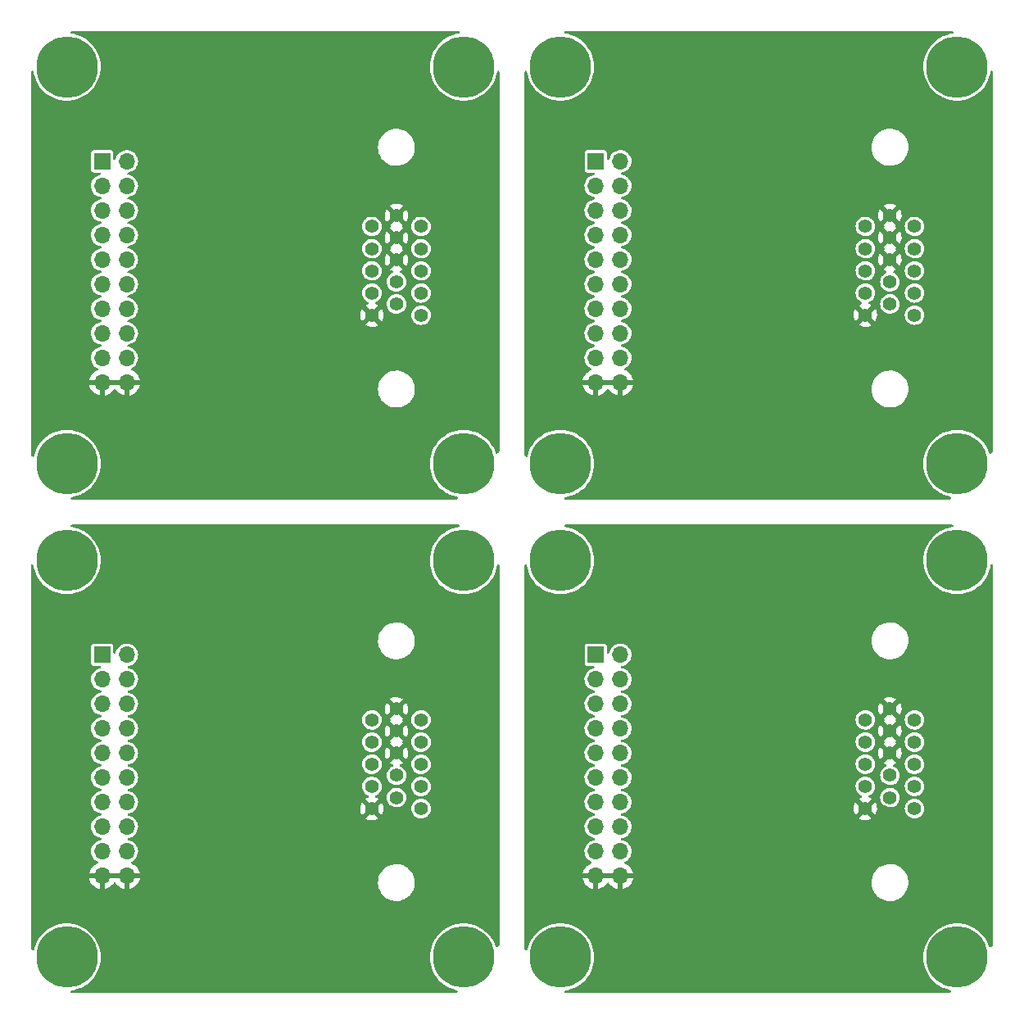
<source format=gbl>
%MOIN*%
%OFA0B0*%
%FSLAX46Y46*%
%IPPOS*%
%LPD*%
%ADD10C,0.25*%
%ADD11R,0.066929133858267723X0.066929133858267723*%
%ADD12O,0.066929133858267723X0.066929133858267723*%
%ADD13C,0.055000000000000007*%
%ADD24C,0.25*%
%ADD25R,0.066929133858267723X0.066929133858267723*%
%ADD26O,0.066929133858267723X0.066929133858267723*%
%ADD27C,0.055000000000000007*%
%ADD28C,0.25*%
%ADD29R,0.066929133858267723X0.066929133858267723*%
%ADD30O,0.066929133858267723X0.066929133858267723*%
%ADD31C,0.055000000000000007*%
%ADD32C,0.25*%
%ADD33R,0.066929133858267723X0.066929133858267723*%
%ADD34O,0.066929133858267723X0.066929133858267723*%
%ADD35C,0.055000000000000007*%
G01*
D10*
X-0000393700Y0002322834D02*
X0000157480Y0000157480D03*
X0001771653Y0000157480D03*
X0001771653Y0001771653D03*
X0000157480Y0001771653D03*
D11*
X0000301299Y0001387834D03*
D12*
X0000401299Y0001387834D03*
X0000301299Y0001287834D03*
X0000401299Y0001287834D03*
X0000301299Y0001187834D03*
X0000401299Y0001187834D03*
X0000301299Y0001087834D03*
X0000401299Y0001087834D03*
X0000301299Y0000987834D03*
X0000401299Y0000987834D03*
X0000301299Y0000887834D03*
X0000401299Y0000887834D03*
X0000301299Y0000787834D03*
X0000401299Y0000787834D03*
X0000301299Y0000687834D03*
X0000401299Y0000687834D03*
X0000301299Y0000587834D03*
X0000401299Y0000587834D03*
X0000301299Y0000487834D03*
X0000401299Y0000487834D03*
D13*
X0001398399Y0001122534D03*
X0001398399Y0001032334D03*
X0001398399Y0000942334D03*
X0001398399Y0000852034D03*
X0001398399Y0000761934D03*
X0001498399Y0001167634D03*
X0001498399Y0001077434D03*
X0001498399Y0000987234D03*
X0001498399Y0000897134D03*
X0001498399Y0000806934D03*
X0001598399Y0001122534D03*
X0001598399Y0001032334D03*
X0001598299Y0000942234D03*
X0001598399Y0000852034D03*
X0001598399Y0000761934D03*
G36*
X0001753939Y0001916346D02*
G01*
X0001755769Y0001914233D01*
X0001756167Y0001911467D01*
X0001755006Y0001908924D01*
X0001752654Y0001907413D01*
X0001752033Y0001907273D01*
X0001743126Y0001905862D01*
X0001729254Y0001902145D01*
X0001715846Y0001896999D01*
X0001715730Y0001896940D01*
X0001703165Y0001890537D01*
X0001703165Y0001890537D01*
X0001703049Y0001890478D01*
X0001691004Y0001882656D01*
X0001679843Y0001873618D01*
X0001669688Y0001863463D01*
X0001660650Y0001852302D01*
X0001652828Y0001840257D01*
X0001646308Y0001827460D01*
X0001641161Y0001814053D01*
X0001637444Y0001800180D01*
X0001635197Y0001785995D01*
X0001634445Y0001771653D01*
X0001635197Y0001757311D01*
X0001635217Y0001757183D01*
X0001635217Y0001757183D01*
X0001636033Y0001752033D01*
X0001637444Y0001743126D01*
X0001641161Y0001729254D01*
X0001646308Y0001715846D01*
X0001652828Y0001703049D01*
X0001660650Y0001691004D01*
X0001669688Y0001679843D01*
X0001679843Y0001669688D01*
X0001691004Y0001660650D01*
X0001703049Y0001652828D01*
X0001703165Y0001652769D01*
X0001703165Y0001652769D01*
X0001715730Y0001646367D01*
X0001715846Y0001646308D01*
X0001729254Y0001641161D01*
X0001743126Y0001637444D01*
X0001750668Y0001636249D01*
X0001757183Y0001635217D01*
X0001757183Y0001635217D01*
X0001757311Y0001635197D01*
X0001771653Y0001634445D01*
X0001785995Y0001635197D01*
X0001786123Y0001635217D01*
X0001786123Y0001635217D01*
X0001792638Y0001636249D01*
X0001800180Y0001637444D01*
X0001814053Y0001641161D01*
X0001827460Y0001646308D01*
X0001827576Y0001646367D01*
X0001840141Y0001652769D01*
X0001840141Y0001652769D01*
X0001840257Y0001652828D01*
X0001852302Y0001660650D01*
X0001863463Y0001669688D01*
X0001873618Y0001679843D01*
X0001882656Y0001691004D01*
X0001890478Y0001703049D01*
X0001896999Y0001715846D01*
X0001902145Y0001729254D01*
X0001905862Y0001743126D01*
X0001907273Y0001752033D01*
X0001908470Y0001754559D01*
X0001910843Y0001756036D01*
X0001913638Y0001755996D01*
X0001915968Y0001754452D01*
X0001917092Y0001751893D01*
X0001917133Y0001751257D01*
X0001917133Y0000208784D01*
X0001916346Y0000206102D01*
X0001915880Y0000205488D01*
X0001910783Y0000199754D01*
X0001910201Y0000199099D01*
X0001907831Y0000197618D01*
X0001905036Y0000197653D01*
X0001902704Y0000199194D01*
X0001901862Y0000200617D01*
X0001896999Y0000213287D01*
X0001890478Y0000226084D01*
X0001882656Y0000238128D01*
X0001873618Y0000249290D01*
X0001863463Y0000259445D01*
X0001852302Y0000268483D01*
X0001840257Y0000276305D01*
X0001840141Y0000276364D01*
X0001840141Y0000276364D01*
X0001827576Y0000282766D01*
X0001827460Y0000282825D01*
X0001814053Y0000287972D01*
X0001800180Y0000291689D01*
X0001792638Y0000292884D01*
X0001786123Y0000293916D01*
X0001786123Y0000293916D01*
X0001785995Y0000293936D01*
X0001771653Y0000294687D01*
X0001757311Y0000293936D01*
X0001757183Y0000293916D01*
X0001757183Y0000293916D01*
X0001750668Y0000292884D01*
X0001743126Y0000291689D01*
X0001729254Y0000287972D01*
X0001715846Y0000282825D01*
X0001715730Y0000282766D01*
X0001703165Y0000276364D01*
X0001703165Y0000276364D01*
X0001703049Y0000276305D01*
X0001691004Y0000268483D01*
X0001679843Y0000259445D01*
X0001669688Y0000249290D01*
X0001660650Y0000238128D01*
X0001652828Y0000226084D01*
X0001646308Y0000213287D01*
X0001641161Y0000199879D01*
X0001637444Y0000186007D01*
X0001635197Y0000171822D01*
X0001634445Y0000157480D01*
X0001635197Y0000143138D01*
X0001637444Y0000128953D01*
X0001641161Y0000115080D01*
X0001646308Y0000101672D01*
X0001652828Y0000088876D01*
X0001660650Y0000076831D01*
X0001669688Y0000065670D01*
X0001679843Y0000055515D01*
X0001691004Y0000046476D01*
X0001703049Y0000038654D01*
X0001703165Y0000038596D01*
X0001703165Y0000038595D01*
X0001707244Y0000036517D01*
X0001715846Y0000032134D01*
X0001729254Y0000026988D01*
X0001743126Y0000023270D01*
X0001743254Y0000023250D01*
X0001743255Y0000023250D01*
X0001743623Y0000023192D01*
X0001746148Y0000021994D01*
X0001747626Y0000019622D01*
X0001747586Y0000016827D01*
X0001746554Y0000014997D01*
X0001745370Y0000013664D01*
X0001743000Y0000012183D01*
X0001741662Y0000012000D01*
X0000177876Y0000012000D01*
X0000175194Y0000012787D01*
X0000173364Y0000014899D01*
X0000172966Y0000017666D01*
X0000174127Y0000020209D01*
X0000176478Y0000021720D01*
X0000177100Y0000021860D01*
X0000186007Y0000023270D01*
X0000199879Y0000026988D01*
X0000213287Y0000032134D01*
X0000221889Y0000036517D01*
X0000225968Y0000038595D01*
X0000225968Y0000038596D01*
X0000226084Y0000038654D01*
X0000238128Y0000046476D01*
X0000249290Y0000055515D01*
X0000259445Y0000065670D01*
X0000268483Y0000076831D01*
X0000276305Y0000088876D01*
X0000282825Y0000101672D01*
X0000287972Y0000115080D01*
X0000291689Y0000128953D01*
X0000293936Y0000143138D01*
X0000294687Y0000157480D01*
X0000293936Y0000171822D01*
X0000291689Y0000186007D01*
X0000287972Y0000199879D01*
X0000282825Y0000213287D01*
X0000276305Y0000226084D01*
X0000268483Y0000238128D01*
X0000259445Y0000249290D01*
X0000249290Y0000259445D01*
X0000238128Y0000268483D01*
X0000226084Y0000276305D01*
X0000225968Y0000276364D01*
X0000225968Y0000276364D01*
X0000213403Y0000282766D01*
X0000213287Y0000282825D01*
X0000199879Y0000287972D01*
X0000186007Y0000291689D01*
X0000178465Y0000292884D01*
X0000171950Y0000293916D01*
X0000171950Y0000293916D01*
X0000171822Y0000293936D01*
X0000157480Y0000294687D01*
X0000143138Y0000293936D01*
X0000143010Y0000293916D01*
X0000143010Y0000293916D01*
X0000136495Y0000292884D01*
X0000128953Y0000291689D01*
X0000115080Y0000287972D01*
X0000101672Y0000282825D01*
X0000101557Y0000282766D01*
X0000088992Y0000276364D01*
X0000088991Y0000276364D01*
X0000088876Y0000276305D01*
X0000076831Y0000268483D01*
X0000065670Y0000259445D01*
X0000055515Y0000249290D01*
X0000046476Y0000238128D01*
X0000038654Y0000226084D01*
X0000032134Y0000213287D01*
X0000026988Y0000199879D01*
X0000026391Y0000197653D01*
X0000024123Y0000189189D01*
X0000022668Y0000186802D01*
X0000020154Y0000185581D01*
X0000017379Y0000185913D01*
X0000015598Y0000187206D01*
X0000013227Y0000189916D01*
X0000012053Y0000192453D01*
X0000012000Y0000193183D01*
X0000012000Y0000477284D01*
X0000248868Y0000477284D01*
X0000250061Y0000471990D01*
X0000250182Y0000471603D01*
X0000253337Y0000463834D01*
X0000253520Y0000463472D01*
X0000257901Y0000456323D01*
X0000258140Y0000455996D01*
X0000263630Y0000449658D01*
X0000263920Y0000449374D01*
X0000270371Y0000444019D01*
X0000270703Y0000443786D01*
X0000277943Y0000439555D01*
X0000278308Y0000439380D01*
X0000286141Y0000436389D01*
X0000286531Y0000436276D01*
X0000290600Y0000435448D01*
X0000291153Y0000435495D01*
X0000291299Y0000435902D01*
X0000291299Y0000435924D01*
X0000311299Y0000435924D01*
X0000311459Y0000435379D01*
X0000311987Y0000435299D01*
X0000312251Y0000435333D01*
X0000312648Y0000435417D01*
X0000320679Y0000437827D01*
X0000321056Y0000437975D01*
X0000328586Y0000441663D01*
X0000328934Y0000441871D01*
X0000335760Y0000446740D01*
X0000336070Y0000447002D01*
X0000342009Y0000452920D01*
X0000342272Y0000453229D01*
X0000347284Y0000460203D01*
X0000347328Y0000460172D01*
X0000349199Y0000461894D01*
X0000351952Y0000462375D01*
X0000354529Y0000461291D01*
X0000355624Y0000460038D01*
X0000357901Y0000456323D01*
X0000358140Y0000455996D01*
X0000363630Y0000449658D01*
X0000363920Y0000449374D01*
X0000370371Y0000444019D01*
X0000370703Y0000443786D01*
X0000377943Y0000439555D01*
X0000378308Y0000439380D01*
X0000386141Y0000436389D01*
X0000386531Y0000436276D01*
X0000390600Y0000435448D01*
X0000391153Y0000435495D01*
X0000391299Y0000435902D01*
X0000391299Y0000435924D01*
X0000411299Y0000435924D01*
X0000411459Y0000435379D01*
X0000411987Y0000435299D01*
X0000412251Y0000435333D01*
X0000412648Y0000435417D01*
X0000420679Y0000437827D01*
X0000421056Y0000437975D01*
X0000428586Y0000441663D01*
X0000428934Y0000441871D01*
X0000435760Y0000446740D01*
X0000436070Y0000447002D01*
X0000442009Y0000452920D01*
X0000442272Y0000453229D01*
X0000446583Y0000459228D01*
X0001423206Y0000459228D01*
X0001424240Y0000448391D01*
X0001424282Y0000448217D01*
X0001424282Y0000448216D01*
X0001426444Y0000439380D01*
X0001426827Y0000437817D01*
X0001426894Y0000437651D01*
X0001426894Y0000437651D01*
X0001427815Y0000435379D01*
X0001430914Y0000427727D01*
X0001431004Y0000427572D01*
X0001431005Y0000427572D01*
X0001434649Y0000421348D01*
X0001436414Y0000418333D01*
X0001443213Y0000409832D01*
X0001451168Y0000402401D01*
X0001460112Y0000396196D01*
X0001465163Y0000393683D01*
X0001469698Y0000391427D01*
X0001469698Y0000391427D01*
X0001469859Y0000391347D01*
X0001480203Y0000387956D01*
X0001480380Y0000387925D01*
X0001480380Y0000387925D01*
X0001490780Y0000386119D01*
X0001490780Y0000386119D01*
X0001490929Y0000386094D01*
X0001491080Y0000386086D01*
X0001494307Y0000385925D01*
X0001494307Y0000385925D01*
X0001494369Y0000385922D01*
X0001501164Y0000385922D01*
X0001501253Y0000385929D01*
X0001501254Y0000385929D01*
X0001506498Y0000386309D01*
X0001509256Y0000386510D01*
X0001509432Y0000386548D01*
X0001509432Y0000386548D01*
X0001519710Y0000388818D01*
X0001519711Y0000388818D01*
X0001519886Y0000388856D01*
X0001526671Y0000391427D01*
X0001529898Y0000392649D01*
X0001529898Y0000392649D01*
X0001530066Y0000392713D01*
X0001539582Y0000397999D01*
X0001548236Y0000404603D01*
X0001555846Y0000412388D01*
X0001562252Y0000421189D01*
X0001567321Y0000430823D01*
X0001570945Y0000441088D01*
X0001573051Y0000451768D01*
X0001573261Y0000455996D01*
X0001573583Y0000462461D01*
X0001573583Y0000462461D01*
X0001573592Y0000462640D01*
X0001572558Y0000473477D01*
X0001571867Y0000476302D01*
X0001570013Y0000483877D01*
X0001569970Y0000484051D01*
X0001565884Y0000494141D01*
X0001565793Y0000494296D01*
X0001565793Y0000494296D01*
X0001560474Y0000503380D01*
X0001560383Y0000503535D01*
X0001553584Y0000512037D01*
X0001545629Y0000519468D01*
X0001543827Y0000520718D01*
X0001536832Y0000525570D01*
X0001536832Y0000525570D01*
X0001536685Y0000525673D01*
X0001529685Y0000529155D01*
X0001527099Y0000530441D01*
X0001527099Y0000530441D01*
X0001526939Y0000530521D01*
X0001516594Y0000533912D01*
X0001516417Y0000533943D01*
X0001506018Y0000535749D01*
X0001506017Y0000535749D01*
X0001505869Y0000535775D01*
X0001505437Y0000535796D01*
X0001502491Y0000535943D01*
X0001502490Y0000535943D01*
X0001502429Y0000535946D01*
X0001495634Y0000535946D01*
X0001495544Y0000535939D01*
X0001495544Y0000535939D01*
X0001490299Y0000535559D01*
X0001487541Y0000535359D01*
X0001487366Y0000535320D01*
X0001487366Y0000535320D01*
X0001477087Y0000533051D01*
X0001477087Y0000533051D01*
X0001476911Y0000533012D01*
X0001475869Y0000532617D01*
X0001466900Y0000529219D01*
X0001466900Y0000529219D01*
X0001466732Y0000529155D01*
X0001457215Y0000523869D01*
X0001448561Y0000517265D01*
X0001440952Y0000509481D01*
X0001434545Y0000500679D01*
X0001429477Y0000491045D01*
X0001425852Y0000480781D01*
X0001423747Y0000470100D01*
X0001423738Y0000469921D01*
X0001423738Y0000469921D01*
X0001423246Y0000460038D01*
X0001423206Y0000459228D01*
X0000446583Y0000459228D01*
X0000447165Y0000460038D01*
X0000447374Y0000460386D01*
X0000451089Y0000467902D01*
X0000451238Y0000468280D01*
X0000453676Y0000476302D01*
X0000453762Y0000476699D01*
X0000453818Y0000477127D01*
X0000453731Y0000477685D01*
X0000453213Y0000477834D01*
X0000412012Y0000477834D01*
X0000411412Y0000477658D01*
X0000411365Y0000477603D01*
X0000411299Y0000477301D01*
X0000411299Y0000435924D01*
X0000391299Y0000435924D01*
X0000391299Y0000477121D01*
X0000391123Y0000477721D01*
X0000391068Y0000477768D01*
X0000390765Y0000477834D01*
X0000312012Y0000477834D01*
X0000311412Y0000477658D01*
X0000311364Y0000477603D01*
X0000311299Y0000477301D01*
X0000311299Y0000435924D01*
X0000291299Y0000435924D01*
X0000291299Y0000477121D01*
X0000291123Y0000477721D01*
X0000291068Y0000477768D01*
X0000290765Y0000477834D01*
X0000249457Y0000477834D01*
X0000248924Y0000477678D01*
X0000248868Y0000477284D01*
X0000012000Y0000477284D01*
X0000012000Y0000498299D01*
X0000248716Y0000498299D01*
X0000248776Y0000497968D01*
X0000249263Y0000497834D01*
X0000453202Y0000497834D01*
X0000453735Y0000497991D01*
X0000453786Y0000498348D01*
X0000452134Y0000504926D01*
X0000452003Y0000505310D01*
X0000448660Y0000512999D01*
X0000448468Y0000513356D01*
X0000443914Y0000520396D01*
X0000443666Y0000520718D01*
X0000438023Y0000526919D01*
X0000437727Y0000527196D01*
X0000431147Y0000532392D01*
X0000430809Y0000532617D01*
X0000423469Y0000536669D01*
X0000423098Y0000536835D01*
X0000421306Y0000537470D01*
X0000419041Y0000539107D01*
X0000418021Y0000541710D01*
X0000418570Y0000544450D01*
X0000420538Y0000546474D01*
X0000427172Y0000550189D01*
X0000433599Y0000555534D01*
X0000438944Y0000561961D01*
X0000443029Y0000569255D01*
X0000445716Y0000577171D01*
X0000445748Y0000577395D01*
X0000445748Y0000577395D01*
X0000446894Y0000585299D01*
X0000446915Y0000585443D01*
X0000446978Y0000587834D01*
X0000446213Y0000596159D01*
X0000443944Y0000604204D01*
X0000440247Y0000611701D01*
X0000435245Y0000618399D01*
X0000429106Y0000624074D01*
X0000422037Y0000628535D01*
X0000420711Y0000629063D01*
X0000419649Y0000629487D01*
X0000414272Y0000631632D01*
X0000414049Y0000631677D01*
X0000414049Y0000631677D01*
X0000407345Y0000633010D01*
X0000404868Y0000634306D01*
X0000403485Y0000636735D01*
X0000403634Y0000639526D01*
X0000405269Y0000641793D01*
X0000407600Y0000642785D01*
X0000411962Y0000643417D01*
X0000412177Y0000643490D01*
X0000412178Y0000643490D01*
X0000419663Y0000646031D01*
X0000419878Y0000646104D01*
X0000427172Y0000650189D01*
X0000433599Y0000655534D01*
X0000438944Y0000661961D01*
X0000443029Y0000669255D01*
X0000445716Y0000677171D01*
X0000445748Y0000677395D01*
X0000445748Y0000677395D01*
X0000446894Y0000685299D01*
X0000446915Y0000685443D01*
X0000446978Y0000687834D01*
X0000446213Y0000696159D01*
X0000443944Y0000704204D01*
X0000440247Y0000711701D01*
X0000435245Y0000718399D01*
X0000431264Y0000722079D01*
X0001372889Y0000722079D01*
X0001373278Y0000721588D01*
X0001375448Y0000720138D01*
X0001375845Y0000719922D01*
X0001383449Y0000716655D01*
X0001383879Y0000716515D01*
X0001391950Y0000714689D01*
X0001392399Y0000714630D01*
X0001400668Y0000714305D01*
X0001401120Y0000714329D01*
X0001409310Y0000715516D01*
X0001409750Y0000715622D01*
X0001417586Y0000718282D01*
X0001418000Y0000718466D01*
X0001423611Y0000721609D01*
X0001424000Y0000722005D01*
X0001423883Y0000722307D01*
X0001398903Y0000747288D01*
X0001398354Y0000747587D01*
X0001398282Y0000747582D01*
X0001398022Y0000747415D01*
X0001373133Y0000722526D01*
X0001372889Y0000722079D01*
X0000431264Y0000722079D01*
X0000430106Y0000723150D01*
X0000429273Y0000723920D01*
X0000429273Y0000723920D01*
X0000429106Y0000724074D01*
X0000422037Y0000728535D01*
X0000420711Y0000729063D01*
X0000419649Y0000729487D01*
X0000414272Y0000731632D01*
X0000414049Y0000731677D01*
X0000414049Y0000731677D01*
X0000407345Y0000733010D01*
X0000404868Y0000734306D01*
X0000403485Y0000736735D01*
X0000403634Y0000739526D01*
X0000405269Y0000741793D01*
X0000407600Y0000742785D01*
X0000411962Y0000743417D01*
X0000412177Y0000743490D01*
X0000412178Y0000743490D01*
X0000418993Y0000745804D01*
X0000419878Y0000746104D01*
X0000427172Y0000750189D01*
X0000427645Y0000750583D01*
X0000433424Y0000755389D01*
X0000433599Y0000755534D01*
X0000438944Y0000761961D01*
X0000439501Y0000762956D01*
X0001350726Y0000762956D01*
X0001351268Y0000754699D01*
X0001351339Y0000754251D01*
X0001353375Y0000746231D01*
X0001353527Y0000745804D01*
X0001356991Y0000738289D01*
X0001357217Y0000737897D01*
X0001358049Y0000736720D01*
X0001358466Y0000736390D01*
X0001358989Y0000736667D01*
X0001383752Y0000761430D01*
X0001384003Y0000761890D01*
X0001412745Y0000761890D01*
X0001412751Y0000761817D01*
X0001412918Y0000761557D01*
X0001437872Y0000736603D01*
X0001438359Y0000736337D01*
X0001438618Y0000736531D01*
X0001441867Y0000742333D01*
X0001442051Y0000742747D01*
X0001444711Y0000750583D01*
X0001444817Y0000751023D01*
X0001446016Y0000759293D01*
X0001446041Y0000759584D01*
X0001446098Y0000761788D01*
X0001446089Y0000762080D01*
X0001446051Y0000762489D01*
X0001558692Y0000762489D01*
X0001558820Y0000760964D01*
X0001559288Y0000755389D01*
X0001559340Y0000754766D01*
X0001559407Y0000754532D01*
X0001561399Y0000747587D01*
X0001561476Y0000747316D01*
X0001561587Y0000747100D01*
X0001564908Y0000740638D01*
X0001564908Y0000740638D01*
X0001565019Y0000740422D01*
X0001569833Y0000734349D01*
X0001570018Y0000734191D01*
X0001570018Y0000734191D01*
X0001572736Y0000731878D01*
X0001575735Y0000729326D01*
X0001582500Y0000725545D01*
X0001589871Y0000723150D01*
X0001597567Y0000722232D01*
X0001597809Y0000722251D01*
X0001597809Y0000722251D01*
X0001605053Y0000722808D01*
X0001605053Y0000722808D01*
X0001605294Y0000722827D01*
X0001605528Y0000722892D01*
X0001605528Y0000722892D01*
X0001612526Y0000724846D01*
X0001612526Y0000724846D01*
X0001612759Y0000724911D01*
X0001613866Y0000725470D01*
X0001619461Y0000728296D01*
X0001619677Y0000728405D01*
X0001620371Y0000728947D01*
X0001623807Y0000731632D01*
X0001625784Y0000733177D01*
X0001626660Y0000734191D01*
X0001630690Y0000738860D01*
X0001630690Y0000738860D01*
X0001630848Y0000739044D01*
X0001631632Y0000740422D01*
X0001632838Y0000742546D01*
X0001634676Y0000745782D01*
X0001637123Y0000753136D01*
X0001637901Y0000759293D01*
X0001638077Y0000760687D01*
X0001638077Y0000760688D01*
X0001638094Y0000760825D01*
X0001638110Y0000761934D01*
X0001637353Y0000769647D01*
X0001637283Y0000769880D01*
X0001637283Y0000769880D01*
X0001635183Y0000776835D01*
X0001635113Y0000777067D01*
X0001631475Y0000783910D01*
X0001631322Y0000784098D01*
X0001631322Y0000784098D01*
X0001626730Y0000789728D01*
X0001626730Y0000789728D01*
X0001626576Y0000789916D01*
X0001626329Y0000790121D01*
X0001620792Y0000794701D01*
X0001620605Y0000794856D01*
X0001620392Y0000794971D01*
X0001620391Y0000794971D01*
X0001614001Y0000798427D01*
X0001614000Y0000798427D01*
X0001613787Y0000798542D01*
X0001610589Y0000799532D01*
X0001606615Y0000800762D01*
X0001606615Y0000800762D01*
X0001606384Y0000800834D01*
X0001606143Y0000800859D01*
X0001606143Y0000800859D01*
X0001598917Y0000801619D01*
X0001598917Y0000801619D01*
X0001598676Y0000801644D01*
X0001595411Y0000801347D01*
X0001591199Y0000800964D01*
X0001591199Y0000800964D01*
X0001590958Y0000800942D01*
X0001583523Y0000798753D01*
X0001576655Y0000795163D01*
X0001570614Y0000790306D01*
X0001570459Y0000790121D01*
X0001570459Y0000790121D01*
X0001566412Y0000785299D01*
X0001565633Y0000784370D01*
X0001564019Y0000781435D01*
X0001562329Y0000778360D01*
X0001561899Y0000777578D01*
X0001561826Y0000777347D01*
X0001561826Y0000777347D01*
X0001560867Y0000774326D01*
X0001559556Y0000770191D01*
X0001558692Y0000762489D01*
X0001446051Y0000762489D01*
X0001445324Y0000770401D01*
X0001445242Y0000770846D01*
X0001442995Y0000778811D01*
X0001442833Y0000779233D01*
X0001439173Y0000786655D01*
X0001438937Y0000787041D01*
X0001438812Y0000787208D01*
X0001438369Y0000787540D01*
X0001437880Y0000787274D01*
X0001413045Y0000762439D01*
X0001412745Y0000761890D01*
X0001384003Y0000761890D01*
X0001384052Y0000761979D01*
X0001384047Y0000762051D01*
X0001383879Y0000762311D01*
X0001358856Y0000787335D01*
X0001358368Y0000787601D01*
X0001358133Y0000787425D01*
X0001354432Y0000780391D01*
X0001354259Y0000779972D01*
X0001351805Y0000772069D01*
X0001351711Y0000771626D01*
X0001350738Y0000763409D01*
X0001350726Y0000762956D01*
X0000439501Y0000762956D01*
X0000443029Y0000769255D01*
X0000444750Y0000774326D01*
X0000445643Y0000776955D01*
X0000445643Y0000776955D01*
X0000445716Y0000777171D01*
X0000445748Y0000777395D01*
X0000445748Y0000777396D01*
X0000446743Y0000784254D01*
X0000446915Y0000785443D01*
X0000446978Y0000787834D01*
X0000446213Y0000796159D01*
X0000443944Y0000804204D01*
X0000440247Y0000811701D01*
X0000435245Y0000818399D01*
X0000429969Y0000823277D01*
X0000429273Y0000823920D01*
X0000429273Y0000823920D01*
X0000429106Y0000824074D01*
X0000422037Y0000828535D01*
X0000420970Y0000828960D01*
X0000419478Y0000829555D01*
X0000414272Y0000831632D01*
X0000414049Y0000831677D01*
X0000414049Y0000831677D01*
X0000407345Y0000833010D01*
X0000404868Y0000834306D01*
X0000403485Y0000836735D01*
X0000403634Y0000839526D01*
X0000405269Y0000841793D01*
X0000407600Y0000842785D01*
X0000411962Y0000843417D01*
X0000412177Y0000843490D01*
X0000412178Y0000843490D01*
X0000419082Y0000845834D01*
X0000419878Y0000846104D01*
X0000427172Y0000850189D01*
X0000430057Y0000852589D01*
X0001358692Y0000852589D01*
X0001358712Y0000852347D01*
X0001359193Y0000846619D01*
X0001359340Y0000844866D01*
X0001359407Y0000844632D01*
X0001361085Y0000838779D01*
X0001361476Y0000837416D01*
X0001361587Y0000837200D01*
X0001364908Y0000830738D01*
X0001364908Y0000830738D01*
X0001365019Y0000830522D01*
X0001369833Y0000824449D01*
X0001370018Y0000824291D01*
X0001370018Y0000824291D01*
X0001371385Y0000823127D01*
X0001375735Y0000819426D01*
X0001382357Y0000815724D01*
X0001382500Y0000815645D01*
X0001382485Y0000815617D01*
X0001384479Y0000813947D01*
X0001385311Y0000811278D01*
X0001384568Y0000808584D01*
X0001382486Y0000806719D01*
X0001382068Y0000806542D01*
X0001378075Y0000805069D01*
X0001377666Y0000804874D01*
X0001373222Y0000802230D01*
X0001372844Y0000801824D01*
X0001372982Y0000801493D01*
X0001397894Y0000776581D01*
X0001398443Y0000776281D01*
X0001398515Y0000776286D01*
X0001398776Y0000776453D01*
X0001423662Y0000801340D01*
X0001423929Y0000801827D01*
X0001423691Y0000802144D01*
X0001420248Y0000804317D01*
X0001419844Y0000804523D01*
X0001414501Y0000806654D01*
X0001413438Y0000807489D01*
X0001458692Y0000807489D01*
X0001458762Y0000806654D01*
X0001459208Y0000801340D01*
X0001459340Y0000799766D01*
X0001459407Y0000799532D01*
X0001460748Y0000794856D01*
X0001461476Y0000792316D01*
X0001461587Y0000792100D01*
X0001464908Y0000785638D01*
X0001464908Y0000785638D01*
X0001465019Y0000785422D01*
X0001469833Y0000779349D01*
X0001470018Y0000779191D01*
X0001470018Y0000779191D01*
X0001473438Y0000776281D01*
X0001475735Y0000774326D01*
X0001482500Y0000770545D01*
X0001489871Y0000768150D01*
X0001497567Y0000767232D01*
X0001497809Y0000767251D01*
X0001497809Y0000767251D01*
X0001505053Y0000767808D01*
X0001505053Y0000767808D01*
X0001505294Y0000767827D01*
X0001505528Y0000767892D01*
X0001505528Y0000767892D01*
X0001511181Y0000769470D01*
X0001512759Y0000769911D01*
X0001513313Y0000770191D01*
X0001519461Y0000773296D01*
X0001519677Y0000773405D01*
X0001525784Y0000778177D01*
X0001526331Y0000778811D01*
X0001530690Y0000783860D01*
X0001530690Y0000783860D01*
X0001530848Y0000784044D01*
X0001531573Y0000785319D01*
X0001533552Y0000788803D01*
X0001534676Y0000790782D01*
X0001537123Y0000798136D01*
X0001537629Y0000802144D01*
X0001538077Y0000805687D01*
X0001538077Y0000805688D01*
X0001538094Y0000805825D01*
X0001538110Y0000806934D01*
X0001537353Y0000814647D01*
X0001537283Y0000814880D01*
X0001537283Y0000814880D01*
X0001535183Y0000821835D01*
X0001535113Y0000822067D01*
X0001531674Y0000828535D01*
X0001531589Y0000828696D01*
X0001531589Y0000828696D01*
X0001531475Y0000828910D01*
X0001531322Y0000829098D01*
X0001531322Y0000829098D01*
X0001526730Y0000834728D01*
X0001526730Y0000834728D01*
X0001526576Y0000834916D01*
X0001526329Y0000835121D01*
X0001520792Y0000839701D01*
X0001520605Y0000839856D01*
X0001520392Y0000839971D01*
X0001520391Y0000839971D01*
X0001514001Y0000843427D01*
X0001514000Y0000843427D01*
X0001513787Y0000843542D01*
X0001512884Y0000843822D01*
X0001506615Y0000845762D01*
X0001506615Y0000845762D01*
X0001506384Y0000845834D01*
X0001506143Y0000845859D01*
X0001506143Y0000845859D01*
X0001498917Y0000846619D01*
X0001498917Y0000846619D01*
X0001498676Y0000846644D01*
X0001495411Y0000846347D01*
X0001491199Y0000845964D01*
X0001491199Y0000845964D01*
X0001490958Y0000845942D01*
X0001483523Y0000843753D01*
X0001476655Y0000840163D01*
X0001470614Y0000835306D01*
X0001470459Y0000835121D01*
X0001470459Y0000835121D01*
X0001465789Y0000829555D01*
X0001465633Y0000829370D01*
X0001465107Y0000828413D01*
X0001462721Y0000824074D01*
X0001461899Y0000822578D01*
X0001461826Y0000822347D01*
X0001461826Y0000822347D01*
X0001459731Y0000815742D01*
X0001459556Y0000815191D01*
X0001458692Y0000807489D01*
X0001413438Y0000807489D01*
X0001412302Y0000808379D01*
X0001411385Y0000811020D01*
X0001412041Y0000813737D01*
X0001414103Y0000815689D01*
X0001414248Y0000815763D01*
X0001419677Y0000818505D01*
X0001420437Y0000819099D01*
X0001424236Y0000822067D01*
X0001425784Y0000823277D01*
X0001426660Y0000824291D01*
X0001430690Y0000828960D01*
X0001430690Y0000828960D01*
X0001430848Y0000829143D01*
X0001431632Y0000830522D01*
X0001434021Y0000834728D01*
X0001434676Y0000835882D01*
X0001437123Y0000843236D01*
X0001437454Y0000845859D01*
X0001438077Y0000850787D01*
X0001438077Y0000850788D01*
X0001438094Y0000850925D01*
X0001438110Y0000852034D01*
X0001438055Y0000852589D01*
X0001558692Y0000852589D01*
X0001558712Y0000852347D01*
X0001559193Y0000846619D01*
X0001559340Y0000844866D01*
X0001559407Y0000844632D01*
X0001561085Y0000838779D01*
X0001561476Y0000837416D01*
X0001561587Y0000837200D01*
X0001564908Y0000830738D01*
X0001564908Y0000830738D01*
X0001565019Y0000830522D01*
X0001569833Y0000824449D01*
X0001570018Y0000824291D01*
X0001570018Y0000824291D01*
X0001571385Y0000823127D01*
X0001575735Y0000819426D01*
X0001582500Y0000815645D01*
X0001589871Y0000813250D01*
X0001597567Y0000812332D01*
X0001597809Y0000812351D01*
X0001597809Y0000812351D01*
X0001605053Y0000812908D01*
X0001605053Y0000812908D01*
X0001605294Y0000812927D01*
X0001605528Y0000812992D01*
X0001605528Y0000812992D01*
X0001610204Y0000814297D01*
X0001612759Y0000815011D01*
X0001613115Y0000815191D01*
X0001616218Y0000816758D01*
X0001619677Y0000818505D01*
X0001620437Y0000819099D01*
X0001624236Y0000822067D01*
X0001625784Y0000823277D01*
X0001626660Y0000824291D01*
X0001630690Y0000828960D01*
X0001630690Y0000828960D01*
X0001630848Y0000829143D01*
X0001631632Y0000830522D01*
X0001634021Y0000834728D01*
X0001634676Y0000835882D01*
X0001637123Y0000843236D01*
X0001637454Y0000845859D01*
X0001638077Y0000850787D01*
X0001638077Y0000850788D01*
X0001638094Y0000850925D01*
X0001638110Y0000852034D01*
X0001637353Y0000859747D01*
X0001637283Y0000859980D01*
X0001637283Y0000859980D01*
X0001635183Y0000866935D01*
X0001635113Y0000867167D01*
X0001633294Y0000870588D01*
X0001631589Y0000873796D01*
X0001631589Y0000873796D01*
X0001631475Y0000874010D01*
X0001631322Y0000874198D01*
X0001631322Y0000874198D01*
X0001626730Y0000879828D01*
X0001626730Y0000879828D01*
X0001626576Y0000880016D01*
X0001626329Y0000880221D01*
X0001620792Y0000884801D01*
X0001620605Y0000884956D01*
X0001620392Y0000885071D01*
X0001620391Y0000885071D01*
X0001614001Y0000888527D01*
X0001614000Y0000888527D01*
X0001613787Y0000888642D01*
X0001609435Y0000889989D01*
X0001606615Y0000890862D01*
X0001606615Y0000890862D01*
X0001606384Y0000890934D01*
X0001606143Y0000890959D01*
X0001606143Y0000890959D01*
X0001598917Y0000891719D01*
X0001598917Y0000891719D01*
X0001598676Y0000891744D01*
X0001595411Y0000891447D01*
X0001591199Y0000891064D01*
X0001591199Y0000891064D01*
X0001590958Y0000891042D01*
X0001583523Y0000888853D01*
X0001576655Y0000885263D01*
X0001570614Y0000880407D01*
X0001570459Y0000880221D01*
X0001570459Y0000880221D01*
X0001565789Y0000874655D01*
X0001565633Y0000874469D01*
X0001564719Y0000872807D01*
X0001562657Y0000869057D01*
X0001561899Y0000867678D01*
X0001561826Y0000867447D01*
X0001561826Y0000867447D01*
X0001559737Y0000860863D01*
X0001559556Y0000860290D01*
X0001558692Y0000852589D01*
X0001438055Y0000852589D01*
X0001437353Y0000859747D01*
X0001437283Y0000859980D01*
X0001437283Y0000859980D01*
X0001435183Y0000866935D01*
X0001435113Y0000867167D01*
X0001433294Y0000870588D01*
X0001431589Y0000873796D01*
X0001431589Y0000873796D01*
X0001431475Y0000874010D01*
X0001431322Y0000874198D01*
X0001431322Y0000874198D01*
X0001426730Y0000879828D01*
X0001426730Y0000879828D01*
X0001426576Y0000880016D01*
X0001426329Y0000880221D01*
X0001420792Y0000884801D01*
X0001420605Y0000884956D01*
X0001420392Y0000885071D01*
X0001420391Y0000885071D01*
X0001414001Y0000888527D01*
X0001414000Y0000888527D01*
X0001413787Y0000888642D01*
X0001409435Y0000889989D01*
X0001406615Y0000890862D01*
X0001406615Y0000890862D01*
X0001406384Y0000890934D01*
X0001406143Y0000890959D01*
X0001406143Y0000890959D01*
X0001398917Y0000891719D01*
X0001398917Y0000891719D01*
X0001398676Y0000891744D01*
X0001395411Y0000891447D01*
X0001391199Y0000891064D01*
X0001391199Y0000891064D01*
X0001390958Y0000891042D01*
X0001383523Y0000888853D01*
X0001376655Y0000885263D01*
X0001370614Y0000880407D01*
X0001370459Y0000880221D01*
X0001370459Y0000880221D01*
X0001365789Y0000874655D01*
X0001365633Y0000874469D01*
X0001364719Y0000872807D01*
X0001362657Y0000869057D01*
X0001361899Y0000867678D01*
X0001361826Y0000867447D01*
X0001361826Y0000867447D01*
X0001359737Y0000860863D01*
X0001359556Y0000860290D01*
X0001358692Y0000852589D01*
X0000430057Y0000852589D01*
X0000433599Y0000855534D01*
X0000438944Y0000861961D01*
X0000443029Y0000869255D01*
X0000444234Y0000872807D01*
X0000445643Y0000876955D01*
X0000445643Y0000876955D01*
X0000445716Y0000877171D01*
X0000445748Y0000877395D01*
X0000445748Y0000877396D01*
X0000446822Y0000884801D01*
X0000446915Y0000885443D01*
X0000446978Y0000887834D01*
X0000446213Y0000896159D01*
X0000445781Y0000897689D01*
X0001458692Y0000897689D01*
X0001458712Y0000897447D01*
X0001459201Y0000891629D01*
X0001459340Y0000889966D01*
X0001459407Y0000889732D01*
X0001461108Y0000883802D01*
X0001461476Y0000882516D01*
X0001461587Y0000882300D01*
X0001464908Y0000875838D01*
X0001464908Y0000875838D01*
X0001465019Y0000875622D01*
X0001469833Y0000869549D01*
X0001470018Y0000869391D01*
X0001470018Y0000869391D01*
X0001471385Y0000868227D01*
X0001475735Y0000864526D01*
X0001482500Y0000860745D01*
X0001489871Y0000858350D01*
X0001497567Y0000857432D01*
X0001497809Y0000857450D01*
X0001497809Y0000857450D01*
X0001505053Y0000858008D01*
X0001505053Y0000858008D01*
X0001505294Y0000858027D01*
X0001505528Y0000858092D01*
X0001505528Y0000858092D01*
X0001510204Y0000859397D01*
X0001512759Y0000860111D01*
X0001513115Y0000860290D01*
X0001519461Y0000863496D01*
X0001519677Y0000863605D01*
X0001525784Y0000868377D01*
X0001526660Y0000869391D01*
X0001530690Y0000874060D01*
X0001530690Y0000874060D01*
X0001530848Y0000874244D01*
X0001531632Y0000875622D01*
X0001534021Y0000879828D01*
X0001534676Y0000880982D01*
X0001537123Y0000888336D01*
X0001537454Y0000890959D01*
X0001538077Y0000895887D01*
X0001538077Y0000895888D01*
X0001538094Y0000896025D01*
X0001538110Y0000897134D01*
X0001537353Y0000904847D01*
X0001537283Y0000905080D01*
X0001537283Y0000905080D01*
X0001535183Y0000912035D01*
X0001535113Y0000912267D01*
X0001531949Y0000918217D01*
X0001531589Y0000918896D01*
X0001531589Y0000918896D01*
X0001531475Y0000919110D01*
X0001531322Y0000919298D01*
X0001531322Y0000919298D01*
X0001526730Y0000924928D01*
X0001526730Y0000924928D01*
X0001526576Y0000925116D01*
X0001526329Y0000925321D01*
X0001520792Y0000929901D01*
X0001520605Y0000930056D01*
X0001520392Y0000930171D01*
X0001520391Y0000930171D01*
X0001514779Y0000933206D01*
X0001514073Y0000933588D01*
X0001512088Y0000935556D01*
X0001511483Y0000938285D01*
X0001512449Y0000940908D01*
X0001514838Y0000942649D01*
X0001515250Y0000942789D01*
X0001558592Y0000942789D01*
X0001558743Y0000940987D01*
X0001559091Y0000936844D01*
X0001559240Y0000935066D01*
X0001559307Y0000934832D01*
X0001561148Y0000928413D01*
X0001561376Y0000927616D01*
X0001561487Y0000927400D01*
X0001564808Y0000920938D01*
X0001564808Y0000920938D01*
X0001564919Y0000920722D01*
X0001569733Y0000914649D01*
X0001569918Y0000914491D01*
X0001569918Y0000914491D01*
X0001571285Y0000913327D01*
X0001575635Y0000909626D01*
X0001582400Y0000905845D01*
X0001589771Y0000903450D01*
X0001597467Y0000902532D01*
X0001597709Y0000902551D01*
X0001597709Y0000902551D01*
X0001604953Y0000903108D01*
X0001604953Y0000903108D01*
X0001605194Y0000903127D01*
X0001605428Y0000903192D01*
X0001605428Y0000903192D01*
X0001610104Y0000904497D01*
X0001612659Y0000905211D01*
X0001613015Y0000905391D01*
X0001619361Y0000908596D01*
X0001619577Y0000908705D01*
X0001625684Y0000913477D01*
X0001626560Y0000914491D01*
X0001630590Y0000919160D01*
X0001630590Y0000919160D01*
X0001630748Y0000919344D01*
X0001631532Y0000920722D01*
X0001633757Y0000924639D01*
X0001634576Y0000926082D01*
X0001637023Y0000933436D01*
X0001637600Y0000938002D01*
X0001637977Y0000940987D01*
X0001637977Y0000940988D01*
X0001637994Y0000941125D01*
X0001638010Y0000942234D01*
X0001637253Y0000949947D01*
X0001637183Y0000950180D01*
X0001637183Y0000950180D01*
X0001635083Y0000957135D01*
X0001635013Y0000957367D01*
X0001632570Y0000961961D01*
X0001631489Y0000963996D01*
X0001631489Y0000963996D01*
X0001631375Y0000964210D01*
X0001631222Y0000964398D01*
X0001631222Y0000964398D01*
X0001626630Y0000970028D01*
X0001626630Y0000970028D01*
X0001626476Y0000970216D01*
X0001626229Y0000970421D01*
X0001620692Y0000975001D01*
X0001620505Y0000975156D01*
X0001620292Y0000975271D01*
X0001620291Y0000975271D01*
X0001613901Y0000978727D01*
X0001613900Y0000978727D01*
X0001613687Y0000978842D01*
X0001613133Y0000979014D01*
X0001606515Y0000981062D01*
X0001606515Y0000981062D01*
X0001606284Y0000981134D01*
X0001606043Y0000981159D01*
X0001606043Y0000981159D01*
X0001598817Y0000981919D01*
X0001598817Y0000981919D01*
X0001598576Y0000981944D01*
X0001595311Y0000981647D01*
X0001591099Y0000981264D01*
X0001591099Y0000981264D01*
X0001590858Y0000981242D01*
X0001583423Y0000979053D01*
X0001576555Y0000975463D01*
X0001576366Y0000975311D01*
X0001576365Y0000975311D01*
X0001576173Y0000975156D01*
X0001570514Y0000970607D01*
X0001570359Y0000970421D01*
X0001570359Y0000970421D01*
X0001565689Y0000964855D01*
X0001565533Y0000964670D01*
X0001564723Y0000963197D01*
X0001561971Y0000958191D01*
X0001561799Y0000957878D01*
X0001561726Y0000957647D01*
X0001561726Y0000957646D01*
X0001560001Y0000952209D01*
X0001559456Y0000950490D01*
X0001558592Y0000942789D01*
X0001515250Y0000942789D01*
X0001517586Y0000943582D01*
X0001518000Y0000943766D01*
X0001523611Y0000946909D01*
X0001524000Y0000947305D01*
X0001523883Y0000947607D01*
X0001498903Y0000972588D01*
X0001498354Y0000972887D01*
X0001498282Y0000972882D01*
X0001498022Y0000972715D01*
X0001473133Y0000947826D01*
X0001472889Y0000947379D01*
X0001473278Y0000946888D01*
X0001475448Y0000945438D01*
X0001475845Y0000945222D01*
X0001482303Y0000942447D01*
X0001484456Y0000940665D01*
X0001485304Y0000938002D01*
X0001484577Y0000935303D01*
X0001482643Y0000933494D01*
X0001476655Y0000930363D01*
X0001470614Y0000925506D01*
X0001470459Y0000925321D01*
X0001470459Y0000925321D01*
X0001465789Y0000919755D01*
X0001465633Y0000919570D01*
X0001464019Y0000916635D01*
X0001462256Y0000913427D01*
X0001461899Y0000912778D01*
X0001461826Y0000912547D01*
X0001461826Y0000912547D01*
X0001459737Y0000905963D01*
X0001459556Y0000905391D01*
X0001458692Y0000897689D01*
X0000445781Y0000897689D01*
X0000443944Y0000904204D01*
X0000443172Y0000905770D01*
X0000440347Y0000911497D01*
X0000440247Y0000911701D01*
X0000435245Y0000918399D01*
X0000429106Y0000924074D01*
X0000422037Y0000928535D01*
X0000420711Y0000929063D01*
X0000418223Y0000930056D01*
X0000414272Y0000931632D01*
X0000414049Y0000931677D01*
X0000414049Y0000931677D01*
X0000407345Y0000933010D01*
X0000404868Y0000934306D01*
X0000403485Y0000936735D01*
X0000403634Y0000939526D01*
X0000405269Y0000941793D01*
X0000407600Y0000942785D01*
X0000408317Y0000942889D01*
X0001358692Y0000942889D01*
X0001358712Y0000942647D01*
X0001359102Y0000938002D01*
X0001359340Y0000935166D01*
X0001359407Y0000934932D01*
X0001361242Y0000928535D01*
X0001361476Y0000927716D01*
X0001361587Y0000927500D01*
X0001364908Y0000921038D01*
X0001364908Y0000921038D01*
X0001365019Y0000920822D01*
X0001369833Y0000914749D01*
X0001370018Y0000914591D01*
X0001370018Y0000914591D01*
X0001373414Y0000911701D01*
X0001375735Y0000909726D01*
X0001382500Y0000905945D01*
X0001389871Y0000903550D01*
X0001397567Y0000902632D01*
X0001397809Y0000902650D01*
X0001397809Y0000902650D01*
X0001405053Y0000903208D01*
X0001405053Y0000903208D01*
X0001405294Y0000903227D01*
X0001405528Y0000903292D01*
X0001405528Y0000903292D01*
X0001411100Y0000904847D01*
X0001412759Y0000905311D01*
X0001413375Y0000905622D01*
X0001419461Y0000908696D01*
X0001419677Y0000908805D01*
X0001425784Y0000913577D01*
X0001426660Y0000914591D01*
X0001430690Y0000919260D01*
X0001430690Y0000919260D01*
X0001430848Y0000919444D01*
X0001431025Y0000919755D01*
X0001433800Y0000924639D01*
X0001434676Y0000926182D01*
X0001437123Y0000933536D01*
X0001437687Y0000938002D01*
X0001438077Y0000941087D01*
X0001438077Y0000941088D01*
X0001438094Y0000941225D01*
X0001438110Y0000942334D01*
X0001437353Y0000950047D01*
X0001437283Y0000950280D01*
X0001437283Y0000950280D01*
X0001435183Y0000957235D01*
X0001435113Y0000957467D01*
X0001432721Y0000961967D01*
X0001431589Y0000964096D01*
X0001431589Y0000964096D01*
X0001431475Y0000964310D01*
X0001431322Y0000964498D01*
X0001431322Y0000964498D01*
X0001426730Y0000970128D01*
X0001426730Y0000970128D01*
X0001426576Y0000970316D01*
X0001426329Y0000970521D01*
X0001420792Y0000975101D01*
X0001420605Y0000975256D01*
X0001420392Y0000975371D01*
X0001420391Y0000975371D01*
X0001414001Y0000978827D01*
X0001414000Y0000978827D01*
X0001413787Y0000978942D01*
X0001408859Y0000980468D01*
X0001406615Y0000981162D01*
X0001406615Y0000981162D01*
X0001406384Y0000981234D01*
X0001406143Y0000981259D01*
X0001406143Y0000981259D01*
X0001398917Y0000982019D01*
X0001398917Y0000982019D01*
X0001398676Y0000982044D01*
X0001395411Y0000981747D01*
X0001391199Y0000981364D01*
X0001391199Y0000981364D01*
X0001390958Y0000981342D01*
X0001383523Y0000979153D01*
X0001376655Y0000975563D01*
X0001370614Y0000970707D01*
X0001370459Y0000970521D01*
X0001370459Y0000970521D01*
X0001369577Y0000969470D01*
X0001365633Y0000964770D01*
X0001365207Y0000963996D01*
X0001362106Y0000958354D01*
X0001361899Y0000957978D01*
X0001361826Y0000957747D01*
X0001361826Y0000957747D01*
X0001360159Y0000952493D01*
X0001359556Y0000950591D01*
X0001358692Y0000942889D01*
X0000408317Y0000942889D01*
X0000411962Y0000943417D01*
X0000412177Y0000943490D01*
X0000412178Y0000943490D01*
X0000419663Y0000946031D01*
X0000419878Y0000946104D01*
X0000427172Y0000950189D01*
X0000433599Y0000955534D01*
X0000438944Y0000961961D01*
X0000443029Y0000969255D01*
X0000444160Y0000972586D01*
X0000445643Y0000976955D01*
X0000445643Y0000976955D01*
X0000445716Y0000977171D01*
X0000445748Y0000977395D01*
X0000445748Y0000977396D01*
X0000446894Y0000985299D01*
X0000446915Y0000985443D01*
X0000446978Y0000987834D01*
X0000446939Y0000988256D01*
X0001450726Y0000988256D01*
X0001451268Y0000979999D01*
X0001451339Y0000979551D01*
X0001453375Y0000971531D01*
X0001453527Y0000971104D01*
X0001456991Y0000963589D01*
X0001457217Y0000963197D01*
X0001458049Y0000962020D01*
X0001458466Y0000961690D01*
X0001458989Y0000961967D01*
X0001483752Y0000986730D01*
X0001484003Y0000987190D01*
X0001512745Y0000987190D01*
X0001512751Y0000987117D01*
X0001512918Y0000986857D01*
X0001537872Y0000961903D01*
X0001538359Y0000961637D01*
X0001538618Y0000961831D01*
X0001541867Y0000967633D01*
X0001542051Y0000968047D01*
X0001544711Y0000975883D01*
X0001544817Y0000976323D01*
X0001546016Y0000984593D01*
X0001546041Y0000984884D01*
X0001546098Y0000987088D01*
X0001546089Y0000987380D01*
X0001545324Y0000995701D01*
X0001545242Y0000996146D01*
X0001542995Y0001004111D01*
X0001542833Y0001004533D01*
X0001539173Y0001011955D01*
X0001538937Y0001012341D01*
X0001538812Y0001012507D01*
X0001538369Y0001012840D01*
X0001537880Y0001012574D01*
X0001513045Y0000987739D01*
X0001512745Y0000987190D01*
X0001484003Y0000987190D01*
X0001484052Y0000987279D01*
X0001484047Y0000987351D01*
X0001483879Y0000987611D01*
X0001458856Y0001012635D01*
X0001458368Y0001012901D01*
X0001458133Y0001012725D01*
X0001454432Y0001005691D01*
X0001454259Y0001005272D01*
X0001451805Y0000997369D01*
X0001451711Y0000996926D01*
X0001450738Y0000988709D01*
X0001450726Y0000988256D01*
X0000446939Y0000988256D01*
X0000446255Y0000995701D01*
X0000446234Y0000995932D01*
X0000446234Y0000995932D01*
X0000446213Y0000996159D01*
X0000443944Y0001004204D01*
X0000440247Y0001011701D01*
X0000436901Y0001016182D01*
X0000435381Y0001018217D01*
X0000435381Y0001018217D01*
X0000435245Y0001018399D01*
X0000431550Y0001021815D01*
X0000429273Y0001023919D01*
X0000429273Y0001023920D01*
X0000429106Y0001024074D01*
X0000422037Y0001028535D01*
X0000420925Y0001028978D01*
X0000419649Y0001029487D01*
X0000414272Y0001031632D01*
X0000414049Y0001031677D01*
X0000414049Y0001031677D01*
X0000407956Y0001032889D01*
X0001358692Y0001032889D01*
X0001358793Y0001031677D01*
X0001359176Y0001027124D01*
X0001359340Y0001025166D01*
X0001359407Y0001024932D01*
X0001361280Y0001018399D01*
X0001361476Y0001017716D01*
X0001361587Y0001017500D01*
X0001364908Y0001011038D01*
X0001364908Y0001011038D01*
X0001365019Y0001010822D01*
X0001369833Y0001004749D01*
X0001370018Y0001004591D01*
X0001370018Y0001004591D01*
X0001371385Y0001003427D01*
X0001375735Y0000999726D01*
X0001382500Y0000995945D01*
X0001389871Y0000993550D01*
X0001397567Y0000992632D01*
X0001397809Y0000992651D01*
X0001397809Y0000992651D01*
X0001405053Y0000993208D01*
X0001405053Y0000993208D01*
X0001405294Y0000993227D01*
X0001405528Y0000993292D01*
X0001405528Y0000993292D01*
X0001412526Y0000995246D01*
X0001412526Y0000995246D01*
X0001412759Y0000995311D01*
X0001413532Y0000995701D01*
X0001419461Y0000998696D01*
X0001419677Y0000998805D01*
X0001425784Y0001003577D01*
X0001426326Y0001004204D01*
X0001430690Y0001009260D01*
X0001430690Y0001009260D01*
X0001430848Y0001009444D01*
X0001431632Y0001010822D01*
X0001432589Y0001012507D01*
X0001434676Y0001016182D01*
X0001437123Y0001023536D01*
X0001437515Y0001026640D01*
X0001437576Y0001027124D01*
X0001472844Y0001027124D01*
X0001472982Y0001026793D01*
X0001497894Y0001001881D01*
X0001498443Y0001001581D01*
X0001498515Y0001001586D01*
X0001498776Y0001001753D01*
X0001523662Y0001026640D01*
X0001523929Y0001027127D01*
X0001523691Y0001027444D01*
X0001522591Y0001028139D01*
X0001520743Y0001030236D01*
X0001520339Y0001032889D01*
X0001558692Y0001032889D01*
X0001558793Y0001031677D01*
X0001559176Y0001027124D01*
X0001559340Y0001025166D01*
X0001559407Y0001024932D01*
X0001561280Y0001018399D01*
X0001561476Y0001017716D01*
X0001561587Y0001017500D01*
X0001564908Y0001011038D01*
X0001564908Y0001011038D01*
X0001565019Y0001010822D01*
X0001569833Y0001004749D01*
X0001570018Y0001004591D01*
X0001570018Y0001004591D01*
X0001571385Y0001003427D01*
X0001575735Y0000999726D01*
X0001582500Y0000995945D01*
X0001589871Y0000993550D01*
X0001597567Y0000992632D01*
X0001597809Y0000992651D01*
X0001597809Y0000992651D01*
X0001605053Y0000993208D01*
X0001605053Y0000993208D01*
X0001605294Y0000993227D01*
X0001605528Y0000993292D01*
X0001605528Y0000993292D01*
X0001612526Y0000995246D01*
X0001612526Y0000995246D01*
X0001612759Y0000995311D01*
X0001613532Y0000995701D01*
X0001619461Y0000998696D01*
X0001619677Y0000998805D01*
X0001625784Y0001003577D01*
X0001626326Y0001004204D01*
X0001630690Y0001009260D01*
X0001630690Y0001009260D01*
X0001630848Y0001009444D01*
X0001631632Y0001010822D01*
X0001632589Y0001012507D01*
X0001634676Y0001016182D01*
X0001637123Y0001023536D01*
X0001637515Y0001026640D01*
X0001638077Y0001031087D01*
X0001638077Y0001031088D01*
X0001638094Y0001031225D01*
X0001638110Y0001032334D01*
X0001637353Y0001040047D01*
X0001637283Y0001040280D01*
X0001637283Y0001040280D01*
X0001635183Y0001047235D01*
X0001635113Y0001047467D01*
X0001632614Y0001052167D01*
X0001631589Y0001054096D01*
X0001631589Y0001054096D01*
X0001631475Y0001054310D01*
X0001631322Y0001054498D01*
X0001631322Y0001054498D01*
X0001626730Y0001060128D01*
X0001626730Y0001060128D01*
X0001626576Y0001060316D01*
X0001626329Y0001060521D01*
X0001620792Y0001065101D01*
X0001620605Y0001065256D01*
X0001620392Y0001065371D01*
X0001620391Y0001065371D01*
X0001614001Y0001068827D01*
X0001614000Y0001068827D01*
X0001613787Y0001068942D01*
X0001612777Y0001069255D01*
X0001606615Y0001071162D01*
X0001606615Y0001071162D01*
X0001606384Y0001071234D01*
X0001606143Y0001071259D01*
X0001606143Y0001071259D01*
X0001598917Y0001072019D01*
X0001598917Y0001072019D01*
X0001598676Y0001072044D01*
X0001595411Y0001071747D01*
X0001591199Y0001071364D01*
X0001591199Y0001071364D01*
X0001590958Y0001071342D01*
X0001583523Y0001069153D01*
X0001576655Y0001065563D01*
X0001570614Y0001060707D01*
X0001570459Y0001060521D01*
X0001570459Y0001060521D01*
X0001566421Y0001055709D01*
X0001565633Y0001054770D01*
X0001561899Y0001047978D01*
X0001561826Y0001047747D01*
X0001561826Y0001047747D01*
X0001559937Y0001041793D01*
X0001559556Y0001040591D01*
X0001558692Y0001032889D01*
X0001520339Y0001032889D01*
X0001520322Y0001032999D01*
X0001521462Y0001035551D01*
X0001522814Y0001036662D01*
X0001523611Y0001037108D01*
X0001524000Y0001037505D01*
X0001523883Y0001037807D01*
X0001498903Y0001062788D01*
X0001498354Y0001063087D01*
X0001498282Y0001063082D01*
X0001498022Y0001062915D01*
X0001473133Y0001038026D01*
X0001472889Y0001037579D01*
X0001473278Y0001037088D01*
X0001474281Y0001036417D01*
X0001476073Y0001034273D01*
X0001476422Y0001031499D01*
X0001475215Y0001028978D01*
X0001474061Y0001028030D01*
X0001473222Y0001027530D01*
X0001472844Y0001027124D01*
X0001437576Y0001027124D01*
X0001438077Y0001031087D01*
X0001438077Y0001031088D01*
X0001438094Y0001031225D01*
X0001438110Y0001032334D01*
X0001437353Y0001040047D01*
X0001437283Y0001040280D01*
X0001437283Y0001040280D01*
X0001435183Y0001047235D01*
X0001435113Y0001047467D01*
X0001432614Y0001052167D01*
X0001431589Y0001054096D01*
X0001431589Y0001054096D01*
X0001431475Y0001054310D01*
X0001431322Y0001054498D01*
X0001431322Y0001054498D01*
X0001426730Y0001060128D01*
X0001426730Y0001060128D01*
X0001426576Y0001060316D01*
X0001426329Y0001060521D01*
X0001420792Y0001065101D01*
X0001420605Y0001065256D01*
X0001420392Y0001065371D01*
X0001420391Y0001065371D01*
X0001414001Y0001068827D01*
X0001414000Y0001068827D01*
X0001413787Y0001068942D01*
X0001412777Y0001069255D01*
X0001406615Y0001071162D01*
X0001406615Y0001071162D01*
X0001406384Y0001071234D01*
X0001406143Y0001071259D01*
X0001406143Y0001071259D01*
X0001398917Y0001072019D01*
X0001398917Y0001072019D01*
X0001398676Y0001072044D01*
X0001395411Y0001071747D01*
X0001391199Y0001071364D01*
X0001391199Y0001071364D01*
X0001390958Y0001071342D01*
X0001383523Y0001069153D01*
X0001376655Y0001065563D01*
X0001370614Y0001060707D01*
X0001370459Y0001060521D01*
X0001370459Y0001060521D01*
X0001366421Y0001055709D01*
X0001365633Y0001054770D01*
X0001361899Y0001047978D01*
X0001361826Y0001047747D01*
X0001361826Y0001047747D01*
X0001359937Y0001041793D01*
X0001359556Y0001040591D01*
X0001358692Y0001032889D01*
X0000407956Y0001032889D01*
X0000407345Y0001033010D01*
X0000404868Y0001034306D01*
X0000403485Y0001036735D01*
X0000403634Y0001039526D01*
X0000405269Y0001041793D01*
X0000407600Y0001042785D01*
X0000411962Y0001043417D01*
X0000412177Y0001043490D01*
X0000412178Y0001043490D01*
X0000419663Y0001046031D01*
X0000419878Y0001046104D01*
X0000427172Y0001050189D01*
X0000433599Y0001055534D01*
X0000437901Y0001060707D01*
X0000438799Y0001061786D01*
X0000438944Y0001061961D01*
X0000443029Y0001069255D01*
X0000444234Y0001072807D01*
X0000445643Y0001076955D01*
X0000445643Y0001076955D01*
X0000445716Y0001077171D01*
X0000445748Y0001077395D01*
X0000445748Y0001077396D01*
X0000445902Y0001078456D01*
X0001450726Y0001078456D01*
X0001451268Y0001070199D01*
X0001451339Y0001069751D01*
X0001453375Y0001061731D01*
X0001453527Y0001061304D01*
X0001456991Y0001053789D01*
X0001457217Y0001053397D01*
X0001458049Y0001052220D01*
X0001458466Y0001051890D01*
X0001458989Y0001052167D01*
X0001483752Y0001076930D01*
X0001484003Y0001077390D01*
X0001512745Y0001077390D01*
X0001512751Y0001077317D01*
X0001512918Y0001077057D01*
X0001537872Y0001052103D01*
X0001538359Y0001051837D01*
X0001538618Y0001052031D01*
X0001541867Y0001057833D01*
X0001542051Y0001058247D01*
X0001544711Y0001066083D01*
X0001544817Y0001066523D01*
X0001546016Y0001074793D01*
X0001546041Y0001075084D01*
X0001546098Y0001077288D01*
X0001546089Y0001077580D01*
X0001545324Y0001085901D01*
X0001545242Y0001086346D01*
X0001542995Y0001094311D01*
X0001542833Y0001094733D01*
X0001539173Y0001102155D01*
X0001538937Y0001102541D01*
X0001538812Y0001102708D01*
X0001538369Y0001103040D01*
X0001537880Y0001102774D01*
X0001513045Y0001077939D01*
X0001512745Y0001077390D01*
X0001484003Y0001077390D01*
X0001484052Y0001077479D01*
X0001484047Y0001077551D01*
X0001483879Y0001077811D01*
X0001458856Y0001102835D01*
X0001458368Y0001103101D01*
X0001458133Y0001102925D01*
X0001454432Y0001095891D01*
X0001454259Y0001095472D01*
X0001451805Y0001087569D01*
X0001451711Y0001087126D01*
X0001450738Y0001078909D01*
X0001450726Y0001078456D01*
X0000445902Y0001078456D01*
X0000446537Y0001082832D01*
X0000446915Y0001085443D01*
X0000446978Y0001087834D01*
X0000446213Y0001096159D01*
X0000443944Y0001104204D01*
X0000440247Y0001111701D01*
X0000435245Y0001118399D01*
X0000431550Y0001121815D01*
X0000430172Y0001123089D01*
X0001358692Y0001123089D01*
X0001358712Y0001122847D01*
X0001359176Y0001117324D01*
X0001359340Y0001115366D01*
X0001359407Y0001115132D01*
X0001359873Y0001113506D01*
X0001361476Y0001107916D01*
X0001361587Y0001107700D01*
X0001364908Y0001101238D01*
X0001364908Y0001101238D01*
X0001365019Y0001101022D01*
X0001369833Y0001094949D01*
X0001370018Y0001094791D01*
X0001370018Y0001094791D01*
X0001371385Y0001093627D01*
X0001375735Y0001089926D01*
X0001382500Y0001086145D01*
X0001389871Y0001083750D01*
X0001397567Y0001082832D01*
X0001397809Y0001082851D01*
X0001397809Y0001082851D01*
X0001405053Y0001083408D01*
X0001405053Y0001083408D01*
X0001405294Y0001083427D01*
X0001405528Y0001083492D01*
X0001405528Y0001083492D01*
X0001410204Y0001084797D01*
X0001412759Y0001085511D01*
X0001413532Y0001085901D01*
X0001416835Y0001087569D01*
X0001419677Y0001089005D01*
X0001421026Y0001090059D01*
X0001425593Y0001093627D01*
X0001425784Y0001093777D01*
X0001426149Y0001094199D01*
X0001430690Y0001099460D01*
X0001430690Y0001099460D01*
X0001430848Y0001099644D01*
X0001431632Y0001101022D01*
X0001433555Y0001104408D01*
X0001434676Y0001106382D01*
X0001437123Y0001113736D01*
X0001437515Y0001116840D01*
X0001437576Y0001117324D01*
X0001472844Y0001117324D01*
X0001472982Y0001116993D01*
X0001497894Y0001092081D01*
X0001498443Y0001091781D01*
X0001498515Y0001091786D01*
X0001498776Y0001091953D01*
X0001523662Y0001116840D01*
X0001523929Y0001117327D01*
X0001523691Y0001117644D01*
X0001522591Y0001118339D01*
X0001520743Y0001120436D01*
X0001520339Y0001123089D01*
X0001558692Y0001123089D01*
X0001558712Y0001122847D01*
X0001559176Y0001117324D01*
X0001559340Y0001115366D01*
X0001559407Y0001115132D01*
X0001559873Y0001113506D01*
X0001561476Y0001107916D01*
X0001561587Y0001107700D01*
X0001564908Y0001101238D01*
X0001564908Y0001101238D01*
X0001565019Y0001101022D01*
X0001569833Y0001094949D01*
X0001570018Y0001094791D01*
X0001570018Y0001094791D01*
X0001571385Y0001093627D01*
X0001575735Y0001089926D01*
X0001582500Y0001086145D01*
X0001589871Y0001083750D01*
X0001597567Y0001082832D01*
X0001597809Y0001082851D01*
X0001597809Y0001082851D01*
X0001605053Y0001083408D01*
X0001605053Y0001083408D01*
X0001605294Y0001083427D01*
X0001605528Y0001083492D01*
X0001605528Y0001083492D01*
X0001610204Y0001084797D01*
X0001612759Y0001085511D01*
X0001613532Y0001085901D01*
X0001616835Y0001087569D01*
X0001619677Y0001089005D01*
X0001621026Y0001090059D01*
X0001625593Y0001093627D01*
X0001625784Y0001093777D01*
X0001626149Y0001094199D01*
X0001630690Y0001099460D01*
X0001630690Y0001099460D01*
X0001630848Y0001099644D01*
X0001631632Y0001101022D01*
X0001633555Y0001104408D01*
X0001634676Y0001106382D01*
X0001637123Y0001113736D01*
X0001637515Y0001116840D01*
X0001638077Y0001121287D01*
X0001638077Y0001121288D01*
X0001638094Y0001121425D01*
X0001638110Y0001122534D01*
X0001637353Y0001130247D01*
X0001637283Y0001130480D01*
X0001637283Y0001130480D01*
X0001635183Y0001137435D01*
X0001635113Y0001137667D01*
X0001632586Y0001142420D01*
X0001631589Y0001144296D01*
X0001631589Y0001144296D01*
X0001631475Y0001144510D01*
X0001631322Y0001144698D01*
X0001631322Y0001144698D01*
X0001626730Y0001150328D01*
X0001626730Y0001150328D01*
X0001626576Y0001150516D01*
X0001626329Y0001150721D01*
X0001620792Y0001155301D01*
X0001620605Y0001155456D01*
X0001620392Y0001155571D01*
X0001620391Y0001155571D01*
X0001614001Y0001159027D01*
X0001614000Y0001159027D01*
X0001613787Y0001159142D01*
X0001609728Y0001160399D01*
X0001606615Y0001161362D01*
X0001606615Y0001161362D01*
X0001606384Y0001161434D01*
X0001606143Y0001161459D01*
X0001606143Y0001161459D01*
X0001598917Y0001162219D01*
X0001598917Y0001162219D01*
X0001598676Y0001162244D01*
X0001595568Y0001161961D01*
X0001591199Y0001161564D01*
X0001591199Y0001161564D01*
X0001590958Y0001161542D01*
X0001583523Y0001159353D01*
X0001576655Y0001155763D01*
X0001576466Y0001155611D01*
X0001576465Y0001155611D01*
X0001576081Y0001155301D01*
X0001570614Y0001150907D01*
X0001570459Y0001150721D01*
X0001570459Y0001150721D01*
X0001566524Y0001146031D01*
X0001565633Y0001144970D01*
X0001565094Y0001143989D01*
X0001562230Y0001138779D01*
X0001561899Y0001138178D01*
X0001561826Y0001137947D01*
X0001561826Y0001137947D01*
X0001559823Y0001131632D01*
X0001559556Y0001130791D01*
X0001558692Y0001123089D01*
X0001520339Y0001123089D01*
X0001520322Y0001123199D01*
X0001521462Y0001125751D01*
X0001522814Y0001126862D01*
X0001523611Y0001127309D01*
X0001524000Y0001127705D01*
X0001523883Y0001128007D01*
X0001498903Y0001152988D01*
X0001498354Y0001153287D01*
X0001498282Y0001153282D01*
X0001498022Y0001153115D01*
X0001473133Y0001128226D01*
X0001472889Y0001127779D01*
X0001473278Y0001127288D01*
X0001474281Y0001126617D01*
X0001476073Y0001124473D01*
X0001476422Y0001121699D01*
X0001475215Y0001119178D01*
X0001474061Y0001118230D01*
X0001473222Y0001117730D01*
X0001472844Y0001117324D01*
X0001437576Y0001117324D01*
X0001438077Y0001121287D01*
X0001438077Y0001121288D01*
X0001438094Y0001121425D01*
X0001438110Y0001122534D01*
X0001437353Y0001130247D01*
X0001437283Y0001130480D01*
X0001437283Y0001130480D01*
X0001435183Y0001137435D01*
X0001435113Y0001137667D01*
X0001432586Y0001142420D01*
X0001431589Y0001144296D01*
X0001431589Y0001144296D01*
X0001431475Y0001144510D01*
X0001431322Y0001144698D01*
X0001431322Y0001144698D01*
X0001426730Y0001150328D01*
X0001426730Y0001150328D01*
X0001426576Y0001150516D01*
X0001426329Y0001150721D01*
X0001420792Y0001155301D01*
X0001420605Y0001155456D01*
X0001420392Y0001155571D01*
X0001420391Y0001155571D01*
X0001414001Y0001159027D01*
X0001414000Y0001159027D01*
X0001413787Y0001159142D01*
X0001409728Y0001160399D01*
X0001406615Y0001161362D01*
X0001406615Y0001161362D01*
X0001406384Y0001161434D01*
X0001406143Y0001161459D01*
X0001406143Y0001161459D01*
X0001398917Y0001162219D01*
X0001398917Y0001162219D01*
X0001398676Y0001162244D01*
X0001395568Y0001161961D01*
X0001391199Y0001161564D01*
X0001391199Y0001161564D01*
X0001390958Y0001161542D01*
X0001383523Y0001159353D01*
X0001376655Y0001155763D01*
X0001376466Y0001155611D01*
X0001376465Y0001155611D01*
X0001376081Y0001155301D01*
X0001370614Y0001150907D01*
X0001370459Y0001150721D01*
X0001370459Y0001150721D01*
X0001366524Y0001146031D01*
X0001365633Y0001144970D01*
X0001365094Y0001143989D01*
X0001362230Y0001138779D01*
X0001361899Y0001138178D01*
X0001361826Y0001137947D01*
X0001361826Y0001137947D01*
X0001359823Y0001131632D01*
X0001359556Y0001130791D01*
X0001358692Y0001123089D01*
X0000430172Y0001123089D01*
X0000429273Y0001123920D01*
X0000429273Y0001123920D01*
X0000429106Y0001124074D01*
X0000422037Y0001128535D01*
X0000420711Y0001129063D01*
X0000417743Y0001130247D01*
X0000414272Y0001131632D01*
X0000414049Y0001131677D01*
X0000414049Y0001131677D01*
X0000407345Y0001133010D01*
X0000404868Y0001134306D01*
X0000403485Y0001136735D01*
X0000403634Y0001139526D01*
X0000405269Y0001141793D01*
X0000407600Y0001142785D01*
X0000411962Y0001143417D01*
X0000412177Y0001143490D01*
X0000412178Y0001143490D01*
X0000419663Y0001146031D01*
X0000419878Y0001146104D01*
X0000427172Y0001150189D01*
X0000433599Y0001155534D01*
X0000438944Y0001161961D01*
X0000442693Y0001168656D01*
X0001450726Y0001168656D01*
X0001451268Y0001160399D01*
X0001451339Y0001159951D01*
X0001453375Y0001151931D01*
X0001453527Y0001151504D01*
X0001456991Y0001143989D01*
X0001457217Y0001143597D01*
X0001458049Y0001142420D01*
X0001458466Y0001142090D01*
X0001458989Y0001142367D01*
X0001483752Y0001167130D01*
X0001484003Y0001167590D01*
X0001512745Y0001167590D01*
X0001512751Y0001167517D01*
X0001512918Y0001167257D01*
X0001537872Y0001142303D01*
X0001538359Y0001142037D01*
X0001538618Y0001142231D01*
X0001541867Y0001148033D01*
X0001542051Y0001148447D01*
X0001544711Y0001156283D01*
X0001544817Y0001156723D01*
X0001546016Y0001164993D01*
X0001546041Y0001165284D01*
X0001546098Y0001167488D01*
X0001546089Y0001167780D01*
X0001545324Y0001176101D01*
X0001545242Y0001176546D01*
X0001542995Y0001184511D01*
X0001542833Y0001184933D01*
X0001539173Y0001192355D01*
X0001538937Y0001192741D01*
X0001538812Y0001192908D01*
X0001538369Y0001193240D01*
X0001537880Y0001192974D01*
X0001513045Y0001168139D01*
X0001512745Y0001167590D01*
X0001484003Y0001167590D01*
X0001484052Y0001167679D01*
X0001484047Y0001167751D01*
X0001483879Y0001168011D01*
X0001458856Y0001193035D01*
X0001458368Y0001193301D01*
X0001458133Y0001193125D01*
X0001454432Y0001186091D01*
X0001454259Y0001185672D01*
X0001451805Y0001177769D01*
X0001451711Y0001177326D01*
X0001450738Y0001169109D01*
X0001450726Y0001168656D01*
X0000442693Y0001168656D01*
X0000443029Y0001169255D01*
X0000445716Y0001177171D01*
X0000445748Y0001177395D01*
X0000445748Y0001177396D01*
X0000446678Y0001183811D01*
X0000446915Y0001185443D01*
X0000446978Y0001187834D01*
X0000446213Y0001196159D01*
X0000443944Y0001204204D01*
X0000442307Y0001207524D01*
X0001472844Y0001207524D01*
X0001472982Y0001207193D01*
X0001497894Y0001182281D01*
X0001498443Y0001181981D01*
X0001498515Y0001181986D01*
X0001498776Y0001182153D01*
X0001523662Y0001207040D01*
X0001523929Y0001207527D01*
X0001523691Y0001207844D01*
X0001520248Y0001210017D01*
X0001519844Y0001210223D01*
X0001512158Y0001213289D01*
X0001511724Y0001213418D01*
X0001503608Y0001215032D01*
X0001503158Y0001215079D01*
X0001494884Y0001215188D01*
X0001494432Y0001215152D01*
X0001486276Y0001213751D01*
X0001485839Y0001213633D01*
X0001478075Y0001210769D01*
X0001477666Y0001210574D01*
X0001473222Y0001207930D01*
X0001472844Y0001207524D01*
X0000442307Y0001207524D01*
X0000440247Y0001211701D01*
X0000435245Y0001218399D01*
X0000429106Y0001224074D01*
X0000422037Y0001228535D01*
X0000420711Y0001229063D01*
X0000419649Y0001229487D01*
X0000414272Y0001231632D01*
X0000414049Y0001231677D01*
X0000414049Y0001231677D01*
X0000407345Y0001233010D01*
X0000404868Y0001234306D01*
X0000403485Y0001236735D01*
X0000403634Y0001239526D01*
X0000405269Y0001241793D01*
X0000407600Y0001242785D01*
X0000411962Y0001243417D01*
X0000412177Y0001243490D01*
X0000412178Y0001243490D01*
X0000419663Y0001246031D01*
X0000419878Y0001246104D01*
X0000427172Y0001250189D01*
X0000433599Y0001255534D01*
X0000438944Y0001261961D01*
X0000443029Y0001269255D01*
X0000445716Y0001277171D01*
X0000445748Y0001277395D01*
X0000445748Y0001277396D01*
X0000446894Y0001285299D01*
X0000446915Y0001285443D01*
X0000446978Y0001287834D01*
X0000446213Y0001296158D01*
X0000443944Y0001304204D01*
X0000440247Y0001311701D01*
X0000435245Y0001318399D01*
X0000429106Y0001324074D01*
X0000422037Y0001328535D01*
X0000420711Y0001329063D01*
X0000419649Y0001329487D01*
X0000414272Y0001331632D01*
X0000414049Y0001331677D01*
X0000414049Y0001331677D01*
X0000407345Y0001333010D01*
X0000404868Y0001334306D01*
X0000403485Y0001336735D01*
X0000403634Y0001339526D01*
X0000405269Y0001341793D01*
X0000407600Y0001342785D01*
X0000411962Y0001343417D01*
X0000412177Y0001343490D01*
X0000412178Y0001343490D01*
X0000419663Y0001346031D01*
X0000419878Y0001346104D01*
X0000427172Y0001350189D01*
X0000428816Y0001351557D01*
X0000433424Y0001355389D01*
X0000433599Y0001355534D01*
X0000438944Y0001361961D01*
X0000443029Y0001369255D01*
X0000444160Y0001372586D01*
X0000445643Y0001376955D01*
X0000445643Y0001376955D01*
X0000445716Y0001377171D01*
X0000445748Y0001377395D01*
X0000445748Y0001377396D01*
X0000446894Y0001385299D01*
X0000446915Y0001385443D01*
X0000446978Y0001387834D01*
X0000446432Y0001393772D01*
X0000446234Y0001395932D01*
X0000446234Y0001395932D01*
X0000446213Y0001396159D01*
X0000443944Y0001404204D01*
X0000440247Y0001411701D01*
X0000435245Y0001418399D01*
X0000430333Y0001422940D01*
X0000429273Y0001423920D01*
X0000429273Y0001423920D01*
X0000429106Y0001424074D01*
X0000422037Y0001428535D01*
X0000420711Y0001429063D01*
X0000419649Y0001429487D01*
X0000414272Y0001431632D01*
X0000414049Y0001431677D01*
X0000414049Y0001431677D01*
X0000406297Y0001433219D01*
X0000406297Y0001433219D01*
X0000406073Y0001433263D01*
X0000405846Y0001433266D01*
X0000405846Y0001433266D01*
X0000401664Y0001433321D01*
X0000397715Y0001433372D01*
X0000397490Y0001433334D01*
X0000397490Y0001433334D01*
X0000389700Y0001431995D01*
X0000389700Y0001431995D01*
X0000389476Y0001431957D01*
X0000381633Y0001429063D01*
X0000374449Y0001424789D01*
X0000368164Y0001419278D01*
X0000368024Y0001419099D01*
X0000368024Y0001419099D01*
X0000364370Y0001414464D01*
X0000362989Y0001412713D01*
X0000362883Y0001412512D01*
X0000359203Y0001405516D01*
X0000359203Y0001405516D01*
X0000359097Y0001405315D01*
X0000356618Y0001397331D01*
X0000356593Y0001397123D01*
X0000355268Y0001394668D01*
X0000352821Y0001393317D01*
X0000350032Y0001393503D01*
X0000347786Y0001395168D01*
X0000346797Y0001397782D01*
X0000346783Y0001398159D01*
X0000346783Y0001423084D01*
X0000346732Y0001423513D01*
X0000346702Y0001423763D01*
X0000346702Y0001423763D01*
X0000346658Y0001424132D01*
X0000344841Y0001428225D01*
X0000343260Y0001429803D01*
X0000341996Y0001431065D01*
X0000341996Y0001431065D01*
X0000341672Y0001431388D01*
X0000337576Y0001433199D01*
X0000336549Y0001433318D01*
X0000266048Y0001433318D01*
X0000265620Y0001433267D01*
X0000265370Y0001433238D01*
X0000265370Y0001433238D01*
X0000265000Y0001433194D01*
X0000263147Y0001432370D01*
X0000261585Y0001431677D01*
X0000260908Y0001431376D01*
X0000259330Y0001429795D01*
X0000258068Y0001428531D01*
X0000258068Y0001428531D01*
X0000257745Y0001428207D01*
X0000255934Y0001424112D01*
X0000255814Y0001423084D01*
X0000255814Y0001352584D01*
X0000255859Y0001352209D01*
X0000255893Y0001351927D01*
X0000255939Y0001351536D01*
X0000257757Y0001347444D01*
X0000258987Y0001346215D01*
X0000260602Y0001344604D01*
X0000260602Y0001344604D01*
X0000260926Y0001344280D01*
X0000265021Y0001342470D01*
X0000266048Y0001342350D01*
X0000291799Y0001342350D01*
X0000294481Y0001341562D01*
X0000296312Y0001339450D01*
X0000296709Y0001336683D01*
X0000295548Y0001334141D01*
X0000293197Y0001332630D01*
X0000292639Y0001332500D01*
X0000289700Y0001331995D01*
X0000289700Y0001331995D01*
X0000289476Y0001331957D01*
X0000281633Y0001329063D01*
X0000274449Y0001324789D01*
X0000268164Y0001319278D01*
X0000268024Y0001319099D01*
X0000268024Y0001319099D01*
X0000263130Y0001312891D01*
X0000262989Y0001312713D01*
X0000262883Y0001312512D01*
X0000259203Y0001305516D01*
X0000259202Y0001305516D01*
X0000259097Y0001305315D01*
X0000256618Y0001297331D01*
X0000255635Y0001289030D01*
X0000256182Y0001280688D01*
X0000258240Y0001272586D01*
X0000261739Y0001264995D01*
X0000266564Y0001258168D01*
X0000272552Y0001252335D01*
X0000272741Y0001252209D01*
X0000272741Y0001252209D01*
X0000275546Y0001250334D01*
X0000279503Y0001247691D01*
X0000279712Y0001247601D01*
X0000279712Y0001247601D01*
X0000286974Y0001244480D01*
X0000286974Y0001244480D01*
X0000287183Y0001244391D01*
X0000287405Y0001244341D01*
X0000287405Y0001244341D01*
X0000295082Y0001242603D01*
X0000297524Y0001241244D01*
X0000298843Y0001238779D01*
X0000298620Y0001235993D01*
X0000296926Y0001233769D01*
X0000294827Y0001232876D01*
X0000289700Y0001231995D01*
X0000289700Y0001231995D01*
X0000289476Y0001231957D01*
X0000281633Y0001229063D01*
X0000274449Y0001224789D01*
X0000268164Y0001219278D01*
X0000268024Y0001219099D01*
X0000268024Y0001219099D01*
X0000263443Y0001213289D01*
X0000262989Y0001212713D01*
X0000262883Y0001212512D01*
X0000259203Y0001205516D01*
X0000259202Y0001205516D01*
X0000259097Y0001205315D01*
X0000256618Y0001197331D01*
X0000255635Y0001189030D01*
X0000256182Y0001180688D01*
X0000258240Y0001172586D01*
X0000261739Y0001164995D01*
X0000266564Y0001158168D01*
X0000272552Y0001152335D01*
X0000272741Y0001152209D01*
X0000272741Y0001152209D01*
X0000275764Y0001150189D01*
X0000279503Y0001147691D01*
X0000279712Y0001147601D01*
X0000279712Y0001147601D01*
X0000286974Y0001144480D01*
X0000286974Y0001144480D01*
X0000287183Y0001144391D01*
X0000287405Y0001144341D01*
X0000287405Y0001144341D01*
X0000295082Y0001142603D01*
X0000297524Y0001141244D01*
X0000298843Y0001138779D01*
X0000298620Y0001135993D01*
X0000296926Y0001133769D01*
X0000294827Y0001132876D01*
X0000289700Y0001131995D01*
X0000289700Y0001131995D01*
X0000289476Y0001131957D01*
X0000281633Y0001129063D01*
X0000274449Y0001124789D01*
X0000268164Y0001119278D01*
X0000268024Y0001119099D01*
X0000268024Y0001119099D01*
X0000264896Y0001115132D01*
X0000262989Y0001112713D01*
X0000262883Y0001112512D01*
X0000259203Y0001105516D01*
X0000259202Y0001105516D01*
X0000259097Y0001105315D01*
X0000256618Y0001097331D01*
X0000255635Y0001089030D01*
X0000256182Y0001080688D01*
X0000258240Y0001072586D01*
X0000261739Y0001064995D01*
X0000266564Y0001058168D01*
X0000269417Y0001055389D01*
X0000271462Y0001053397D01*
X0000272552Y0001052335D01*
X0000272741Y0001052209D01*
X0000272741Y0001052209D01*
X0000273217Y0001051890D01*
X0000279503Y0001047691D01*
X0000279712Y0001047601D01*
X0000279712Y0001047601D01*
X0000286974Y0001044480D01*
X0000286974Y0001044480D01*
X0000287183Y0001044391D01*
X0000287405Y0001044341D01*
X0000287405Y0001044341D01*
X0000295082Y0001042603D01*
X0000297524Y0001041244D01*
X0000298843Y0001038779D01*
X0000298620Y0001035993D01*
X0000296926Y0001033769D01*
X0000294827Y0001032876D01*
X0000289700Y0001031995D01*
X0000289700Y0001031995D01*
X0000289476Y0001031957D01*
X0000281633Y0001029063D01*
X0000279057Y0001027530D01*
X0000275488Y0001025407D01*
X0000274449Y0001024789D01*
X0000268164Y0001019278D01*
X0000268024Y0001019099D01*
X0000268024Y0001019099D01*
X0000265906Y0001016413D01*
X0000262989Y0001012713D01*
X0000262883Y0001012512D01*
X0000259203Y0001005516D01*
X0000259202Y0001005516D01*
X0000259097Y0001005315D01*
X0000256618Y0000997331D01*
X0000255635Y0000989030D01*
X0000256182Y0000980688D01*
X0000258240Y0000972586D01*
X0000261739Y0000964995D01*
X0000266564Y0000958168D01*
X0000272552Y0000952335D01*
X0000272741Y0000952209D01*
X0000272741Y0000952209D01*
X0000278470Y0000948381D01*
X0000279503Y0000947691D01*
X0000279712Y0000947601D01*
X0000279712Y0000947601D01*
X0000286974Y0000944480D01*
X0000286974Y0000944480D01*
X0000287183Y0000944391D01*
X0000287405Y0000944341D01*
X0000287405Y0000944341D01*
X0000295082Y0000942603D01*
X0000297524Y0000941244D01*
X0000298843Y0000938779D01*
X0000298620Y0000935993D01*
X0000296926Y0000933769D01*
X0000294827Y0000932876D01*
X0000289700Y0000931995D01*
X0000289700Y0000931995D01*
X0000289476Y0000931957D01*
X0000281633Y0000929063D01*
X0000274449Y0000924789D01*
X0000268164Y0000919278D01*
X0000268024Y0000919099D01*
X0000268024Y0000919099D01*
X0000263130Y0000912891D01*
X0000262989Y0000912713D01*
X0000262883Y0000912512D01*
X0000259203Y0000905516D01*
X0000259202Y0000905516D01*
X0000259097Y0000905315D01*
X0000256618Y0000897331D01*
X0000255635Y0000889030D01*
X0000256182Y0000880688D01*
X0000258240Y0000872586D01*
X0000261739Y0000864995D01*
X0000266564Y0000858168D01*
X0000269417Y0000855389D01*
X0000272044Y0000852830D01*
X0000272552Y0000852335D01*
X0000272741Y0000852209D01*
X0000272741Y0000852209D01*
X0000273208Y0000851896D01*
X0000279503Y0000847691D01*
X0000279712Y0000847601D01*
X0000279712Y0000847601D01*
X0000286974Y0000844480D01*
X0000286974Y0000844480D01*
X0000287183Y0000844391D01*
X0000287405Y0000844341D01*
X0000287405Y0000844341D01*
X0000295082Y0000842603D01*
X0000297524Y0000841244D01*
X0000298843Y0000838779D01*
X0000298620Y0000835993D01*
X0000296926Y0000833769D01*
X0000294827Y0000832876D01*
X0000289700Y0000831995D01*
X0000289700Y0000831995D01*
X0000289476Y0000831957D01*
X0000281633Y0000829063D01*
X0000274449Y0000824789D01*
X0000268164Y0000819278D01*
X0000268024Y0000819099D01*
X0000268024Y0000819099D01*
X0000263130Y0000812891D01*
X0000262989Y0000812713D01*
X0000262883Y0000812512D01*
X0000259203Y0000805516D01*
X0000259202Y0000805516D01*
X0000259097Y0000805315D01*
X0000256618Y0000797331D01*
X0000255635Y0000789030D01*
X0000256182Y0000780688D01*
X0000258240Y0000772586D01*
X0000261739Y0000764995D01*
X0000266564Y0000758168D01*
X0000272552Y0000752335D01*
X0000272741Y0000752209D01*
X0000272741Y0000752209D01*
X0000275174Y0000750583D01*
X0000279503Y0000747691D01*
X0000279712Y0000747601D01*
X0000279712Y0000747601D01*
X0000286974Y0000744480D01*
X0000286974Y0000744480D01*
X0000287183Y0000744391D01*
X0000287405Y0000744341D01*
X0000287405Y0000744341D01*
X0000295082Y0000742603D01*
X0000297524Y0000741244D01*
X0000298843Y0000738779D01*
X0000298620Y0000735993D01*
X0000296926Y0000733769D01*
X0000294827Y0000732876D01*
X0000289700Y0000731995D01*
X0000289700Y0000731995D01*
X0000289476Y0000731957D01*
X0000281633Y0000729063D01*
X0000276536Y0000726031D01*
X0000275719Y0000725545D01*
X0000274449Y0000724789D01*
X0000268164Y0000719278D01*
X0000268024Y0000719099D01*
X0000268024Y0000719099D01*
X0000263130Y0000712891D01*
X0000262989Y0000712713D01*
X0000262883Y0000712512D01*
X0000259203Y0000705516D01*
X0000259202Y0000705516D01*
X0000259097Y0000705315D01*
X0000256618Y0000697331D01*
X0000255635Y0000689030D01*
X0000256182Y0000680688D01*
X0000258240Y0000672586D01*
X0000261739Y0000664995D01*
X0000266564Y0000658168D01*
X0000272552Y0000652335D01*
X0000272741Y0000652209D01*
X0000272741Y0000652209D01*
X0000275546Y0000650334D01*
X0000279503Y0000647691D01*
X0000279712Y0000647601D01*
X0000279712Y0000647601D01*
X0000286974Y0000644480D01*
X0000286974Y0000644480D01*
X0000287183Y0000644391D01*
X0000287405Y0000644341D01*
X0000287405Y0000644341D01*
X0000295082Y0000642603D01*
X0000297524Y0000641244D01*
X0000298843Y0000638779D01*
X0000298620Y0000635993D01*
X0000296926Y0000633769D01*
X0000294827Y0000632876D01*
X0000289700Y0000631995D01*
X0000289700Y0000631995D01*
X0000289476Y0000631957D01*
X0000281633Y0000629063D01*
X0000274449Y0000624789D01*
X0000268164Y0000619278D01*
X0000268024Y0000619099D01*
X0000268024Y0000619099D01*
X0000263130Y0000612891D01*
X0000262989Y0000612713D01*
X0000262883Y0000612512D01*
X0000259203Y0000605516D01*
X0000259202Y0000605516D01*
X0000259097Y0000605315D01*
X0000256618Y0000597331D01*
X0000255635Y0000589030D01*
X0000256182Y0000580688D01*
X0000258240Y0000572586D01*
X0000261739Y0000564995D01*
X0000266564Y0000558168D01*
X0000272552Y0000552335D01*
X0000272741Y0000552209D01*
X0000272741Y0000552209D01*
X0000275546Y0000550334D01*
X0000279503Y0000547691D01*
X0000279711Y0000547601D01*
X0000279712Y0000547601D01*
X0000280798Y0000547134D01*
X0000281608Y0000546786D01*
X0000283761Y0000545004D01*
X0000284609Y0000542340D01*
X0000283883Y0000539641D01*
X0000281812Y0000537763D01*
X0000281191Y0000537513D01*
X0000280703Y0000537353D01*
X0000280329Y0000537196D01*
X0000272892Y0000533325D01*
X0000272548Y0000533108D01*
X0000265843Y0000528074D01*
X0000265540Y0000527805D01*
X0000259747Y0000521743D01*
X0000259492Y0000521428D01*
X0000254767Y0000514502D01*
X0000254566Y0000514148D01*
X0000251036Y0000506543D01*
X0000250896Y0000506162D01*
X0000248716Y0000498299D01*
X0000012000Y0000498299D01*
X0000012000Y0001443028D01*
X0001423206Y0001443028D01*
X0001424240Y0001432191D01*
X0001424282Y0001432017D01*
X0001424282Y0001432016D01*
X0001426196Y0001424195D01*
X0001426827Y0001421617D01*
X0001426894Y0001421451D01*
X0001426894Y0001421451D01*
X0001430769Y0001411884D01*
X0001430914Y0001411527D01*
X0001431004Y0001411372D01*
X0001431005Y0001411372D01*
X0001435330Y0001403985D01*
X0001436414Y0001402133D01*
X0001440080Y0001397549D01*
X0001442384Y0001394668D01*
X0001443213Y0001393632D01*
X0001451168Y0001386201D01*
X0001460112Y0001379996D01*
X0001464100Y0001378012D01*
X0001469698Y0001375227D01*
X0001469698Y0001375227D01*
X0001469859Y0001375147D01*
X0001480203Y0001371756D01*
X0001480380Y0001371725D01*
X0001480380Y0001371725D01*
X0001490780Y0001369919D01*
X0001490780Y0001369919D01*
X0001490929Y0001369894D01*
X0001491080Y0001369886D01*
X0001494307Y0001369725D01*
X0001494307Y0001369725D01*
X0001494369Y0001369722D01*
X0001501164Y0001369722D01*
X0001501253Y0001369729D01*
X0001501254Y0001369729D01*
X0001506498Y0001370109D01*
X0001509256Y0001370310D01*
X0001509432Y0001370348D01*
X0001509432Y0001370348D01*
X0001519710Y0001372618D01*
X0001519711Y0001372618D01*
X0001519886Y0001372656D01*
X0001526671Y0001375227D01*
X0001529898Y0001376449D01*
X0001529898Y0001376450D01*
X0001530066Y0001376513D01*
X0001539582Y0001381799D01*
X0001547299Y0001387688D01*
X0001548093Y0001388294D01*
X0001548093Y0001388294D01*
X0001548236Y0001388403D01*
X0001555846Y0001396188D01*
X0001561681Y0001404204D01*
X0001562146Y0001404844D01*
X0001562146Y0001404844D01*
X0001562252Y0001404989D01*
X0001567321Y0001414623D01*
X0001570945Y0001424888D01*
X0001573051Y0001435568D01*
X0001573592Y0001446441D01*
X0001572558Y0001457277D01*
X0001570771Y0001464581D01*
X0001570013Y0001467677D01*
X0001569970Y0001467851D01*
X0001565884Y0001477941D01*
X0001565793Y0001478096D01*
X0001565793Y0001478096D01*
X0001560474Y0001487180D01*
X0001560383Y0001487335D01*
X0001553584Y0001495837D01*
X0001545629Y0001503268D01*
X0001536685Y0001509473D01*
X0001529685Y0001512955D01*
X0001527099Y0001514241D01*
X0001527099Y0001514241D01*
X0001526939Y0001514321D01*
X0001516594Y0001517712D01*
X0001516417Y0001517743D01*
X0001506018Y0001519549D01*
X0001506017Y0001519549D01*
X0001505869Y0001519575D01*
X0001505437Y0001519596D01*
X0001502491Y0001519743D01*
X0001502490Y0001519743D01*
X0001502429Y0001519746D01*
X0001495634Y0001519746D01*
X0001495544Y0001519739D01*
X0001495544Y0001519739D01*
X0001490299Y0001519359D01*
X0001487541Y0001519159D01*
X0001487366Y0001519120D01*
X0001487366Y0001519120D01*
X0001477087Y0001516851D01*
X0001477087Y0001516851D01*
X0001476911Y0001516812D01*
X0001471821Y0001514884D01*
X0001466900Y0001513019D01*
X0001466900Y0001513019D01*
X0001466732Y0001512955D01*
X0001457215Y0001507669D01*
X0001448561Y0001501065D01*
X0001440952Y0001493281D01*
X0001434545Y0001484479D01*
X0001429477Y0001474845D01*
X0001425852Y0001464581D01*
X0001423747Y0001453900D01*
X0001423206Y0001443028D01*
X0000012000Y0001443028D01*
X0000012000Y0001751257D01*
X0000012787Y0001753939D01*
X0000014899Y0001755769D01*
X0000017666Y0001756167D01*
X0000020209Y0001755006D01*
X0000021720Y0001752654D01*
X0000021860Y0001752033D01*
X0000023270Y0001743126D01*
X0000026988Y0001729254D01*
X0000032134Y0001715846D01*
X0000038654Y0001703049D01*
X0000046476Y0001691004D01*
X0000055515Y0001679843D01*
X0000065670Y0001669688D01*
X0000076831Y0001660650D01*
X0000088876Y0001652828D01*
X0000088991Y0001652769D01*
X0000088992Y0001652769D01*
X0000101557Y0001646367D01*
X0000101672Y0001646308D01*
X0000115080Y0001641161D01*
X0000128953Y0001637444D01*
X0000136495Y0001636249D01*
X0000143010Y0001635217D01*
X0000143010Y0001635217D01*
X0000143138Y0001635197D01*
X0000157480Y0001634445D01*
X0000171822Y0001635197D01*
X0000171950Y0001635217D01*
X0000171950Y0001635217D01*
X0000178465Y0001636249D01*
X0000186007Y0001637444D01*
X0000199879Y0001641161D01*
X0000213287Y0001646308D01*
X0000213403Y0001646367D01*
X0000225968Y0001652769D01*
X0000225968Y0001652769D01*
X0000226084Y0001652828D01*
X0000238128Y0001660650D01*
X0000249290Y0001669688D01*
X0000259445Y0001679843D01*
X0000268483Y0001691004D01*
X0000276305Y0001703049D01*
X0000282825Y0001715846D01*
X0000287972Y0001729254D01*
X0000291689Y0001743126D01*
X0000293100Y0001752033D01*
X0000293916Y0001757183D01*
X0000293916Y0001757183D01*
X0000293936Y0001757311D01*
X0000294687Y0001771653D01*
X0000293936Y0001785995D01*
X0000291689Y0001800180D01*
X0000287972Y0001814053D01*
X0000282825Y0001827460D01*
X0000276305Y0001840257D01*
X0000268483Y0001852302D01*
X0000259445Y0001863463D01*
X0000249290Y0001873618D01*
X0000238128Y0001882656D01*
X0000226084Y0001890478D01*
X0000225968Y0001890537D01*
X0000225968Y0001890537D01*
X0000213403Y0001896940D01*
X0000213287Y0001896999D01*
X0000199879Y0001902145D01*
X0000186007Y0001905862D01*
X0000177100Y0001907273D01*
X0000174574Y0001908470D01*
X0000173097Y0001910843D01*
X0000173137Y0001913638D01*
X0000174681Y0001915968D01*
X0000177240Y0001917092D01*
X0000177876Y0001917133D01*
X0001751257Y0001917133D01*
X0001753939Y0001916346D01*
G37*
G04 next file*
G04 #@! TF.GenerationSoftware,KiCad,Pcbnew,(6.0.1)*
G04 #@! TF.CreationDate,2022-05-17T17:19:42-04:00*
G04 #@! TF.ProjectId,VGAX49,56474158-3439-42e6-9b69-6361645f7063,X1*
G04 #@! TF.SameCoordinates,Original*
G04 #@! TF.FileFunction,Copper,L2,Bot*
G04 #@! TF.FilePolarity,Positive*
G04 Gerber Fmt 4.6, Leading zero omitted, Abs format (unit mm)*
G04 Created by KiCad (PCBNEW (6.0.1)) date 2022-05-17 17:19:42*
G01*
G04 APERTURE LIST*
G04 #@! TA.AperFunction,ComponentPad*
G04 #@! TD*
G04 #@! TA.AperFunction,ComponentPad*
G04 #@! TD*
G04 #@! TA.AperFunction,ComponentPad*
G04 #@! TD*
G04 #@! TA.AperFunction,ComponentPad*
G04 #@! TD*
G04 APERTURE END LIST*
D24*
X0001614173Y0004330708D02*
X0002165354Y0002165354D03*
X0003779527Y0002165354D03*
X0003779527Y0003779527D03*
X0002165354Y0003779527D03*
D25*
X0002309173Y0003395708D03*
D26*
X0002409173Y0003395708D03*
X0002309173Y0003295708D03*
X0002409173Y0003295708D03*
X0002309173Y0003195708D03*
X0002409173Y0003195708D03*
X0002309173Y0003095708D03*
X0002409173Y0003095708D03*
X0002309173Y0002995708D03*
X0002409173Y0002995708D03*
X0002309173Y0002895708D03*
X0002409173Y0002895708D03*
X0002309173Y0002795708D03*
X0002409173Y0002795708D03*
X0002309173Y0002695708D03*
X0002409173Y0002695708D03*
X0002309173Y0002595708D03*
X0002409173Y0002595708D03*
X0002309173Y0002495708D03*
X0002409173Y0002495708D03*
D27*
X0003406273Y0003130408D03*
X0003406273Y0003040208D03*
X0003406273Y0002950208D03*
X0003406273Y0002859908D03*
X0003406273Y0002769808D03*
X0003506273Y0003175508D03*
X0003506273Y0003085308D03*
X0003506273Y0002995108D03*
X0003506273Y0002905008D03*
X0003506273Y0002814808D03*
X0003606273Y0003130408D03*
X0003606273Y0003040208D03*
X0003606173Y0002950108D03*
X0003606273Y0002859908D03*
X0003606273Y0002769808D03*
G04 #@! TA.AperFunction,Conductor*
G36*
X0003761813Y0003924220D02*
G01*
X0003763643Y0003922107D01*
X0003764041Y0003919341D01*
X0003762880Y0003916798D01*
X0003760528Y0003915287D01*
X0003759907Y0003915147D01*
X0003751000Y0003913736D01*
X0003737128Y0003910019D01*
X0003723720Y0003904873D01*
X0003723604Y0003904814D01*
X0003711039Y0003898411D01*
X0003711039Y0003898411D01*
X0003710923Y0003898352D01*
X0003698878Y0003890530D01*
X0003687717Y0003881492D01*
X0003677562Y0003871337D01*
X0003668524Y0003860176D01*
X0003660702Y0003848131D01*
X0003654182Y0003835334D01*
X0003649035Y0003821927D01*
X0003645318Y0003808054D01*
X0003643071Y0003793869D01*
X0003642319Y0003779527D01*
X0003643071Y0003765185D01*
X0003643091Y0003765057D01*
X0003643091Y0003765057D01*
X0003643907Y0003759907D01*
X0003645318Y0003751000D01*
X0003649035Y0003737128D01*
X0003654182Y0003723720D01*
X0003660702Y0003710923D01*
X0003668524Y0003698878D01*
X0003677562Y0003687717D01*
X0003687717Y0003677562D01*
X0003698878Y0003668524D01*
X0003710923Y0003660702D01*
X0003711039Y0003660643D01*
X0003711039Y0003660643D01*
X0003723604Y0003654241D01*
X0003723720Y0003654182D01*
X0003737128Y0003649035D01*
X0003751000Y0003645318D01*
X0003758542Y0003644123D01*
X0003765057Y0003643091D01*
X0003765057Y0003643091D01*
X0003765185Y0003643071D01*
X0003779527Y0003642319D01*
X0003793869Y0003643071D01*
X0003793997Y0003643091D01*
X0003793997Y0003643091D01*
X0003800512Y0003644123D01*
X0003808054Y0003645318D01*
X0003821927Y0003649035D01*
X0003835334Y0003654182D01*
X0003835450Y0003654241D01*
X0003848015Y0003660643D01*
X0003848015Y0003660643D01*
X0003848131Y0003660702D01*
X0003860176Y0003668524D01*
X0003871337Y0003677562D01*
X0003881492Y0003687717D01*
X0003890530Y0003698878D01*
X0003898352Y0003710923D01*
X0003904873Y0003723720D01*
X0003910019Y0003737128D01*
X0003913736Y0003751000D01*
X0003915147Y0003759907D01*
X0003916345Y0003762433D01*
X0003918717Y0003763910D01*
X0003921512Y0003763870D01*
X0003923842Y0003762326D01*
X0003924966Y0003759767D01*
X0003925007Y0003759131D01*
X0003925007Y0002216658D01*
X0003924220Y0002213976D01*
X0003923754Y0002213363D01*
X0003918657Y0002207628D01*
X0003918075Y0002206973D01*
X0003915705Y0002205492D01*
X0003912910Y0002205527D01*
X0003910578Y0002207068D01*
X0003909736Y0002208491D01*
X0003904873Y0002221161D01*
X0003898352Y0002233958D01*
X0003890530Y0002246002D01*
X0003881492Y0002257164D01*
X0003871337Y0002267319D01*
X0003860176Y0002276357D01*
X0003848131Y0002284179D01*
X0003848015Y0002284238D01*
X0003848015Y0002284238D01*
X0003835450Y0002290640D01*
X0003835334Y0002290699D01*
X0003821927Y0002295846D01*
X0003808054Y0002299563D01*
X0003800512Y0002300758D01*
X0003793997Y0002301790D01*
X0003793997Y0002301790D01*
X0003793869Y0002301810D01*
X0003779527Y0002302562D01*
X0003765185Y0002301810D01*
X0003765057Y0002301790D01*
X0003765057Y0002301790D01*
X0003758542Y0002300758D01*
X0003751000Y0002299563D01*
X0003737128Y0002295846D01*
X0003723720Y0002290699D01*
X0003723604Y0002290640D01*
X0003711039Y0002284238D01*
X0003711039Y0002284238D01*
X0003710923Y0002284179D01*
X0003698878Y0002276357D01*
X0003687717Y0002267319D01*
X0003677562Y0002257164D01*
X0003668524Y0002246002D01*
X0003660702Y0002233958D01*
X0003654182Y0002221161D01*
X0003649035Y0002207753D01*
X0003645318Y0002193881D01*
X0003643071Y0002179696D01*
X0003642319Y0002165354D01*
X0003643071Y0002151012D01*
X0003645318Y0002136827D01*
X0003649035Y0002122954D01*
X0003654182Y0002109546D01*
X0003660702Y0002096750D01*
X0003668524Y0002084705D01*
X0003677562Y0002073544D01*
X0003687717Y0002063389D01*
X0003698878Y0002054350D01*
X0003710923Y0002046528D01*
X0003711039Y0002046470D01*
X0003711039Y0002046469D01*
X0003715118Y0002044391D01*
X0003723720Y0002040008D01*
X0003737128Y0002034862D01*
X0003751000Y0002031144D01*
X0003751128Y0002031124D01*
X0003751129Y0002031124D01*
X0003751497Y0002031066D01*
X0003754022Y0002029868D01*
X0003755500Y0002027496D01*
X0003755460Y0002024701D01*
X0003754428Y0002022871D01*
X0003753244Y0002021538D01*
X0003750874Y0002020057D01*
X0003749536Y0002019874D01*
X0002185750Y0002019874D01*
X0002183068Y0002020661D01*
X0002181238Y0002022773D01*
X0002180840Y0002025540D01*
X0002182001Y0002028083D01*
X0002184352Y0002029594D01*
X0002184974Y0002029734D01*
X0002193881Y0002031144D01*
X0002207753Y0002034862D01*
X0002221161Y0002040008D01*
X0002229763Y0002044391D01*
X0002233842Y0002046469D01*
X0002233842Y0002046470D01*
X0002233958Y0002046528D01*
X0002246002Y0002054350D01*
X0002257164Y0002063389D01*
X0002267319Y0002073544D01*
X0002276357Y0002084705D01*
X0002284179Y0002096750D01*
X0002290699Y0002109546D01*
X0002295846Y0002122954D01*
X0002299563Y0002136827D01*
X0002301810Y0002151012D01*
X0002302562Y0002165354D01*
X0002301810Y0002179696D01*
X0002299563Y0002193881D01*
X0002295846Y0002207753D01*
X0002290699Y0002221161D01*
X0002284179Y0002233958D01*
X0002276357Y0002246002D01*
X0002267319Y0002257164D01*
X0002257164Y0002267319D01*
X0002246002Y0002276357D01*
X0002233958Y0002284179D01*
X0002233842Y0002284238D01*
X0002233842Y0002284238D01*
X0002221277Y0002290640D01*
X0002221161Y0002290699D01*
X0002207753Y0002295846D01*
X0002193881Y0002299563D01*
X0002186339Y0002300758D01*
X0002179824Y0002301790D01*
X0002179824Y0002301790D01*
X0002179696Y0002301810D01*
X0002165354Y0002302562D01*
X0002151012Y0002301810D01*
X0002150884Y0002301790D01*
X0002150884Y0002301790D01*
X0002144369Y0002300758D01*
X0002136827Y0002299563D01*
X0002122954Y0002295846D01*
X0002109546Y0002290699D01*
X0002109431Y0002290640D01*
X0002096866Y0002284238D01*
X0002096865Y0002284238D01*
X0002096750Y0002284179D01*
X0002084705Y0002276357D01*
X0002073544Y0002267319D01*
X0002063389Y0002257164D01*
X0002054350Y0002246002D01*
X0002046528Y0002233958D01*
X0002040008Y0002221161D01*
X0002034862Y0002207753D01*
X0002034265Y0002205527D01*
X0002031997Y0002197063D01*
X0002030542Y0002194676D01*
X0002028028Y0002193455D01*
X0002025253Y0002193787D01*
X0002023472Y0002195080D01*
X0002021101Y0002197790D01*
X0002019927Y0002200327D01*
X0002019874Y0002201057D01*
X0002019874Y0002485158D01*
X0002256742Y0002485158D01*
X0002257935Y0002479864D01*
X0002258056Y0002479477D01*
X0002261211Y0002471708D01*
X0002261394Y0002471346D01*
X0002265775Y0002464197D01*
X0002266014Y0002463870D01*
X0002271504Y0002457532D01*
X0002271794Y0002457248D01*
X0002278245Y0002451893D01*
X0002278577Y0002451660D01*
X0002285817Y0002447429D01*
X0002286182Y0002447254D01*
X0002294015Y0002444263D01*
X0002294405Y0002444150D01*
X0002298474Y0002443322D01*
X0002299027Y0002443369D01*
X0002299173Y0002443776D01*
X0002299173Y0002443798D01*
X0002319173Y0002443798D01*
X0002319333Y0002443253D01*
X0002319861Y0002443173D01*
X0002320125Y0002443207D01*
X0002320522Y0002443291D01*
X0002328553Y0002445701D01*
X0002328930Y0002445849D01*
X0002336460Y0002449537D01*
X0002336808Y0002449745D01*
X0002343634Y0002454614D01*
X0002343944Y0002454876D01*
X0002349883Y0002460794D01*
X0002350146Y0002461103D01*
X0002355158Y0002468077D01*
X0002355202Y0002468046D01*
X0002357073Y0002469768D01*
X0002359827Y0002470249D01*
X0002362403Y0002469165D01*
X0002363498Y0002467912D01*
X0002365775Y0002464197D01*
X0002366014Y0002463870D01*
X0002371504Y0002457532D01*
X0002371794Y0002457248D01*
X0002378245Y0002451893D01*
X0002378577Y0002451660D01*
X0002385817Y0002447429D01*
X0002386182Y0002447254D01*
X0002394015Y0002444263D01*
X0002394405Y0002444150D01*
X0002398474Y0002443322D01*
X0002399027Y0002443369D01*
X0002399173Y0002443776D01*
X0002399173Y0002443798D01*
X0002419173Y0002443798D01*
X0002419333Y0002443253D01*
X0002419861Y0002443173D01*
X0002420125Y0002443207D01*
X0002420522Y0002443291D01*
X0002428553Y0002445701D01*
X0002428930Y0002445849D01*
X0002436460Y0002449537D01*
X0002436808Y0002449745D01*
X0002443634Y0002454614D01*
X0002443944Y0002454876D01*
X0002449883Y0002460794D01*
X0002450146Y0002461103D01*
X0002454457Y0002467102D01*
X0003431080Y0002467102D01*
X0003432114Y0002456265D01*
X0003432156Y0002456091D01*
X0003432156Y0002456090D01*
X0003434318Y0002447254D01*
X0003434701Y0002445691D01*
X0003434768Y0002445525D01*
X0003434768Y0002445525D01*
X0003435689Y0002443253D01*
X0003438788Y0002435601D01*
X0003438878Y0002435447D01*
X0003438879Y0002435446D01*
X0003442523Y0002429222D01*
X0003444288Y0002426207D01*
X0003451087Y0002417706D01*
X0003459042Y0002410275D01*
X0003467986Y0002404070D01*
X0003473037Y0002401557D01*
X0003477572Y0002399301D01*
X0003477572Y0002399301D01*
X0003477733Y0002399221D01*
X0003488077Y0002395830D01*
X0003488254Y0002395799D01*
X0003488254Y0002395799D01*
X0003498654Y0002393993D01*
X0003498654Y0002393993D01*
X0003498803Y0002393968D01*
X0003498954Y0002393960D01*
X0003502181Y0002393799D01*
X0003502181Y0002393799D01*
X0003502243Y0002393796D01*
X0003509038Y0002393796D01*
X0003509127Y0002393803D01*
X0003509128Y0002393803D01*
X0003514372Y0002394183D01*
X0003517130Y0002394384D01*
X0003517306Y0002394422D01*
X0003517306Y0002394422D01*
X0003527584Y0002396692D01*
X0003527585Y0002396692D01*
X0003527760Y0002396730D01*
X0003534545Y0002399301D01*
X0003537772Y0002400523D01*
X0003537772Y0002400524D01*
X0003537940Y0002400587D01*
X0003547456Y0002405873D01*
X0003556110Y0002412477D01*
X0003563720Y0002420262D01*
X0003570126Y0002429063D01*
X0003575195Y0002438697D01*
X0003578819Y0002448962D01*
X0003580925Y0002459642D01*
X0003581135Y0002463870D01*
X0003581457Y0002470335D01*
X0003581457Y0002470335D01*
X0003581466Y0002470515D01*
X0003580432Y0002481351D01*
X0003579741Y0002484176D01*
X0003577887Y0002491751D01*
X0003577844Y0002491925D01*
X0003573758Y0002502015D01*
X0003573667Y0002502170D01*
X0003573667Y0002502170D01*
X0003568348Y0002511254D01*
X0003568257Y0002511409D01*
X0003561458Y0002519911D01*
X0003553503Y0002527342D01*
X0003551702Y0002528592D01*
X0003544706Y0002533444D01*
X0003544706Y0002533444D01*
X0003544559Y0002533547D01*
X0003537559Y0002537029D01*
X0003534973Y0002538315D01*
X0003534973Y0002538315D01*
X0003534813Y0002538395D01*
X0003524468Y0002541786D01*
X0003524291Y0002541817D01*
X0003513892Y0002543623D01*
X0003513891Y0002543623D01*
X0003513743Y0002543649D01*
X0003513311Y0002543670D01*
X0003510365Y0002543817D01*
X0003510364Y0002543817D01*
X0003510303Y0002543820D01*
X0003503508Y0002543820D01*
X0003503418Y0002543813D01*
X0003503418Y0002543813D01*
X0003498173Y0002543433D01*
X0003495415Y0002543233D01*
X0003495240Y0002543194D01*
X0003495240Y0002543194D01*
X0003484961Y0002540925D01*
X0003484961Y0002540925D01*
X0003484785Y0002540886D01*
X0003483743Y0002540491D01*
X0003474774Y0002537093D01*
X0003474774Y0002537093D01*
X0003474606Y0002537029D01*
X0003465089Y0002531743D01*
X0003456435Y0002525139D01*
X0003448826Y0002517355D01*
X0003442420Y0002508553D01*
X0003437351Y0002498919D01*
X0003433726Y0002488655D01*
X0003431621Y0002477974D01*
X0003431612Y0002477795D01*
X0003431612Y0002477795D01*
X0003431120Y0002467912D01*
X0003431080Y0002467102D01*
X0002454457Y0002467102D01*
X0002455039Y0002467912D01*
X0002455248Y0002468260D01*
X0002458963Y0002475776D01*
X0002459112Y0002476154D01*
X0002461550Y0002484176D01*
X0002461636Y0002484573D01*
X0002461692Y0002485001D01*
X0002461605Y0002485559D01*
X0002461087Y0002485708D01*
X0002419886Y0002485708D01*
X0002419286Y0002485532D01*
X0002419239Y0002485477D01*
X0002419173Y0002485175D01*
X0002419173Y0002443798D01*
X0002399173Y0002443798D01*
X0002399173Y0002484995D01*
X0002398997Y0002485595D01*
X0002398942Y0002485642D01*
X0002398639Y0002485708D01*
X0002319886Y0002485708D01*
X0002319286Y0002485532D01*
X0002319239Y0002485477D01*
X0002319173Y0002485175D01*
X0002319173Y0002443798D01*
X0002299173Y0002443798D01*
X0002299173Y0002484995D01*
X0002298997Y0002485595D01*
X0002298942Y0002485642D01*
X0002298639Y0002485708D01*
X0002257331Y0002485708D01*
X0002256798Y0002485552D01*
X0002256742Y0002485158D01*
X0002019874Y0002485158D01*
X0002019874Y0002506173D01*
X0002256590Y0002506173D01*
X0002256650Y0002505842D01*
X0002257137Y0002505708D01*
X0002461076Y0002505708D01*
X0002461609Y0002505865D01*
X0002461660Y0002506222D01*
X0002460008Y0002512800D01*
X0002459877Y0002513184D01*
X0002456534Y0002520873D01*
X0002456342Y0002521230D01*
X0002451788Y0002528270D01*
X0002451540Y0002528592D01*
X0002445897Y0002534793D01*
X0002445601Y0002535070D01*
X0002439021Y0002540266D01*
X0002438683Y0002540491D01*
X0002431343Y0002544543D01*
X0002430972Y0002544709D01*
X0002429180Y0002545344D01*
X0002426915Y0002546981D01*
X0002425895Y0002549584D01*
X0002426444Y0002552325D01*
X0002428412Y0002554348D01*
X0002435046Y0002558063D01*
X0002441473Y0002563408D01*
X0002446818Y0002569835D01*
X0002450903Y0002577129D01*
X0002453590Y0002585045D01*
X0002453622Y0002585269D01*
X0002453622Y0002585270D01*
X0002454768Y0002593173D01*
X0002454789Y0002593317D01*
X0002454852Y0002595708D01*
X0002454087Y0002604032D01*
X0002451818Y0002612078D01*
X0002448121Y0002619575D01*
X0002443119Y0002626273D01*
X0002436980Y0002631948D01*
X0002429911Y0002636408D01*
X0002428585Y0002636937D01*
X0002427523Y0002637361D01*
X0002422146Y0002639506D01*
X0002421923Y0002639551D01*
X0002421923Y0002639551D01*
X0002415219Y0002640884D01*
X0002412742Y0002642180D01*
X0002411359Y0002644609D01*
X0002411508Y0002647400D01*
X0002413143Y0002649667D01*
X0002415475Y0002650659D01*
X0002419836Y0002651291D01*
X0002420051Y0002651364D01*
X0002420052Y0002651364D01*
X0002427537Y0002653905D01*
X0002427752Y0002653978D01*
X0002435046Y0002658063D01*
X0002441473Y0002663408D01*
X0002446818Y0002669835D01*
X0002450903Y0002677129D01*
X0002453590Y0002685045D01*
X0002453622Y0002685269D01*
X0002453622Y0002685270D01*
X0002454768Y0002693173D01*
X0002454789Y0002693317D01*
X0002454852Y0002695708D01*
X0002454087Y0002704033D01*
X0002451818Y0002712078D01*
X0002448121Y0002719575D01*
X0002443119Y0002726273D01*
X0002439138Y0002729953D01*
X0003380763Y0002729953D01*
X0003381152Y0002729462D01*
X0003383322Y0002728012D01*
X0003383719Y0002727796D01*
X0003391323Y0002724529D01*
X0003391753Y0002724389D01*
X0003399824Y0002722563D01*
X0003400273Y0002722504D01*
X0003408542Y0002722179D01*
X0003408994Y0002722203D01*
X0003417184Y0002723390D01*
X0003417624Y0002723496D01*
X0003425460Y0002726156D01*
X0003425874Y0002726340D01*
X0003431485Y0002729483D01*
X0003431874Y0002729879D01*
X0003431757Y0002730181D01*
X0003406777Y0002755162D01*
X0003406228Y0002755461D01*
X0003406156Y0002755456D01*
X0003405896Y0002755289D01*
X0003381007Y0002730400D01*
X0003380763Y0002729953D01*
X0002439138Y0002729953D01*
X0002437980Y0002731024D01*
X0002437147Y0002731794D01*
X0002437147Y0002731794D01*
X0002436980Y0002731948D01*
X0002429911Y0002736409D01*
X0002428585Y0002736937D01*
X0002427523Y0002737361D01*
X0002422146Y0002739506D01*
X0002421923Y0002739551D01*
X0002421923Y0002739551D01*
X0002415219Y0002740884D01*
X0002412742Y0002742180D01*
X0002411359Y0002744609D01*
X0002411508Y0002747400D01*
X0002413143Y0002749667D01*
X0002415475Y0002750659D01*
X0002419836Y0002751291D01*
X0002420051Y0002751364D01*
X0002420052Y0002751364D01*
X0002426867Y0002753678D01*
X0002427752Y0002753978D01*
X0002435046Y0002758063D01*
X0002435519Y0002758457D01*
X0002441298Y0002763263D01*
X0002441473Y0002763408D01*
X0002446818Y0002769835D01*
X0002447375Y0002770830D01*
X0003358600Y0002770830D01*
X0003359142Y0002762573D01*
X0003359213Y0002762125D01*
X0003361249Y0002754105D01*
X0003361401Y0002753678D01*
X0003364865Y0002746163D01*
X0003365091Y0002745771D01*
X0003365923Y0002744595D01*
X0003366340Y0002744264D01*
X0003366863Y0002744541D01*
X0003391626Y0002769304D01*
X0003391877Y0002769764D01*
X0003420620Y0002769764D01*
X0003420625Y0002769691D01*
X0003420792Y0002769431D01*
X0003445746Y0002744477D01*
X0003446233Y0002744211D01*
X0003446492Y0002744405D01*
X0003449741Y0002750207D01*
X0003449925Y0002750621D01*
X0003452585Y0002758457D01*
X0003452691Y0002758897D01*
X0003453890Y0002767167D01*
X0003453915Y0002767458D01*
X0003453972Y0002769662D01*
X0003453963Y0002769954D01*
X0003453925Y0002770363D01*
X0003566566Y0002770363D01*
X0003566694Y0002768838D01*
X0003567162Y0002763263D01*
X0003567214Y0002762640D01*
X0003567281Y0002762406D01*
X0003569273Y0002755461D01*
X0003569350Y0002755190D01*
X0003569461Y0002754974D01*
X0003572782Y0002748512D01*
X0003572782Y0002748512D01*
X0003572893Y0002748296D01*
X0003577707Y0002742223D01*
X0003577892Y0002742065D01*
X0003577892Y0002742065D01*
X0003580610Y0002739752D01*
X0003583609Y0002737200D01*
X0003590375Y0002733419D01*
X0003597745Y0002731024D01*
X0003605441Y0002730106D01*
X0003605683Y0002730125D01*
X0003605683Y0002730125D01*
X0003612927Y0002730682D01*
X0003612927Y0002730682D01*
X0003613168Y0002730701D01*
X0003613402Y0002730766D01*
X0003613402Y0002730766D01*
X0003620400Y0002732720D01*
X0003620400Y0002732720D01*
X0003620633Y0002732785D01*
X0003621740Y0002733344D01*
X0003627335Y0002736170D01*
X0003627551Y0002736279D01*
X0003628245Y0002736821D01*
X0003631681Y0002739506D01*
X0003633658Y0002741051D01*
X0003634534Y0002742065D01*
X0003638564Y0002746734D01*
X0003638564Y0002746734D01*
X0003638722Y0002746918D01*
X0003639506Y0002748296D01*
X0003640712Y0002750420D01*
X0003642550Y0002753656D01*
X0003644997Y0002761010D01*
X0003645775Y0002767167D01*
X0003645951Y0002768561D01*
X0003645951Y0002768562D01*
X0003645968Y0002768699D01*
X0003645984Y0002769808D01*
X0003645227Y0002777521D01*
X0003645157Y0002777754D01*
X0003645157Y0002777754D01*
X0003643057Y0002784709D01*
X0003642987Y0002784941D01*
X0003639349Y0002791784D01*
X0003639196Y0002791972D01*
X0003639195Y0002791972D01*
X0003634604Y0002797602D01*
X0003634604Y0002797602D01*
X0003634450Y0002797790D01*
X0003634203Y0002797995D01*
X0003628666Y0002802575D01*
X0003628479Y0002802730D01*
X0003628266Y0002802845D01*
X0003628265Y0002802845D01*
X0003621875Y0002806301D01*
X0003621874Y0002806301D01*
X0003621661Y0002806416D01*
X0003618463Y0002807406D01*
X0003614489Y0002808636D01*
X0003614489Y0002808636D01*
X0003614258Y0002808708D01*
X0003614017Y0002808733D01*
X0003614017Y0002808733D01*
X0003606791Y0002809493D01*
X0003606791Y0002809493D01*
X0003606550Y0002809518D01*
X0003603285Y0002809221D01*
X0003599073Y0002808838D01*
X0003599073Y0002808838D01*
X0003598832Y0002808816D01*
X0003591397Y0002806627D01*
X0003584529Y0002803037D01*
X0003578488Y0002798181D01*
X0003578333Y0002797995D01*
X0003578333Y0002797995D01*
X0003574287Y0002793173D01*
X0003573507Y0002792244D01*
X0003571893Y0002789309D01*
X0003570203Y0002786234D01*
X0003569773Y0002785452D01*
X0003569700Y0002785221D01*
X0003569700Y0002785221D01*
X0003568741Y0002782200D01*
X0003567430Y0002778065D01*
X0003566566Y0002770363D01*
X0003453925Y0002770363D01*
X0003453198Y0002778275D01*
X0003453116Y0002778720D01*
X0003450870Y0002786685D01*
X0003450707Y0002787107D01*
X0003447047Y0002794529D01*
X0003446811Y0002794915D01*
X0003446687Y0002795082D01*
X0003446243Y0002795414D01*
X0003445754Y0002795148D01*
X0003420919Y0002770313D01*
X0003420620Y0002769764D01*
X0003391877Y0002769764D01*
X0003391926Y0002769853D01*
X0003391921Y0002769925D01*
X0003391753Y0002770185D01*
X0003366730Y0002795209D01*
X0003366242Y0002795475D01*
X0003366007Y0002795299D01*
X0003362306Y0002788265D01*
X0003362133Y0002787846D01*
X0003359679Y0002779943D01*
X0003359585Y0002779500D01*
X0003358612Y0002771283D01*
X0003358600Y0002770830D01*
X0002447375Y0002770830D01*
X0002450903Y0002777129D01*
X0002452624Y0002782200D01*
X0002453517Y0002784829D01*
X0002453517Y0002784829D01*
X0002453590Y0002785045D01*
X0002453622Y0002785269D01*
X0002453622Y0002785270D01*
X0002454617Y0002792128D01*
X0002454789Y0002793317D01*
X0002454852Y0002795708D01*
X0002454087Y0002804033D01*
X0002451818Y0002812078D01*
X0002448121Y0002819575D01*
X0002443119Y0002826273D01*
X0002437843Y0002831151D01*
X0002437147Y0002831794D01*
X0002437147Y0002831794D01*
X0002436980Y0002831948D01*
X0002429911Y0002836409D01*
X0002428844Y0002836834D01*
X0002427352Y0002837429D01*
X0002422146Y0002839506D01*
X0002421923Y0002839551D01*
X0002421923Y0002839551D01*
X0002415219Y0002840884D01*
X0002412742Y0002842180D01*
X0002411359Y0002844609D01*
X0002411508Y0002847400D01*
X0002413143Y0002849667D01*
X0002415475Y0002850659D01*
X0002419836Y0002851291D01*
X0002420051Y0002851364D01*
X0002420052Y0002851364D01*
X0002426956Y0002853708D01*
X0002427752Y0002853978D01*
X0002435046Y0002858063D01*
X0002437931Y0002860463D01*
X0003366566Y0002860463D01*
X0003366586Y0002860221D01*
X0003367067Y0002854493D01*
X0003367214Y0002852740D01*
X0003367281Y0002852506D01*
X0003368959Y0002846653D01*
X0003369350Y0002845290D01*
X0003369461Y0002845074D01*
X0003372782Y0002838612D01*
X0003372782Y0002838612D01*
X0003372893Y0002838396D01*
X0003377707Y0002832323D01*
X0003377892Y0002832165D01*
X0003377892Y0002832165D01*
X0003379260Y0002831001D01*
X0003383609Y0002827300D01*
X0003390231Y0002823599D01*
X0003390374Y0002823519D01*
X0003390359Y0002823491D01*
X0003392353Y0002821821D01*
X0003393185Y0002819152D01*
X0003392442Y0002816458D01*
X0003390360Y0002814593D01*
X0003389942Y0002814416D01*
X0003385949Y0002812943D01*
X0003385540Y0002812748D01*
X0003381096Y0002810104D01*
X0003380718Y0002809698D01*
X0003380856Y0002809367D01*
X0003405768Y0002784455D01*
X0003406317Y0002784155D01*
X0003406390Y0002784160D01*
X0003406650Y0002784327D01*
X0003431537Y0002809214D01*
X0003431803Y0002809701D01*
X0003431565Y0002810018D01*
X0003428122Y0002812191D01*
X0003427718Y0002812397D01*
X0003422375Y0002814528D01*
X0003421312Y0002815363D01*
X0003466566Y0002815363D01*
X0003466636Y0002814528D01*
X0003467082Y0002809214D01*
X0003467214Y0002807640D01*
X0003467281Y0002807406D01*
X0003468622Y0002802730D01*
X0003469350Y0002800190D01*
X0003469461Y0002799974D01*
X0003472782Y0002793512D01*
X0003472782Y0002793512D01*
X0003472893Y0002793296D01*
X0003477707Y0002787223D01*
X0003477892Y0002787065D01*
X0003477892Y0002787065D01*
X0003481312Y0002784155D01*
X0003483609Y0002782200D01*
X0003490375Y0002778419D01*
X0003497745Y0002776024D01*
X0003505441Y0002775106D01*
X0003505683Y0002775125D01*
X0003505683Y0002775125D01*
X0003512927Y0002775682D01*
X0003512927Y0002775682D01*
X0003513168Y0002775701D01*
X0003513402Y0002775766D01*
X0003513402Y0002775766D01*
X0003519055Y0002777344D01*
X0003520633Y0002777785D01*
X0003521187Y0002778065D01*
X0003527335Y0002781170D01*
X0003527551Y0002781279D01*
X0003533658Y0002786051D01*
X0003534205Y0002786685D01*
X0003538564Y0002791734D01*
X0003538564Y0002791734D01*
X0003538722Y0002791918D01*
X0003539447Y0002793193D01*
X0003541426Y0002796677D01*
X0003542550Y0002798656D01*
X0003544997Y0002806010D01*
X0003545503Y0002810018D01*
X0003545951Y0002813561D01*
X0003545951Y0002813562D01*
X0003545968Y0002813699D01*
X0003545984Y0002814808D01*
X0003545227Y0002822521D01*
X0003545157Y0002822754D01*
X0003545157Y0002822754D01*
X0003543057Y0002829709D01*
X0003542987Y0002829941D01*
X0003539548Y0002836409D01*
X0003539463Y0002836570D01*
X0003539463Y0002836570D01*
X0003539349Y0002836784D01*
X0003539196Y0002836972D01*
X0003539196Y0002836972D01*
X0003534604Y0002842602D01*
X0003534604Y0002842602D01*
X0003534450Y0002842790D01*
X0003534203Y0002842995D01*
X0003528666Y0002847575D01*
X0003528479Y0002847730D01*
X0003528265Y0002847845D01*
X0003528265Y0002847845D01*
X0003521875Y0002851301D01*
X0003521875Y0002851301D01*
X0003521661Y0002851416D01*
X0003520758Y0002851696D01*
X0003514490Y0002853636D01*
X0003514489Y0002853636D01*
X0003514258Y0002853708D01*
X0003514017Y0002853733D01*
X0003514017Y0002853733D01*
X0003506791Y0002854493D01*
X0003506791Y0002854493D01*
X0003506550Y0002854518D01*
X0003503285Y0002854221D01*
X0003499073Y0002853838D01*
X0003499073Y0002853838D01*
X0003498832Y0002853816D01*
X0003491397Y0002851627D01*
X0003484529Y0002848037D01*
X0003478488Y0002843181D01*
X0003478333Y0002842995D01*
X0003478333Y0002842995D01*
X0003473663Y0002837429D01*
X0003473507Y0002837244D01*
X0003472981Y0002836287D01*
X0003470595Y0002831948D01*
X0003469773Y0002830452D01*
X0003469700Y0002830221D01*
X0003469700Y0002830221D01*
X0003467605Y0002823616D01*
X0003467430Y0002823065D01*
X0003466566Y0002815363D01*
X0003421312Y0002815363D01*
X0003420176Y0002816253D01*
X0003419259Y0002818894D01*
X0003419915Y0002821611D01*
X0003421977Y0002823564D01*
X0003422122Y0002823637D01*
X0003427551Y0002826379D01*
X0003428311Y0002826973D01*
X0003432110Y0002829941D01*
X0003433658Y0002831151D01*
X0003434534Y0002832165D01*
X0003438564Y0002836834D01*
X0003438564Y0002836834D01*
X0003438722Y0002837018D01*
X0003439506Y0002838396D01*
X0003441895Y0002842602D01*
X0003442550Y0002843756D01*
X0003444997Y0002851110D01*
X0003445328Y0002853733D01*
X0003445951Y0002858661D01*
X0003445951Y0002858662D01*
X0003445968Y0002858799D01*
X0003445984Y0002859908D01*
X0003445929Y0002860463D01*
X0003566566Y0002860463D01*
X0003566586Y0002860221D01*
X0003567067Y0002854493D01*
X0003567214Y0002852740D01*
X0003567281Y0002852506D01*
X0003568959Y0002846653D01*
X0003569350Y0002845290D01*
X0003569461Y0002845074D01*
X0003572782Y0002838612D01*
X0003572782Y0002838612D01*
X0003572893Y0002838396D01*
X0003577707Y0002832323D01*
X0003577892Y0002832165D01*
X0003577892Y0002832165D01*
X0003579260Y0002831001D01*
X0003583609Y0002827300D01*
X0003590375Y0002823519D01*
X0003597745Y0002821124D01*
X0003605441Y0002820206D01*
X0003605683Y0002820225D01*
X0003605683Y0002820225D01*
X0003612927Y0002820782D01*
X0003612927Y0002820782D01*
X0003613168Y0002820801D01*
X0003613402Y0002820866D01*
X0003613402Y0002820866D01*
X0003618078Y0002822171D01*
X0003620633Y0002822885D01*
X0003620989Y0002823065D01*
X0003624092Y0002824632D01*
X0003627551Y0002826379D01*
X0003628311Y0002826973D01*
X0003632110Y0002829941D01*
X0003633658Y0002831151D01*
X0003634534Y0002832165D01*
X0003638564Y0002836834D01*
X0003638564Y0002836834D01*
X0003638722Y0002837018D01*
X0003639506Y0002838396D01*
X0003641895Y0002842602D01*
X0003642550Y0002843756D01*
X0003644997Y0002851110D01*
X0003645328Y0002853733D01*
X0003645951Y0002858661D01*
X0003645951Y0002858662D01*
X0003645968Y0002858799D01*
X0003645984Y0002859908D01*
X0003645227Y0002867621D01*
X0003645157Y0002867854D01*
X0003645157Y0002867854D01*
X0003643057Y0002874809D01*
X0003642987Y0002875041D01*
X0003641168Y0002878462D01*
X0003639463Y0002881670D01*
X0003639463Y0002881670D01*
X0003639349Y0002881884D01*
X0003639196Y0002882072D01*
X0003639195Y0002882072D01*
X0003634604Y0002887702D01*
X0003634604Y0002887702D01*
X0003634450Y0002887890D01*
X0003634203Y0002888095D01*
X0003628666Y0002892675D01*
X0003628479Y0002892830D01*
X0003628266Y0002892945D01*
X0003628265Y0002892945D01*
X0003621875Y0002896401D01*
X0003621874Y0002896401D01*
X0003621661Y0002896516D01*
X0003617309Y0002897863D01*
X0003614489Y0002898736D01*
X0003614489Y0002898736D01*
X0003614258Y0002898808D01*
X0003614017Y0002898833D01*
X0003614017Y0002898833D01*
X0003606791Y0002899593D01*
X0003606791Y0002899593D01*
X0003606550Y0002899618D01*
X0003603285Y0002899321D01*
X0003599073Y0002898938D01*
X0003599073Y0002898938D01*
X0003598832Y0002898916D01*
X0003591397Y0002896727D01*
X0003584529Y0002893137D01*
X0003578488Y0002888281D01*
X0003578333Y0002888095D01*
X0003578333Y0002888095D01*
X0003573663Y0002882529D01*
X0003573507Y0002882343D01*
X0003572593Y0002880681D01*
X0003570531Y0002876931D01*
X0003569773Y0002875552D01*
X0003569700Y0002875321D01*
X0003569700Y0002875321D01*
X0003567611Y0002868737D01*
X0003567430Y0002868165D01*
X0003566566Y0002860463D01*
X0003445929Y0002860463D01*
X0003445227Y0002867621D01*
X0003445157Y0002867854D01*
X0003445157Y0002867854D01*
X0003443057Y0002874809D01*
X0003442987Y0002875041D01*
X0003441168Y0002878462D01*
X0003439463Y0002881670D01*
X0003439463Y0002881670D01*
X0003439349Y0002881884D01*
X0003439196Y0002882072D01*
X0003439196Y0002882072D01*
X0003434604Y0002887702D01*
X0003434604Y0002887702D01*
X0003434450Y0002887890D01*
X0003434203Y0002888095D01*
X0003428666Y0002892675D01*
X0003428479Y0002892830D01*
X0003428266Y0002892945D01*
X0003428265Y0002892945D01*
X0003421875Y0002896401D01*
X0003421875Y0002896401D01*
X0003421661Y0002896516D01*
X0003417309Y0002897863D01*
X0003414490Y0002898736D01*
X0003414489Y0002898736D01*
X0003414258Y0002898808D01*
X0003414017Y0002898833D01*
X0003414017Y0002898833D01*
X0003406791Y0002899593D01*
X0003406791Y0002899593D01*
X0003406550Y0002899618D01*
X0003403285Y0002899321D01*
X0003399073Y0002898938D01*
X0003399073Y0002898938D01*
X0003398832Y0002898916D01*
X0003391397Y0002896727D01*
X0003384529Y0002893137D01*
X0003378488Y0002888281D01*
X0003378333Y0002888095D01*
X0003378333Y0002888095D01*
X0003373663Y0002882529D01*
X0003373507Y0002882343D01*
X0003372592Y0002880681D01*
X0003370531Y0002876931D01*
X0003369773Y0002875552D01*
X0003369700Y0002875321D01*
X0003369700Y0002875321D01*
X0003367611Y0002868737D01*
X0003367430Y0002868165D01*
X0003366566Y0002860463D01*
X0002437931Y0002860463D01*
X0002441473Y0002863408D01*
X0002446818Y0002869835D01*
X0002450903Y0002877129D01*
X0002452108Y0002880681D01*
X0002453517Y0002884829D01*
X0002453517Y0002884829D01*
X0002453590Y0002885045D01*
X0002453622Y0002885269D01*
X0002453622Y0002885270D01*
X0002454696Y0002892675D01*
X0002454789Y0002893317D01*
X0002454852Y0002895708D01*
X0002454087Y0002904033D01*
X0002453655Y0002905563D01*
X0003466566Y0002905563D01*
X0003466586Y0002905321D01*
X0003467075Y0002899503D01*
X0003467214Y0002897840D01*
X0003467281Y0002897606D01*
X0003468982Y0002891676D01*
X0003469350Y0002890390D01*
X0003469461Y0002890174D01*
X0003472782Y0002883712D01*
X0003472782Y0002883712D01*
X0003472893Y0002883496D01*
X0003477707Y0002877423D01*
X0003477892Y0002877265D01*
X0003477892Y0002877265D01*
X0003479260Y0002876101D01*
X0003483609Y0002872400D01*
X0003490375Y0002868619D01*
X0003497745Y0002866224D01*
X0003505441Y0002865306D01*
X0003505683Y0002865325D01*
X0003505683Y0002865325D01*
X0003512927Y0002865882D01*
X0003512927Y0002865882D01*
X0003513168Y0002865901D01*
X0003513402Y0002865966D01*
X0003513402Y0002865966D01*
X0003518078Y0002867271D01*
X0003520633Y0002867985D01*
X0003520989Y0002868165D01*
X0003527335Y0002871370D01*
X0003527551Y0002871479D01*
X0003533658Y0002876251D01*
X0003534534Y0002877265D01*
X0003538564Y0002881934D01*
X0003538564Y0002881934D01*
X0003538722Y0002882118D01*
X0003539506Y0002883496D01*
X0003541895Y0002887702D01*
X0003542550Y0002888856D01*
X0003544997Y0002896210D01*
X0003545328Y0002898833D01*
X0003545951Y0002903761D01*
X0003545951Y0002903762D01*
X0003545968Y0002903899D01*
X0003545984Y0002905008D01*
X0003545227Y0002912721D01*
X0003545157Y0002912954D01*
X0003545157Y0002912954D01*
X0003543057Y0002919909D01*
X0003542987Y0002920141D01*
X0003539823Y0002926091D01*
X0003539463Y0002926770D01*
X0003539463Y0002926770D01*
X0003539349Y0002926984D01*
X0003539196Y0002927172D01*
X0003539196Y0002927172D01*
X0003534604Y0002932802D01*
X0003534604Y0002932802D01*
X0003534450Y0002932990D01*
X0003534203Y0002933195D01*
X0003528666Y0002937775D01*
X0003528479Y0002937930D01*
X0003528265Y0002938045D01*
X0003528265Y0002938045D01*
X0003522653Y0002941080D01*
X0003521947Y0002941462D01*
X0003519962Y0002943430D01*
X0003519357Y0002946159D01*
X0003520323Y0002948782D01*
X0003522712Y0002950523D01*
X0003523124Y0002950663D01*
X0003566466Y0002950663D01*
X0003566617Y0002948861D01*
X0003566965Y0002944718D01*
X0003567114Y0002942940D01*
X0003567181Y0002942706D01*
X0003569022Y0002936287D01*
X0003569250Y0002935490D01*
X0003569361Y0002935274D01*
X0003572682Y0002928812D01*
X0003572682Y0002928812D01*
X0003572793Y0002928596D01*
X0003577607Y0002922523D01*
X0003577792Y0002922365D01*
X0003577792Y0002922365D01*
X0003579160Y0002921201D01*
X0003583509Y0002917500D01*
X0003590275Y0002913719D01*
X0003597645Y0002911324D01*
X0003605341Y0002910406D01*
X0003605583Y0002910425D01*
X0003605583Y0002910425D01*
X0003612827Y0002910982D01*
X0003612827Y0002910982D01*
X0003613068Y0002911001D01*
X0003613302Y0002911066D01*
X0003613302Y0002911066D01*
X0003617978Y0002912371D01*
X0003620533Y0002913085D01*
X0003620889Y0002913265D01*
X0003627235Y0002916470D01*
X0003627451Y0002916579D01*
X0003633558Y0002921351D01*
X0003634434Y0002922365D01*
X0003638464Y0002927034D01*
X0003638464Y0002927034D01*
X0003638622Y0002927218D01*
X0003639406Y0002928596D01*
X0003641631Y0002932513D01*
X0003642450Y0002933956D01*
X0003644897Y0002941310D01*
X0003645474Y0002945876D01*
X0003645851Y0002948861D01*
X0003645851Y0002948862D01*
X0003645868Y0002948999D01*
X0003645884Y0002950108D01*
X0003645127Y0002957821D01*
X0003645057Y0002958054D01*
X0003645057Y0002958054D01*
X0003642957Y0002965009D01*
X0003642887Y0002965241D01*
X0003640444Y0002969835D01*
X0003639363Y0002971870D01*
X0003639363Y0002971870D01*
X0003639249Y0002972084D01*
X0003639096Y0002972272D01*
X0003639096Y0002972272D01*
X0003634504Y0002977902D01*
X0003634504Y0002977902D01*
X0003634350Y0002978090D01*
X0003634103Y0002978295D01*
X0003628566Y0002982875D01*
X0003628379Y0002983030D01*
X0003628166Y0002983145D01*
X0003628165Y0002983145D01*
X0003621775Y0002986601D01*
X0003621775Y0002986601D01*
X0003621561Y0002986716D01*
X0003621007Y0002986888D01*
X0003614390Y0002988936D01*
X0003614389Y0002988936D01*
X0003614158Y0002989008D01*
X0003613917Y0002989033D01*
X0003613917Y0002989033D01*
X0003606691Y0002989793D01*
X0003606691Y0002989793D01*
X0003606450Y0002989818D01*
X0003603185Y0002989521D01*
X0003598973Y0002989138D01*
X0003598973Y0002989138D01*
X0003598732Y0002989116D01*
X0003591297Y0002986927D01*
X0003584429Y0002983337D01*
X0003584240Y0002983185D01*
X0003584239Y0002983185D01*
X0003584047Y0002983030D01*
X0003578388Y0002978481D01*
X0003578233Y0002978295D01*
X0003578233Y0002978295D01*
X0003573563Y0002972729D01*
X0003573407Y0002972544D01*
X0003572597Y0002971071D01*
X0003569845Y0002966065D01*
X0003569673Y0002965752D01*
X0003569600Y0002965521D01*
X0003569600Y0002965520D01*
X0003567875Y0002960083D01*
X0003567330Y0002958365D01*
X0003566466Y0002950663D01*
X0003523124Y0002950663D01*
X0003525460Y0002951456D01*
X0003525874Y0002951640D01*
X0003531485Y0002954783D01*
X0003531874Y0002955179D01*
X0003531757Y0002955481D01*
X0003506777Y0002980462D01*
X0003506228Y0002980761D01*
X0003506156Y0002980756D01*
X0003505896Y0002980589D01*
X0003481007Y0002955700D01*
X0003480763Y0002955253D01*
X0003481152Y0002954762D01*
X0003483322Y0002953312D01*
X0003483719Y0002953096D01*
X0003490177Y0002950321D01*
X0003492330Y0002948539D01*
X0003493178Y0002945876D01*
X0003492451Y0002943177D01*
X0003490517Y0002941368D01*
X0003484529Y0002938237D01*
X0003478488Y0002933381D01*
X0003478333Y0002933195D01*
X0003478333Y0002933195D01*
X0003473663Y0002927629D01*
X0003473507Y0002927444D01*
X0003471893Y0002924509D01*
X0003470130Y0002921301D01*
X0003469773Y0002920652D01*
X0003469700Y0002920421D01*
X0003469700Y0002920421D01*
X0003467611Y0002913837D01*
X0003467430Y0002913265D01*
X0003466566Y0002905563D01*
X0002453655Y0002905563D01*
X0002451818Y0002912078D01*
X0002451046Y0002913644D01*
X0002448221Y0002919372D01*
X0002448121Y0002919575D01*
X0002443119Y0002926273D01*
X0002436980Y0002931948D01*
X0002429911Y0002936409D01*
X0002428585Y0002936937D01*
X0002426097Y0002937930D01*
X0002422146Y0002939506D01*
X0002421923Y0002939551D01*
X0002421923Y0002939551D01*
X0002415219Y0002940884D01*
X0002412742Y0002942180D01*
X0002411359Y0002944609D01*
X0002411508Y0002947400D01*
X0002413143Y0002949667D01*
X0002415475Y0002950659D01*
X0002416191Y0002950763D01*
X0003366566Y0002950763D01*
X0003366586Y0002950521D01*
X0003366976Y0002945876D01*
X0003367214Y0002943040D01*
X0003367281Y0002942806D01*
X0003369116Y0002936409D01*
X0003369350Y0002935590D01*
X0003369461Y0002935374D01*
X0003372782Y0002928912D01*
X0003372782Y0002928912D01*
X0003372893Y0002928696D01*
X0003377707Y0002922623D01*
X0003377892Y0002922465D01*
X0003377892Y0002922465D01*
X0003381288Y0002919575D01*
X0003383609Y0002917600D01*
X0003390374Y0002913819D01*
X0003397745Y0002911424D01*
X0003405441Y0002910506D01*
X0003405683Y0002910525D01*
X0003405683Y0002910525D01*
X0003412927Y0002911082D01*
X0003412927Y0002911082D01*
X0003413168Y0002911101D01*
X0003413402Y0002911166D01*
X0003413402Y0002911166D01*
X0003418974Y0002912721D01*
X0003420633Y0002913185D01*
X0003421249Y0002913496D01*
X0003427335Y0002916570D01*
X0003427551Y0002916679D01*
X0003433658Y0002921451D01*
X0003434534Y0002922465D01*
X0003438564Y0002927134D01*
X0003438564Y0002927134D01*
X0003438722Y0002927318D01*
X0003438900Y0002927629D01*
X0003441674Y0002932513D01*
X0003442550Y0002934056D01*
X0003444997Y0002941410D01*
X0003445561Y0002945876D01*
X0003445951Y0002948961D01*
X0003445951Y0002948962D01*
X0003445968Y0002949099D01*
X0003445984Y0002950208D01*
X0003445227Y0002957921D01*
X0003445157Y0002958154D01*
X0003445157Y0002958154D01*
X0003443057Y0002965109D01*
X0003442987Y0002965341D01*
X0003440595Y0002969841D01*
X0003439463Y0002971970D01*
X0003439463Y0002971970D01*
X0003439349Y0002972184D01*
X0003439196Y0002972372D01*
X0003439196Y0002972372D01*
X0003434604Y0002978002D01*
X0003434604Y0002978002D01*
X0003434450Y0002978190D01*
X0003434203Y0002978395D01*
X0003428666Y0002982975D01*
X0003428479Y0002983130D01*
X0003428266Y0002983245D01*
X0003428265Y0002983245D01*
X0003421875Y0002986701D01*
X0003421875Y0002986701D01*
X0003421661Y0002986816D01*
X0003416733Y0002988342D01*
X0003414490Y0002989036D01*
X0003414489Y0002989036D01*
X0003414258Y0002989108D01*
X0003414017Y0002989133D01*
X0003414017Y0002989133D01*
X0003406791Y0002989893D01*
X0003406791Y0002989893D01*
X0003406550Y0002989918D01*
X0003403285Y0002989621D01*
X0003399073Y0002989238D01*
X0003399073Y0002989238D01*
X0003398832Y0002989216D01*
X0003391397Y0002987027D01*
X0003384529Y0002983437D01*
X0003378488Y0002978581D01*
X0003378333Y0002978395D01*
X0003378333Y0002978395D01*
X0003377451Y0002977344D01*
X0003373507Y0002972644D01*
X0003373081Y0002971870D01*
X0003369980Y0002966228D01*
X0003369773Y0002965852D01*
X0003369700Y0002965621D01*
X0003369700Y0002965621D01*
X0003368033Y0002960367D01*
X0003367430Y0002958465D01*
X0003366566Y0002950763D01*
X0002416191Y0002950763D01*
X0002419836Y0002951291D01*
X0002420051Y0002951364D01*
X0002420052Y0002951364D01*
X0002427537Y0002953905D01*
X0002427752Y0002953978D01*
X0002435046Y0002958063D01*
X0002441473Y0002963408D01*
X0002446818Y0002969835D01*
X0002450903Y0002977129D01*
X0002452034Y0002980460D01*
X0002453517Y0002984829D01*
X0002453517Y0002984829D01*
X0002453590Y0002985045D01*
X0002453622Y0002985269D01*
X0002453622Y0002985270D01*
X0002454768Y0002993173D01*
X0002454789Y0002993317D01*
X0002454852Y0002995708D01*
X0002454813Y0002996130D01*
X0003458600Y0002996130D01*
X0003459142Y0002987873D01*
X0003459213Y0002987425D01*
X0003461249Y0002979405D01*
X0003461401Y0002978978D01*
X0003464865Y0002971463D01*
X0003465091Y0002971071D01*
X0003465923Y0002969895D01*
X0003466340Y0002969564D01*
X0003466863Y0002969841D01*
X0003491626Y0002994604D01*
X0003491877Y0002995064D01*
X0003520620Y0002995064D01*
X0003520625Y0002994991D01*
X0003520792Y0002994731D01*
X0003545746Y0002969777D01*
X0003546233Y0002969511D01*
X0003546492Y0002969705D01*
X0003549741Y0002975507D01*
X0003549925Y0002975921D01*
X0003552585Y0002983757D01*
X0003552691Y0002984197D01*
X0003553890Y0002992467D01*
X0003553915Y0002992758D01*
X0003553972Y0002994962D01*
X0003553963Y0002995254D01*
X0003553198Y0003003575D01*
X0003553116Y0003004020D01*
X0003550870Y0003011985D01*
X0003550707Y0003012407D01*
X0003547047Y0003019829D01*
X0003546811Y0003020215D01*
X0003546687Y0003020382D01*
X0003546243Y0003020714D01*
X0003545754Y0003020448D01*
X0003520919Y0002995613D01*
X0003520620Y0002995064D01*
X0003491877Y0002995064D01*
X0003491926Y0002995153D01*
X0003491921Y0002995225D01*
X0003491753Y0002995485D01*
X0003466730Y0003020509D01*
X0003466242Y0003020775D01*
X0003466007Y0003020599D01*
X0003462306Y0003013565D01*
X0003462133Y0003013146D01*
X0003459679Y0003005243D01*
X0003459585Y0003004800D01*
X0003458612Y0002996583D01*
X0003458600Y0002996130D01*
X0002454813Y0002996130D01*
X0002454129Y0003003575D01*
X0002454108Y0003003806D01*
X0002454108Y0003003806D01*
X0002454087Y0003004033D01*
X0002451818Y0003012078D01*
X0002448121Y0003019575D01*
X0002444775Y0003024056D01*
X0002443255Y0003026091D01*
X0002443255Y0003026091D01*
X0002443119Y0003026273D01*
X0002439424Y0003029689D01*
X0002437147Y0003031793D01*
X0002437147Y0003031794D01*
X0002436980Y0003031948D01*
X0002429911Y0003036409D01*
X0002428799Y0003036852D01*
X0002427523Y0003037361D01*
X0002422146Y0003039506D01*
X0002421923Y0003039551D01*
X0002421923Y0003039551D01*
X0002415830Y0003040763D01*
X0003366566Y0003040763D01*
X0003366667Y0003039551D01*
X0003367050Y0003034998D01*
X0003367214Y0003033040D01*
X0003367281Y0003032806D01*
X0003369154Y0003026273D01*
X0003369350Y0003025590D01*
X0003369461Y0003025374D01*
X0003372782Y0003018912D01*
X0003372782Y0003018912D01*
X0003372893Y0003018696D01*
X0003377707Y0003012623D01*
X0003377892Y0003012465D01*
X0003377892Y0003012465D01*
X0003379260Y0003011301D01*
X0003383609Y0003007600D01*
X0003390374Y0003003819D01*
X0003397745Y0003001424D01*
X0003405441Y0003000506D01*
X0003405683Y0003000525D01*
X0003405683Y0003000525D01*
X0003412927Y0003001082D01*
X0003412927Y0003001082D01*
X0003413168Y0003001101D01*
X0003413402Y0003001166D01*
X0003413402Y0003001166D01*
X0003420400Y0003003120D01*
X0003420400Y0003003120D01*
X0003420633Y0003003185D01*
X0003421406Y0003003575D01*
X0003427335Y0003006570D01*
X0003427551Y0003006679D01*
X0003433658Y0003011451D01*
X0003434200Y0003012078D01*
X0003438564Y0003017134D01*
X0003438564Y0003017134D01*
X0003438722Y0003017318D01*
X0003439506Y0003018696D01*
X0003440463Y0003020382D01*
X0003442550Y0003024056D01*
X0003444997Y0003031410D01*
X0003445389Y0003034514D01*
X0003445450Y0003034998D01*
X0003480718Y0003034998D01*
X0003480856Y0003034667D01*
X0003505768Y0003009755D01*
X0003506317Y0003009455D01*
X0003506390Y0003009460D01*
X0003506650Y0003009627D01*
X0003531537Y0003034514D01*
X0003531803Y0003035001D01*
X0003531565Y0003035318D01*
X0003530465Y0003036013D01*
X0003528617Y0003038110D01*
X0003528213Y0003040763D01*
X0003566566Y0003040763D01*
X0003566667Y0003039551D01*
X0003567050Y0003034998D01*
X0003567214Y0003033040D01*
X0003567281Y0003032806D01*
X0003569154Y0003026273D01*
X0003569350Y0003025590D01*
X0003569461Y0003025374D01*
X0003572782Y0003018912D01*
X0003572782Y0003018912D01*
X0003572893Y0003018696D01*
X0003577707Y0003012623D01*
X0003577892Y0003012465D01*
X0003577892Y0003012465D01*
X0003579260Y0003011301D01*
X0003583609Y0003007600D01*
X0003590375Y0003003819D01*
X0003597745Y0003001424D01*
X0003605441Y0003000506D01*
X0003605683Y0003000525D01*
X0003605683Y0003000525D01*
X0003612927Y0003001082D01*
X0003612927Y0003001082D01*
X0003613168Y0003001101D01*
X0003613402Y0003001166D01*
X0003613402Y0003001166D01*
X0003620400Y0003003120D01*
X0003620400Y0003003120D01*
X0003620633Y0003003185D01*
X0003621406Y0003003575D01*
X0003627335Y0003006570D01*
X0003627551Y0003006679D01*
X0003633658Y0003011451D01*
X0003634200Y0003012078D01*
X0003638564Y0003017134D01*
X0003638564Y0003017134D01*
X0003638722Y0003017318D01*
X0003639506Y0003018696D01*
X0003640463Y0003020382D01*
X0003642550Y0003024056D01*
X0003644997Y0003031410D01*
X0003645389Y0003034514D01*
X0003645951Y0003038961D01*
X0003645951Y0003038962D01*
X0003645968Y0003039099D01*
X0003645984Y0003040208D01*
X0003645227Y0003047921D01*
X0003645157Y0003048154D01*
X0003645157Y0003048154D01*
X0003643057Y0003055109D01*
X0003642987Y0003055341D01*
X0003640488Y0003060041D01*
X0003639463Y0003061970D01*
X0003639463Y0003061970D01*
X0003639349Y0003062184D01*
X0003639196Y0003062372D01*
X0003639195Y0003062372D01*
X0003634604Y0003068002D01*
X0003634604Y0003068002D01*
X0003634450Y0003068190D01*
X0003634203Y0003068395D01*
X0003628666Y0003072975D01*
X0003628479Y0003073130D01*
X0003628266Y0003073245D01*
X0003628265Y0003073245D01*
X0003621875Y0003076701D01*
X0003621874Y0003076701D01*
X0003621661Y0003076816D01*
X0003620651Y0003077129D01*
X0003614489Y0003079036D01*
X0003614489Y0003079036D01*
X0003614258Y0003079108D01*
X0003614017Y0003079133D01*
X0003614017Y0003079133D01*
X0003606791Y0003079893D01*
X0003606791Y0003079893D01*
X0003606550Y0003079918D01*
X0003603285Y0003079621D01*
X0003599073Y0003079238D01*
X0003599073Y0003079238D01*
X0003598832Y0003079216D01*
X0003591397Y0003077027D01*
X0003584529Y0003073437D01*
X0003578488Y0003068581D01*
X0003578333Y0003068395D01*
X0003578333Y0003068395D01*
X0003574295Y0003063583D01*
X0003573507Y0003062644D01*
X0003569773Y0003055852D01*
X0003569700Y0003055621D01*
X0003569700Y0003055621D01*
X0003567811Y0003049667D01*
X0003567430Y0003048465D01*
X0003566566Y0003040763D01*
X0003528213Y0003040763D01*
X0003528196Y0003040873D01*
X0003529336Y0003043425D01*
X0003530688Y0003044536D01*
X0003531485Y0003044983D01*
X0003531874Y0003045379D01*
X0003531757Y0003045681D01*
X0003506777Y0003070662D01*
X0003506228Y0003070961D01*
X0003506156Y0003070956D01*
X0003505896Y0003070789D01*
X0003481007Y0003045900D01*
X0003480763Y0003045453D01*
X0003481152Y0003044962D01*
X0003482155Y0003044291D01*
X0003483947Y0003042147D01*
X0003484296Y0003039373D01*
X0003483089Y0003036852D01*
X0003481935Y0003035904D01*
X0003481096Y0003035404D01*
X0003480718Y0003034998D01*
X0003445450Y0003034998D01*
X0003445951Y0003038961D01*
X0003445951Y0003038962D01*
X0003445968Y0003039099D01*
X0003445984Y0003040208D01*
X0003445227Y0003047921D01*
X0003445157Y0003048154D01*
X0003445157Y0003048154D01*
X0003443057Y0003055109D01*
X0003442987Y0003055341D01*
X0003440488Y0003060041D01*
X0003439463Y0003061970D01*
X0003439463Y0003061970D01*
X0003439349Y0003062184D01*
X0003439196Y0003062372D01*
X0003439196Y0003062372D01*
X0003434604Y0003068002D01*
X0003434604Y0003068002D01*
X0003434450Y0003068190D01*
X0003434203Y0003068395D01*
X0003428666Y0003072975D01*
X0003428479Y0003073130D01*
X0003428266Y0003073245D01*
X0003428265Y0003073245D01*
X0003421875Y0003076701D01*
X0003421875Y0003076701D01*
X0003421661Y0003076816D01*
X0003420651Y0003077129D01*
X0003414490Y0003079036D01*
X0003414489Y0003079036D01*
X0003414258Y0003079108D01*
X0003414017Y0003079133D01*
X0003414017Y0003079133D01*
X0003406791Y0003079893D01*
X0003406791Y0003079893D01*
X0003406550Y0003079918D01*
X0003403285Y0003079621D01*
X0003399073Y0003079238D01*
X0003399073Y0003079238D01*
X0003398832Y0003079216D01*
X0003391397Y0003077027D01*
X0003384529Y0003073437D01*
X0003378488Y0003068581D01*
X0003378333Y0003068395D01*
X0003378333Y0003068395D01*
X0003374295Y0003063583D01*
X0003373507Y0003062644D01*
X0003369773Y0003055852D01*
X0003369700Y0003055621D01*
X0003369700Y0003055621D01*
X0003367811Y0003049667D01*
X0003367430Y0003048465D01*
X0003366566Y0003040763D01*
X0002415830Y0003040763D01*
X0002415219Y0003040884D01*
X0002412742Y0003042180D01*
X0002411359Y0003044609D01*
X0002411508Y0003047400D01*
X0002413143Y0003049667D01*
X0002415475Y0003050659D01*
X0002419836Y0003051291D01*
X0002420051Y0003051364D01*
X0002420052Y0003051364D01*
X0002427537Y0003053905D01*
X0002427752Y0003053978D01*
X0002435046Y0003058063D01*
X0002441473Y0003063408D01*
X0002445775Y0003068581D01*
X0002446673Y0003069661D01*
X0002446818Y0003069835D01*
X0002450903Y0003077129D01*
X0002452108Y0003080681D01*
X0002453517Y0003084829D01*
X0002453517Y0003084829D01*
X0002453590Y0003085045D01*
X0002453622Y0003085269D01*
X0002453622Y0003085270D01*
X0002453776Y0003086330D01*
X0003458600Y0003086330D01*
X0003459142Y0003078073D01*
X0003459213Y0003077625D01*
X0003461249Y0003069605D01*
X0003461401Y0003069178D01*
X0003464865Y0003061663D01*
X0003465091Y0003061271D01*
X0003465923Y0003060095D01*
X0003466340Y0003059764D01*
X0003466863Y0003060041D01*
X0003491626Y0003084804D01*
X0003491877Y0003085264D01*
X0003520620Y0003085264D01*
X0003520625Y0003085191D01*
X0003520792Y0003084931D01*
X0003545746Y0003059977D01*
X0003546233Y0003059711D01*
X0003546492Y0003059905D01*
X0003549741Y0003065707D01*
X0003549925Y0003066121D01*
X0003552585Y0003073957D01*
X0003552691Y0003074397D01*
X0003553890Y0003082667D01*
X0003553915Y0003082958D01*
X0003553972Y0003085162D01*
X0003553963Y0003085454D01*
X0003553198Y0003093775D01*
X0003553116Y0003094220D01*
X0003550870Y0003102185D01*
X0003550707Y0003102607D01*
X0003547047Y0003110029D01*
X0003546811Y0003110415D01*
X0003546687Y0003110582D01*
X0003546243Y0003110914D01*
X0003545754Y0003110648D01*
X0003520919Y0003085813D01*
X0003520620Y0003085264D01*
X0003491877Y0003085264D01*
X0003491926Y0003085353D01*
X0003491921Y0003085425D01*
X0003491753Y0003085685D01*
X0003466730Y0003110709D01*
X0003466242Y0003110975D01*
X0003466007Y0003110799D01*
X0003462306Y0003103765D01*
X0003462133Y0003103346D01*
X0003459679Y0003095443D01*
X0003459585Y0003095000D01*
X0003458612Y0003086783D01*
X0003458600Y0003086330D01*
X0002453776Y0003086330D01*
X0002454411Y0003090706D01*
X0002454789Y0003093317D01*
X0002454852Y0003095708D01*
X0002454087Y0003104033D01*
X0002451818Y0003112078D01*
X0002448121Y0003119575D01*
X0002443119Y0003126273D01*
X0002439424Y0003129689D01*
X0002438046Y0003130963D01*
X0003366566Y0003130963D01*
X0003366586Y0003130721D01*
X0003367050Y0003125198D01*
X0003367214Y0003123240D01*
X0003367281Y0003123006D01*
X0003367747Y0003121380D01*
X0003369350Y0003115790D01*
X0003369461Y0003115574D01*
X0003372782Y0003109112D01*
X0003372782Y0003109112D01*
X0003372893Y0003108896D01*
X0003377707Y0003102823D01*
X0003377892Y0003102665D01*
X0003377892Y0003102665D01*
X0003379260Y0003101501D01*
X0003383609Y0003097800D01*
X0003390374Y0003094019D01*
X0003397745Y0003091624D01*
X0003405441Y0003090706D01*
X0003405683Y0003090725D01*
X0003405683Y0003090725D01*
X0003412927Y0003091282D01*
X0003412927Y0003091282D01*
X0003413168Y0003091301D01*
X0003413402Y0003091366D01*
X0003413402Y0003091366D01*
X0003418078Y0003092671D01*
X0003420633Y0003093385D01*
X0003421406Y0003093775D01*
X0003424709Y0003095443D01*
X0003427551Y0003096879D01*
X0003428900Y0003097933D01*
X0003433467Y0003101501D01*
X0003433658Y0003101651D01*
X0003434023Y0003102073D01*
X0003438564Y0003107334D01*
X0003438564Y0003107334D01*
X0003438722Y0003107518D01*
X0003439506Y0003108896D01*
X0003441429Y0003112282D01*
X0003442550Y0003114256D01*
X0003444997Y0003121610D01*
X0003445389Y0003124714D01*
X0003445450Y0003125198D01*
X0003480718Y0003125198D01*
X0003480856Y0003124867D01*
X0003505768Y0003099955D01*
X0003506317Y0003099655D01*
X0003506390Y0003099660D01*
X0003506650Y0003099827D01*
X0003531537Y0003124714D01*
X0003531803Y0003125201D01*
X0003531565Y0003125518D01*
X0003530465Y0003126213D01*
X0003528617Y0003128310D01*
X0003528213Y0003130963D01*
X0003566566Y0003130963D01*
X0003566586Y0003130721D01*
X0003567050Y0003125198D01*
X0003567214Y0003123240D01*
X0003567281Y0003123006D01*
X0003567747Y0003121380D01*
X0003569350Y0003115790D01*
X0003569461Y0003115574D01*
X0003572782Y0003109112D01*
X0003572782Y0003109112D01*
X0003572893Y0003108896D01*
X0003577707Y0003102823D01*
X0003577892Y0003102665D01*
X0003577892Y0003102665D01*
X0003579260Y0003101501D01*
X0003583609Y0003097800D01*
X0003590375Y0003094019D01*
X0003597745Y0003091624D01*
X0003605441Y0003090706D01*
X0003605683Y0003090725D01*
X0003605683Y0003090725D01*
X0003612927Y0003091282D01*
X0003612927Y0003091282D01*
X0003613168Y0003091301D01*
X0003613402Y0003091366D01*
X0003613402Y0003091366D01*
X0003618078Y0003092671D01*
X0003620633Y0003093385D01*
X0003621406Y0003093775D01*
X0003624709Y0003095443D01*
X0003627551Y0003096879D01*
X0003628900Y0003097933D01*
X0003633467Y0003101501D01*
X0003633658Y0003101651D01*
X0003634023Y0003102073D01*
X0003638564Y0003107334D01*
X0003638564Y0003107334D01*
X0003638722Y0003107518D01*
X0003639506Y0003108896D01*
X0003641429Y0003112282D01*
X0003642550Y0003114256D01*
X0003644997Y0003121610D01*
X0003645389Y0003124714D01*
X0003645951Y0003129161D01*
X0003645951Y0003129162D01*
X0003645968Y0003129299D01*
X0003645984Y0003130408D01*
X0003645227Y0003138121D01*
X0003645157Y0003138354D01*
X0003645157Y0003138354D01*
X0003643057Y0003145309D01*
X0003642987Y0003145541D01*
X0003640460Y0003150295D01*
X0003639463Y0003152170D01*
X0003639463Y0003152170D01*
X0003639349Y0003152384D01*
X0003639196Y0003152572D01*
X0003639195Y0003152572D01*
X0003634604Y0003158202D01*
X0003634604Y0003158202D01*
X0003634450Y0003158390D01*
X0003634203Y0003158595D01*
X0003628666Y0003163175D01*
X0003628479Y0003163330D01*
X0003628266Y0003163445D01*
X0003628265Y0003163445D01*
X0003621875Y0003166901D01*
X0003621874Y0003166901D01*
X0003621661Y0003167016D01*
X0003617602Y0003168273D01*
X0003614489Y0003169236D01*
X0003614489Y0003169236D01*
X0003614258Y0003169308D01*
X0003614017Y0003169333D01*
X0003614017Y0003169333D01*
X0003606791Y0003170093D01*
X0003606791Y0003170093D01*
X0003606550Y0003170118D01*
X0003603442Y0003169835D01*
X0003599073Y0003169438D01*
X0003599073Y0003169438D01*
X0003598832Y0003169416D01*
X0003591397Y0003167227D01*
X0003584529Y0003163637D01*
X0003584340Y0003163485D01*
X0003584340Y0003163485D01*
X0003583955Y0003163175D01*
X0003578488Y0003158781D01*
X0003578333Y0003158595D01*
X0003578333Y0003158595D01*
X0003574398Y0003153905D01*
X0003573507Y0003152844D01*
X0003572968Y0003151863D01*
X0003570104Y0003146653D01*
X0003569773Y0003146052D01*
X0003569700Y0003145821D01*
X0003569700Y0003145821D01*
X0003567697Y0003139506D01*
X0003567430Y0003138665D01*
X0003566566Y0003130963D01*
X0003528213Y0003130963D01*
X0003528196Y0003131073D01*
X0003529336Y0003133625D01*
X0003530688Y0003134736D01*
X0003531485Y0003135182D01*
X0003531874Y0003135579D01*
X0003531757Y0003135881D01*
X0003506777Y0003160862D01*
X0003506228Y0003161161D01*
X0003506156Y0003161156D01*
X0003505896Y0003160989D01*
X0003481007Y0003136100D01*
X0003480763Y0003135653D01*
X0003481152Y0003135162D01*
X0003482155Y0003134491D01*
X0003483947Y0003132347D01*
X0003484296Y0003129573D01*
X0003483089Y0003127052D01*
X0003481935Y0003126104D01*
X0003481096Y0003125604D01*
X0003480718Y0003125198D01*
X0003445450Y0003125198D01*
X0003445951Y0003129161D01*
X0003445951Y0003129162D01*
X0003445968Y0003129299D01*
X0003445984Y0003130408D01*
X0003445227Y0003138121D01*
X0003445157Y0003138354D01*
X0003445157Y0003138354D01*
X0003443057Y0003145309D01*
X0003442987Y0003145541D01*
X0003440460Y0003150295D01*
X0003439463Y0003152170D01*
X0003439463Y0003152170D01*
X0003439349Y0003152384D01*
X0003439196Y0003152572D01*
X0003439196Y0003152572D01*
X0003434604Y0003158202D01*
X0003434604Y0003158202D01*
X0003434450Y0003158390D01*
X0003434203Y0003158595D01*
X0003428666Y0003163175D01*
X0003428479Y0003163330D01*
X0003428266Y0003163445D01*
X0003428265Y0003163445D01*
X0003421875Y0003166901D01*
X0003421875Y0003166901D01*
X0003421661Y0003167016D01*
X0003417602Y0003168273D01*
X0003414490Y0003169236D01*
X0003414489Y0003169236D01*
X0003414258Y0003169308D01*
X0003414017Y0003169333D01*
X0003414017Y0003169333D01*
X0003406791Y0003170093D01*
X0003406791Y0003170093D01*
X0003406550Y0003170118D01*
X0003403442Y0003169835D01*
X0003399073Y0003169438D01*
X0003399073Y0003169438D01*
X0003398832Y0003169416D01*
X0003391397Y0003167227D01*
X0003384529Y0003163637D01*
X0003384340Y0003163485D01*
X0003384339Y0003163485D01*
X0003383955Y0003163175D01*
X0003378488Y0003158781D01*
X0003378333Y0003158595D01*
X0003378333Y0003158595D01*
X0003374398Y0003153905D01*
X0003373507Y0003152844D01*
X0003372968Y0003151863D01*
X0003370104Y0003146653D01*
X0003369773Y0003146052D01*
X0003369700Y0003145821D01*
X0003369700Y0003145821D01*
X0003367697Y0003139506D01*
X0003367430Y0003138665D01*
X0003366566Y0003130963D01*
X0002438046Y0003130963D01*
X0002437147Y0003131794D01*
X0002437147Y0003131794D01*
X0002436980Y0003131948D01*
X0002429911Y0003136409D01*
X0002428585Y0003136937D01*
X0002425617Y0003138121D01*
X0002422146Y0003139506D01*
X0002421923Y0003139551D01*
X0002421923Y0003139551D01*
X0002415219Y0003140884D01*
X0002412742Y0003142180D01*
X0002411359Y0003144609D01*
X0002411508Y0003147400D01*
X0002413143Y0003149667D01*
X0002415475Y0003150659D01*
X0002419836Y0003151291D01*
X0002420051Y0003151364D01*
X0002420052Y0003151364D01*
X0002427537Y0003153905D01*
X0002427752Y0003153978D01*
X0002435046Y0003158063D01*
X0002441473Y0003163408D01*
X0002446818Y0003169835D01*
X0002450567Y0003176530D01*
X0003458600Y0003176530D01*
X0003459142Y0003168273D01*
X0003459213Y0003167825D01*
X0003461249Y0003159805D01*
X0003461401Y0003159378D01*
X0003464865Y0003151863D01*
X0003465091Y0003151471D01*
X0003465923Y0003150295D01*
X0003466340Y0003149964D01*
X0003466863Y0003150241D01*
X0003491626Y0003175004D01*
X0003491877Y0003175464D01*
X0003520620Y0003175464D01*
X0003520625Y0003175391D01*
X0003520792Y0003175131D01*
X0003545746Y0003150177D01*
X0003546233Y0003149911D01*
X0003546492Y0003150105D01*
X0003549741Y0003155907D01*
X0003549925Y0003156321D01*
X0003552585Y0003164157D01*
X0003552691Y0003164597D01*
X0003553890Y0003172867D01*
X0003553915Y0003173158D01*
X0003553972Y0003175362D01*
X0003553963Y0003175654D01*
X0003553198Y0003183975D01*
X0003553116Y0003184420D01*
X0003550870Y0003192385D01*
X0003550707Y0003192807D01*
X0003547047Y0003200229D01*
X0003546811Y0003200615D01*
X0003546687Y0003200782D01*
X0003546243Y0003201114D01*
X0003545754Y0003200848D01*
X0003520919Y0003176013D01*
X0003520620Y0003175464D01*
X0003491877Y0003175464D01*
X0003491926Y0003175553D01*
X0003491921Y0003175625D01*
X0003491753Y0003175885D01*
X0003466730Y0003200909D01*
X0003466242Y0003201175D01*
X0003466007Y0003200999D01*
X0003462306Y0003193965D01*
X0003462133Y0003193546D01*
X0003459679Y0003185643D01*
X0003459585Y0003185200D01*
X0003458612Y0003176983D01*
X0003458600Y0003176530D01*
X0002450567Y0003176530D01*
X0002450903Y0003177129D01*
X0002453590Y0003185045D01*
X0002453622Y0003185269D01*
X0002453622Y0003185270D01*
X0002454552Y0003191685D01*
X0002454789Y0003193317D01*
X0002454852Y0003195708D01*
X0002454087Y0003204033D01*
X0002451818Y0003212078D01*
X0002450181Y0003215398D01*
X0003480718Y0003215398D01*
X0003480856Y0003215067D01*
X0003505768Y0003190155D01*
X0003506317Y0003189855D01*
X0003506390Y0003189860D01*
X0003506650Y0003190027D01*
X0003531537Y0003214914D01*
X0003531803Y0003215401D01*
X0003531565Y0003215718D01*
X0003528122Y0003217891D01*
X0003527718Y0003218097D01*
X0003520032Y0003221163D01*
X0003519598Y0003221292D01*
X0003511482Y0003222906D01*
X0003511032Y0003222953D01*
X0003502758Y0003223062D01*
X0003502306Y0003223026D01*
X0003494150Y0003221625D01*
X0003493713Y0003221507D01*
X0003485949Y0003218643D01*
X0003485540Y0003218448D01*
X0003481096Y0003215804D01*
X0003480718Y0003215398D01*
X0002450181Y0003215398D01*
X0002448121Y0003219575D01*
X0002443119Y0003226273D01*
X0002436980Y0003231948D01*
X0002429911Y0003236409D01*
X0002428585Y0003236937D01*
X0002427523Y0003237361D01*
X0002422146Y0003239506D01*
X0002421923Y0003239551D01*
X0002421923Y0003239551D01*
X0002415219Y0003240884D01*
X0002412742Y0003242180D01*
X0002411359Y0003244609D01*
X0002411508Y0003247400D01*
X0002413143Y0003249667D01*
X0002415475Y0003250659D01*
X0002419836Y0003251291D01*
X0002420051Y0003251364D01*
X0002420052Y0003251364D01*
X0002427537Y0003253905D01*
X0002427752Y0003253978D01*
X0002435046Y0003258063D01*
X0002441473Y0003263408D01*
X0002446818Y0003269835D01*
X0002450903Y0003277129D01*
X0002453590Y0003285045D01*
X0002453622Y0003285269D01*
X0002453622Y0003285270D01*
X0002454768Y0003293173D01*
X0002454789Y0003293317D01*
X0002454852Y0003295708D01*
X0002454087Y0003304033D01*
X0002451818Y0003312078D01*
X0002448121Y0003319575D01*
X0002443119Y0003326273D01*
X0002436980Y0003331948D01*
X0002429911Y0003336409D01*
X0002428585Y0003336937D01*
X0002427523Y0003337361D01*
X0002422146Y0003339506D01*
X0002421923Y0003339551D01*
X0002421923Y0003339551D01*
X0002415219Y0003340884D01*
X0002412742Y0003342180D01*
X0002411359Y0003344609D01*
X0002411508Y0003347400D01*
X0002413143Y0003349667D01*
X0002415475Y0003350659D01*
X0002419836Y0003351291D01*
X0002420051Y0003351364D01*
X0002420052Y0003351364D01*
X0002427537Y0003353905D01*
X0002427752Y0003353978D01*
X0002435046Y0003358063D01*
X0002436690Y0003359431D01*
X0002441298Y0003363263D01*
X0002441473Y0003363408D01*
X0002446818Y0003369835D01*
X0002450903Y0003377129D01*
X0002452034Y0003380460D01*
X0002453517Y0003384829D01*
X0002453517Y0003384829D01*
X0002453590Y0003385045D01*
X0002453622Y0003385269D01*
X0002453622Y0003385270D01*
X0002454768Y0003393173D01*
X0002454789Y0003393317D01*
X0002454852Y0003395708D01*
X0002454306Y0003401646D01*
X0002454108Y0003403806D01*
X0002454108Y0003403806D01*
X0002454087Y0003404033D01*
X0002451818Y0003412078D01*
X0002448121Y0003419575D01*
X0002443119Y0003426273D01*
X0002438207Y0003430814D01*
X0002437147Y0003431794D01*
X0002437147Y0003431794D01*
X0002436980Y0003431948D01*
X0002429911Y0003436409D01*
X0002428585Y0003436937D01*
X0002427523Y0003437361D01*
X0002422146Y0003439506D01*
X0002421923Y0003439551D01*
X0002421923Y0003439551D01*
X0002414171Y0003441093D01*
X0002414171Y0003441093D01*
X0002413947Y0003441137D01*
X0002413720Y0003441140D01*
X0002413720Y0003441140D01*
X0002409538Y0003441195D01*
X0002405589Y0003441246D01*
X0002405365Y0003441208D01*
X0002405364Y0003441208D01*
X0002397574Y0003439869D01*
X0002397574Y0003439869D01*
X0002397350Y0003439831D01*
X0002389507Y0003436937D01*
X0002382323Y0003432663D01*
X0002376038Y0003427152D01*
X0002375898Y0003426973D01*
X0002375898Y0003426973D01*
X0002372244Y0003422338D01*
X0002370863Y0003420587D01*
X0002370757Y0003420386D01*
X0002367077Y0003413390D01*
X0002367077Y0003413390D01*
X0002366971Y0003413189D01*
X0002364492Y0003405205D01*
X0002364467Y0003404997D01*
X0002363142Y0003402542D01*
X0002360695Y0003401191D01*
X0002357906Y0003401377D01*
X0002355660Y0003403042D01*
X0002354671Y0003405656D01*
X0002354657Y0003406033D01*
X0002354657Y0003430958D01*
X0002354606Y0003431387D01*
X0002354576Y0003431637D01*
X0002354576Y0003431637D01*
X0002354532Y0003432007D01*
X0002352715Y0003436099D01*
X0002351134Y0003437677D01*
X0002349870Y0003438939D01*
X0002349870Y0003438939D01*
X0002349546Y0003439262D01*
X0002345450Y0003441073D01*
X0002344423Y0003441192D01*
X0002273922Y0003441192D01*
X0002273494Y0003441141D01*
X0002273244Y0003441112D01*
X0002273244Y0003441112D01*
X0002272874Y0003441068D01*
X0002271021Y0003440244D01*
X0002269459Y0003439551D01*
X0002268782Y0003439250D01*
X0002267204Y0003437669D01*
X0002265942Y0003436405D01*
X0002265942Y0003436405D01*
X0002265619Y0003436081D01*
X0002263808Y0003431986D01*
X0002263688Y0003430958D01*
X0002263688Y0003360458D01*
X0002263733Y0003360083D01*
X0002263767Y0003359801D01*
X0002263813Y0003359410D01*
X0002265631Y0003355318D01*
X0002266861Y0003354089D01*
X0002268476Y0003352478D01*
X0002268476Y0003352478D01*
X0002268800Y0003352154D01*
X0002272895Y0003350344D01*
X0002273922Y0003350224D01*
X0002299673Y0003350224D01*
X0002302355Y0003349436D01*
X0002304186Y0003347324D01*
X0002304583Y0003344557D01*
X0002303422Y0003342015D01*
X0002301071Y0003340504D01*
X0002300513Y0003340374D01*
X0002297574Y0003339869D01*
X0002297574Y0003339869D01*
X0002297350Y0003339831D01*
X0002289507Y0003336937D01*
X0002282323Y0003332663D01*
X0002276038Y0003327152D01*
X0002275898Y0003326973D01*
X0002275898Y0003326973D01*
X0002271004Y0003320765D01*
X0002270863Y0003320587D01*
X0002270757Y0003320386D01*
X0002267077Y0003313390D01*
X0002267077Y0003313390D01*
X0002266971Y0003313189D01*
X0002264492Y0003305205D01*
X0002263509Y0003296904D01*
X0002264056Y0003288562D01*
X0002266114Y0003280460D01*
X0002269613Y0003272869D01*
X0002274438Y0003266042D01*
X0002280426Y0003260209D01*
X0002280615Y0003260083D01*
X0002280615Y0003260083D01*
X0002283420Y0003258208D01*
X0002287377Y0003255565D01*
X0002287586Y0003255475D01*
X0002287586Y0003255475D01*
X0002294848Y0003252354D01*
X0002294848Y0003252354D01*
X0002295057Y0003252265D01*
X0002295279Y0003252215D01*
X0002295279Y0003252215D01*
X0002302956Y0003250477D01*
X0002305398Y0003249118D01*
X0002306717Y0003246653D01*
X0002306494Y0003243867D01*
X0002304800Y0003241643D01*
X0002302701Y0003240750D01*
X0002297574Y0003239869D01*
X0002297574Y0003239869D01*
X0002297350Y0003239831D01*
X0002289507Y0003236937D01*
X0002282323Y0003232663D01*
X0002276038Y0003227152D01*
X0002275898Y0003226973D01*
X0002275898Y0003226973D01*
X0002271317Y0003221163D01*
X0002270863Y0003220587D01*
X0002270757Y0003220386D01*
X0002267077Y0003213390D01*
X0002267077Y0003213390D01*
X0002266971Y0003213189D01*
X0002264492Y0003205205D01*
X0002263509Y0003196904D01*
X0002264056Y0003188562D01*
X0002266114Y0003180460D01*
X0002269613Y0003172869D01*
X0002274438Y0003166042D01*
X0002280426Y0003160209D01*
X0002280615Y0003160083D01*
X0002280615Y0003160083D01*
X0002283638Y0003158063D01*
X0002287377Y0003155565D01*
X0002287586Y0003155475D01*
X0002287586Y0003155475D01*
X0002294848Y0003152354D01*
X0002294848Y0003152354D01*
X0002295057Y0003152265D01*
X0002295279Y0003152215D01*
X0002295279Y0003152215D01*
X0002302956Y0003150477D01*
X0002305398Y0003149117D01*
X0002306717Y0003146653D01*
X0002306494Y0003143867D01*
X0002304800Y0003141643D01*
X0002302701Y0003140750D01*
X0002297574Y0003139869D01*
X0002297574Y0003139869D01*
X0002297350Y0003139831D01*
X0002289507Y0003136937D01*
X0002282323Y0003132663D01*
X0002276038Y0003127152D01*
X0002275898Y0003126973D01*
X0002275898Y0003126973D01*
X0002272770Y0003123006D01*
X0002270863Y0003120587D01*
X0002270757Y0003120386D01*
X0002267077Y0003113390D01*
X0002267077Y0003113390D01*
X0002266971Y0003113189D01*
X0002264492Y0003105205D01*
X0002263509Y0003096904D01*
X0002264056Y0003088562D01*
X0002266114Y0003080460D01*
X0002269613Y0003072869D01*
X0002274438Y0003066042D01*
X0002277291Y0003063263D01*
X0002279336Y0003061271D01*
X0002280426Y0003060209D01*
X0002280615Y0003060083D01*
X0002280615Y0003060083D01*
X0002281091Y0003059764D01*
X0002287377Y0003055565D01*
X0002287586Y0003055475D01*
X0002287586Y0003055475D01*
X0002294848Y0003052354D01*
X0002294848Y0003052354D01*
X0002295057Y0003052265D01*
X0002295279Y0003052215D01*
X0002295279Y0003052215D01*
X0002302956Y0003050477D01*
X0002305398Y0003049118D01*
X0002306717Y0003046653D01*
X0002306494Y0003043867D01*
X0002304800Y0003041643D01*
X0002302701Y0003040750D01*
X0002297574Y0003039869D01*
X0002297574Y0003039869D01*
X0002297350Y0003039831D01*
X0002289507Y0003036937D01*
X0002286931Y0003035404D01*
X0002283362Y0003033281D01*
X0002282323Y0003032663D01*
X0002276038Y0003027152D01*
X0002275898Y0003026973D01*
X0002275898Y0003026973D01*
X0002273780Y0003024287D01*
X0002270863Y0003020587D01*
X0002270757Y0003020386D01*
X0002267077Y0003013390D01*
X0002267077Y0003013390D01*
X0002266971Y0003013189D01*
X0002264492Y0003005205D01*
X0002263509Y0002996904D01*
X0002264056Y0002988562D01*
X0002266114Y0002980460D01*
X0002269613Y0002972869D01*
X0002274438Y0002966042D01*
X0002280426Y0002960209D01*
X0002280615Y0002960083D01*
X0002280615Y0002960083D01*
X0002286344Y0002956255D01*
X0002287377Y0002955565D01*
X0002287586Y0002955475D01*
X0002287586Y0002955475D01*
X0002294848Y0002952354D01*
X0002294848Y0002952354D01*
X0002295057Y0002952265D01*
X0002295279Y0002952215D01*
X0002295279Y0002952215D01*
X0002302956Y0002950477D01*
X0002305398Y0002949118D01*
X0002306717Y0002946653D01*
X0002306494Y0002943867D01*
X0002304800Y0002941643D01*
X0002302701Y0002940750D01*
X0002297574Y0002939869D01*
X0002297574Y0002939869D01*
X0002297350Y0002939831D01*
X0002289507Y0002936937D01*
X0002282323Y0002932663D01*
X0002276038Y0002927152D01*
X0002275898Y0002926973D01*
X0002275898Y0002926973D01*
X0002271004Y0002920765D01*
X0002270863Y0002920587D01*
X0002270757Y0002920386D01*
X0002267077Y0002913390D01*
X0002267077Y0002913390D01*
X0002266971Y0002913189D01*
X0002264492Y0002905205D01*
X0002263509Y0002896904D01*
X0002264056Y0002888562D01*
X0002266114Y0002880460D01*
X0002269613Y0002872869D01*
X0002274438Y0002866042D01*
X0002277291Y0002863263D01*
X0002279918Y0002860704D01*
X0002280426Y0002860209D01*
X0002280615Y0002860083D01*
X0002280615Y0002860083D01*
X0002281082Y0002859770D01*
X0002287377Y0002855565D01*
X0002287586Y0002855475D01*
X0002287586Y0002855475D01*
X0002294848Y0002852354D01*
X0002294848Y0002852354D01*
X0002295057Y0002852265D01*
X0002295279Y0002852215D01*
X0002295279Y0002852215D01*
X0002302956Y0002850477D01*
X0002305398Y0002849118D01*
X0002306717Y0002846653D01*
X0002306494Y0002843867D01*
X0002304800Y0002841643D01*
X0002302701Y0002840750D01*
X0002297574Y0002839869D01*
X0002297574Y0002839869D01*
X0002297350Y0002839831D01*
X0002289507Y0002836937D01*
X0002282323Y0002832663D01*
X0002276038Y0002827152D01*
X0002275898Y0002826973D01*
X0002275898Y0002826973D01*
X0002271004Y0002820765D01*
X0002270863Y0002820587D01*
X0002270757Y0002820386D01*
X0002267077Y0002813390D01*
X0002267077Y0002813390D01*
X0002266971Y0002813189D01*
X0002264492Y0002805205D01*
X0002263509Y0002796904D01*
X0002264056Y0002788562D01*
X0002266114Y0002780460D01*
X0002269613Y0002772869D01*
X0002274438Y0002766042D01*
X0002280426Y0002760209D01*
X0002280615Y0002760083D01*
X0002280615Y0002760083D01*
X0002283048Y0002758457D01*
X0002287377Y0002755565D01*
X0002287586Y0002755475D01*
X0002287586Y0002755475D01*
X0002294848Y0002752354D01*
X0002294848Y0002752354D01*
X0002295057Y0002752265D01*
X0002295279Y0002752215D01*
X0002295279Y0002752215D01*
X0002302956Y0002750477D01*
X0002305398Y0002749118D01*
X0002306717Y0002746653D01*
X0002306494Y0002743867D01*
X0002304800Y0002741643D01*
X0002302701Y0002740750D01*
X0002297574Y0002739869D01*
X0002297574Y0002739869D01*
X0002297350Y0002739831D01*
X0002289507Y0002736937D01*
X0002284410Y0002733905D01*
X0002283593Y0002733419D01*
X0002282323Y0002732663D01*
X0002276038Y0002727152D01*
X0002275898Y0002726973D01*
X0002275898Y0002726973D01*
X0002271004Y0002720765D01*
X0002270863Y0002720587D01*
X0002270757Y0002720386D01*
X0002267077Y0002713390D01*
X0002267077Y0002713390D01*
X0002266971Y0002713189D01*
X0002264492Y0002705205D01*
X0002263509Y0002696904D01*
X0002264056Y0002688562D01*
X0002266114Y0002680460D01*
X0002269613Y0002672869D01*
X0002274438Y0002666042D01*
X0002280426Y0002660209D01*
X0002280615Y0002660083D01*
X0002280615Y0002660083D01*
X0002283420Y0002658208D01*
X0002287377Y0002655565D01*
X0002287586Y0002655475D01*
X0002287586Y0002655475D01*
X0002294848Y0002652354D01*
X0002294848Y0002652354D01*
X0002295057Y0002652265D01*
X0002295279Y0002652215D01*
X0002295279Y0002652215D01*
X0002302956Y0002650477D01*
X0002305398Y0002649118D01*
X0002306717Y0002646653D01*
X0002306494Y0002643867D01*
X0002304800Y0002641643D01*
X0002302701Y0002640750D01*
X0002297574Y0002639869D01*
X0002297574Y0002639869D01*
X0002297350Y0002639831D01*
X0002289507Y0002636937D01*
X0002282323Y0002632663D01*
X0002276038Y0002627152D01*
X0002275898Y0002626973D01*
X0002275898Y0002626973D01*
X0002271004Y0002620765D01*
X0002270863Y0002620587D01*
X0002270757Y0002620386D01*
X0002267077Y0002613390D01*
X0002267077Y0002613390D01*
X0002266971Y0002613189D01*
X0002264492Y0002605205D01*
X0002263509Y0002596904D01*
X0002264056Y0002588562D01*
X0002266114Y0002580460D01*
X0002269613Y0002572869D01*
X0002274438Y0002566042D01*
X0002280426Y0002560209D01*
X0002280615Y0002560083D01*
X0002280615Y0002560083D01*
X0002283420Y0002558208D01*
X0002287377Y0002555565D01*
X0002287585Y0002555475D01*
X0002287586Y0002555475D01*
X0002288672Y0002555008D01*
X0002289482Y0002554660D01*
X0002291635Y0002552878D01*
X0002292483Y0002550214D01*
X0002291757Y0002547515D01*
X0002289686Y0002545638D01*
X0002289065Y0002545387D01*
X0002288577Y0002545227D01*
X0002288203Y0002545070D01*
X0002280766Y0002541199D01*
X0002280422Y0002540982D01*
X0002273717Y0002535948D01*
X0002273414Y0002535679D01*
X0002267621Y0002529617D01*
X0002267366Y0002529302D01*
X0002262641Y0002522376D01*
X0002262440Y0002522022D01*
X0002258910Y0002514417D01*
X0002258770Y0002514036D01*
X0002256590Y0002506173D01*
X0002019874Y0002506173D01*
X0002019874Y0003450902D01*
X0003431080Y0003450902D01*
X0003432114Y0003440065D01*
X0003432156Y0003439891D01*
X0003432156Y0003439890D01*
X0003434070Y0003432069D01*
X0003434701Y0003429491D01*
X0003434768Y0003429325D01*
X0003434768Y0003429325D01*
X0003438643Y0003419758D01*
X0003438788Y0003419401D01*
X0003438878Y0003419247D01*
X0003438879Y0003419246D01*
X0003443204Y0003411859D01*
X0003444288Y0003410007D01*
X0003447955Y0003405423D01*
X0003450258Y0003402542D01*
X0003451087Y0003401506D01*
X0003459042Y0003394075D01*
X0003467986Y0003387870D01*
X0003471974Y0003385886D01*
X0003477572Y0003383101D01*
X0003477572Y0003383101D01*
X0003477733Y0003383021D01*
X0003488077Y0003379630D01*
X0003488254Y0003379599D01*
X0003488254Y0003379599D01*
X0003498654Y0003377793D01*
X0003498654Y0003377793D01*
X0003498803Y0003377768D01*
X0003498954Y0003377760D01*
X0003502181Y0003377599D01*
X0003502181Y0003377599D01*
X0003502243Y0003377596D01*
X0003509038Y0003377596D01*
X0003509127Y0003377603D01*
X0003509128Y0003377603D01*
X0003514372Y0003377983D01*
X0003517130Y0003378184D01*
X0003517306Y0003378222D01*
X0003517306Y0003378222D01*
X0003527584Y0003380492D01*
X0003527585Y0003380492D01*
X0003527760Y0003380530D01*
X0003534545Y0003383101D01*
X0003537772Y0003384323D01*
X0003537772Y0003384323D01*
X0003537940Y0003384387D01*
X0003547456Y0003389673D01*
X0003555173Y0003395562D01*
X0003555967Y0003396168D01*
X0003555967Y0003396168D01*
X0003556110Y0003396277D01*
X0003563720Y0003404062D01*
X0003569555Y0003412078D01*
X0003570020Y0003412718D01*
X0003570020Y0003412718D01*
X0003570126Y0003412863D01*
X0003575195Y0003422497D01*
X0003578819Y0003432762D01*
X0003580925Y0003443442D01*
X0003581466Y0003454315D01*
X0003580432Y0003465151D01*
X0003578645Y0003472455D01*
X0003577887Y0003475551D01*
X0003577844Y0003475725D01*
X0003573758Y0003485815D01*
X0003573667Y0003485970D01*
X0003573667Y0003485970D01*
X0003568348Y0003495054D01*
X0003568257Y0003495209D01*
X0003561458Y0003503711D01*
X0003553503Y0003511142D01*
X0003544559Y0003517347D01*
X0003537559Y0003520829D01*
X0003534973Y0003522115D01*
X0003534973Y0003522115D01*
X0003534813Y0003522195D01*
X0003524468Y0003525586D01*
X0003524291Y0003525617D01*
X0003513892Y0003527423D01*
X0003513891Y0003527423D01*
X0003513743Y0003527449D01*
X0003513311Y0003527470D01*
X0003510365Y0003527617D01*
X0003510364Y0003527617D01*
X0003510303Y0003527620D01*
X0003503508Y0003527620D01*
X0003503418Y0003527613D01*
X0003503418Y0003527613D01*
X0003498173Y0003527233D01*
X0003495415Y0003527033D01*
X0003495240Y0003526994D01*
X0003495240Y0003526994D01*
X0003484961Y0003524725D01*
X0003484961Y0003524725D01*
X0003484785Y0003524686D01*
X0003479695Y0003522758D01*
X0003474774Y0003520893D01*
X0003474774Y0003520893D01*
X0003474606Y0003520829D01*
X0003465089Y0003515543D01*
X0003456435Y0003508939D01*
X0003448826Y0003501155D01*
X0003442420Y0003492353D01*
X0003437351Y0003482719D01*
X0003433726Y0003472455D01*
X0003431621Y0003461774D01*
X0003431080Y0003450902D01*
X0002019874Y0003450902D01*
X0002019874Y0003759131D01*
X0002020661Y0003761813D01*
X0002022773Y0003763643D01*
X0002025540Y0003764041D01*
X0002028083Y0003762880D01*
X0002029594Y0003760528D01*
X0002029734Y0003759907D01*
X0002031144Y0003751000D01*
X0002034862Y0003737128D01*
X0002040008Y0003723720D01*
X0002046528Y0003710923D01*
X0002054350Y0003698878D01*
X0002063389Y0003687717D01*
X0002073544Y0003677562D01*
X0002084705Y0003668524D01*
X0002096750Y0003660702D01*
X0002096865Y0003660643D01*
X0002096866Y0003660643D01*
X0002109431Y0003654241D01*
X0002109546Y0003654182D01*
X0002122954Y0003649035D01*
X0002136827Y0003645318D01*
X0002144369Y0003644123D01*
X0002150884Y0003643091D01*
X0002150884Y0003643091D01*
X0002151012Y0003643071D01*
X0002165354Y0003642319D01*
X0002179696Y0003643071D01*
X0002179824Y0003643091D01*
X0002179824Y0003643091D01*
X0002186339Y0003644123D01*
X0002193881Y0003645318D01*
X0002207753Y0003649035D01*
X0002221161Y0003654182D01*
X0002221277Y0003654241D01*
X0002233842Y0003660643D01*
X0002233842Y0003660643D01*
X0002233958Y0003660702D01*
X0002246002Y0003668524D01*
X0002257164Y0003677562D01*
X0002267319Y0003687717D01*
X0002276357Y0003698878D01*
X0002284179Y0003710923D01*
X0002290699Y0003723720D01*
X0002295846Y0003737128D01*
X0002299563Y0003751000D01*
X0002300974Y0003759907D01*
X0002301790Y0003765057D01*
X0002301790Y0003765057D01*
X0002301810Y0003765185D01*
X0002302562Y0003779527D01*
X0002301810Y0003793869D01*
X0002299563Y0003808054D01*
X0002295846Y0003821927D01*
X0002290699Y0003835334D01*
X0002284179Y0003848131D01*
X0002276357Y0003860176D01*
X0002267319Y0003871337D01*
X0002257164Y0003881492D01*
X0002246002Y0003890530D01*
X0002233958Y0003898352D01*
X0002233842Y0003898411D01*
X0002233842Y0003898411D01*
X0002221277Y0003904814D01*
X0002221161Y0003904873D01*
X0002207753Y0003910019D01*
X0002193881Y0003913736D01*
X0002184974Y0003915147D01*
X0002182448Y0003916345D01*
X0002180971Y0003918717D01*
X0002181011Y0003921512D01*
X0002182555Y0003923842D01*
X0002185114Y0003924966D01*
X0002185750Y0003925007D01*
X0003759131Y0003925007D01*
X0003761813Y0003924220D01*
G37*
G04 #@! TD.AperFunction*
G04 next file*
G04 #@! TF.GenerationSoftware,KiCad,Pcbnew,(6.0.1)*
G04 #@! TF.CreationDate,2022-05-17T17:19:42-04:00*
G04 #@! TF.ProjectId,VGAX49,56474158-3439-42e6-9b69-6361645f7063,X1*
G04 #@! TF.SameCoordinates,Original*
G04 #@! TF.FileFunction,Copper,L2,Bot*
G04 #@! TF.FilePolarity,Positive*
G04 Gerber Fmt 4.6, Leading zero omitted, Abs format (unit mm)*
G04 Created by KiCad (PCBNEW (6.0.1)) date 2022-05-17 17:19:42*
G01*
G04 APERTURE LIST*
G04 #@! TA.AperFunction,ComponentPad*
G04 #@! TD*
G04 #@! TA.AperFunction,ComponentPad*
G04 #@! TD*
G04 #@! TA.AperFunction,ComponentPad*
G04 #@! TD*
G04 #@! TA.AperFunction,ComponentPad*
G04 #@! TD*
G04 APERTURE END LIST*
D28*
X0001614173Y0002322834D02*
X0002165354Y0000157480D03*
X0003779527Y0000157480D03*
X0003779527Y0001771653D03*
X0002165354Y0001771653D03*
D29*
X0002309173Y0001387834D03*
D30*
X0002409173Y0001387834D03*
X0002309173Y0001287834D03*
X0002409173Y0001287834D03*
X0002309173Y0001187834D03*
X0002409173Y0001187834D03*
X0002309173Y0001087834D03*
X0002409173Y0001087834D03*
X0002309173Y0000987834D03*
X0002409173Y0000987834D03*
X0002309173Y0000887834D03*
X0002409173Y0000887834D03*
X0002309173Y0000787834D03*
X0002409173Y0000787834D03*
X0002309173Y0000687834D03*
X0002409173Y0000687834D03*
X0002309173Y0000587834D03*
X0002409173Y0000587834D03*
X0002309173Y0000487834D03*
X0002409173Y0000487834D03*
D31*
X0003406273Y0001122534D03*
X0003406273Y0001032334D03*
X0003406273Y0000942334D03*
X0003406273Y0000852034D03*
X0003406273Y0000761934D03*
X0003506273Y0001167634D03*
X0003506273Y0001077434D03*
X0003506273Y0000987234D03*
X0003506273Y0000897134D03*
X0003506273Y0000806934D03*
X0003606273Y0001122534D03*
X0003606273Y0001032334D03*
X0003606173Y0000942234D03*
X0003606273Y0000852034D03*
X0003606273Y0000761934D03*
G04 #@! TA.AperFunction,Conductor*
G36*
X0003761813Y0001916346D02*
G01*
X0003763643Y0001914233D01*
X0003764041Y0001911467D01*
X0003762880Y0001908924D01*
X0003760528Y0001907413D01*
X0003759907Y0001907273D01*
X0003751000Y0001905862D01*
X0003737128Y0001902145D01*
X0003723720Y0001896999D01*
X0003723604Y0001896940D01*
X0003711039Y0001890537D01*
X0003711039Y0001890537D01*
X0003710923Y0001890478D01*
X0003698878Y0001882656D01*
X0003687717Y0001873618D01*
X0003677562Y0001863463D01*
X0003668524Y0001852302D01*
X0003660702Y0001840257D01*
X0003654182Y0001827460D01*
X0003649035Y0001814053D01*
X0003645318Y0001800180D01*
X0003643071Y0001785995D01*
X0003642319Y0001771653D01*
X0003643071Y0001757311D01*
X0003643091Y0001757183D01*
X0003643091Y0001757183D01*
X0003643907Y0001752033D01*
X0003645318Y0001743126D01*
X0003649035Y0001729254D01*
X0003654182Y0001715846D01*
X0003660702Y0001703049D01*
X0003668524Y0001691004D01*
X0003677562Y0001679843D01*
X0003687717Y0001669688D01*
X0003698878Y0001660650D01*
X0003710923Y0001652828D01*
X0003711039Y0001652769D01*
X0003711039Y0001652769D01*
X0003723604Y0001646367D01*
X0003723720Y0001646308D01*
X0003737128Y0001641161D01*
X0003751000Y0001637444D01*
X0003758542Y0001636249D01*
X0003765057Y0001635217D01*
X0003765057Y0001635217D01*
X0003765185Y0001635197D01*
X0003779527Y0001634445D01*
X0003793869Y0001635197D01*
X0003793997Y0001635217D01*
X0003793997Y0001635217D01*
X0003800512Y0001636249D01*
X0003808054Y0001637444D01*
X0003821927Y0001641161D01*
X0003835334Y0001646308D01*
X0003835450Y0001646367D01*
X0003848015Y0001652769D01*
X0003848015Y0001652769D01*
X0003848131Y0001652828D01*
X0003860176Y0001660650D01*
X0003871337Y0001669688D01*
X0003881492Y0001679843D01*
X0003890530Y0001691004D01*
X0003898352Y0001703049D01*
X0003904873Y0001715846D01*
X0003910019Y0001729254D01*
X0003913736Y0001743126D01*
X0003915147Y0001752033D01*
X0003916345Y0001754559D01*
X0003918717Y0001756036D01*
X0003921512Y0001755996D01*
X0003923842Y0001754452D01*
X0003924966Y0001751893D01*
X0003925007Y0001751257D01*
X0003925007Y0000208784D01*
X0003924220Y0000206102D01*
X0003923754Y0000205488D01*
X0003918657Y0000199754D01*
X0003918075Y0000199099D01*
X0003915705Y0000197618D01*
X0003912910Y0000197653D01*
X0003910578Y0000199194D01*
X0003909736Y0000200617D01*
X0003904873Y0000213287D01*
X0003898352Y0000226084D01*
X0003890530Y0000238128D01*
X0003881492Y0000249290D01*
X0003871337Y0000259445D01*
X0003860176Y0000268483D01*
X0003848131Y0000276305D01*
X0003848015Y0000276364D01*
X0003848015Y0000276364D01*
X0003835450Y0000282766D01*
X0003835334Y0000282825D01*
X0003821927Y0000287972D01*
X0003808054Y0000291689D01*
X0003800512Y0000292884D01*
X0003793997Y0000293916D01*
X0003793997Y0000293916D01*
X0003793869Y0000293936D01*
X0003779527Y0000294687D01*
X0003765185Y0000293936D01*
X0003765057Y0000293916D01*
X0003765057Y0000293916D01*
X0003758542Y0000292884D01*
X0003751000Y0000291689D01*
X0003737128Y0000287972D01*
X0003723720Y0000282825D01*
X0003723604Y0000282766D01*
X0003711039Y0000276364D01*
X0003711039Y0000276364D01*
X0003710923Y0000276305D01*
X0003698878Y0000268483D01*
X0003687717Y0000259445D01*
X0003677562Y0000249290D01*
X0003668524Y0000238128D01*
X0003660702Y0000226084D01*
X0003654182Y0000213287D01*
X0003649035Y0000199879D01*
X0003645318Y0000186007D01*
X0003643071Y0000171822D01*
X0003642319Y0000157480D01*
X0003643071Y0000143138D01*
X0003645318Y0000128953D01*
X0003649035Y0000115080D01*
X0003654182Y0000101672D01*
X0003660702Y0000088876D01*
X0003668524Y0000076831D01*
X0003677562Y0000065670D01*
X0003687717Y0000055515D01*
X0003698878Y0000046476D01*
X0003710923Y0000038654D01*
X0003711039Y0000038596D01*
X0003711039Y0000038595D01*
X0003715118Y0000036517D01*
X0003723720Y0000032134D01*
X0003737128Y0000026988D01*
X0003751000Y0000023270D01*
X0003751128Y0000023250D01*
X0003751129Y0000023250D01*
X0003751497Y0000023192D01*
X0003754022Y0000021994D01*
X0003755500Y0000019622D01*
X0003755460Y0000016827D01*
X0003754428Y0000014997D01*
X0003753244Y0000013664D01*
X0003750874Y0000012183D01*
X0003749536Y0000012000D01*
X0002185750Y0000012000D01*
X0002183068Y0000012787D01*
X0002181238Y0000014899D01*
X0002180840Y0000017666D01*
X0002182001Y0000020209D01*
X0002184352Y0000021720D01*
X0002184974Y0000021860D01*
X0002193881Y0000023270D01*
X0002207753Y0000026988D01*
X0002221161Y0000032134D01*
X0002229763Y0000036517D01*
X0002233842Y0000038595D01*
X0002233842Y0000038596D01*
X0002233958Y0000038654D01*
X0002246002Y0000046476D01*
X0002257164Y0000055515D01*
X0002267319Y0000065670D01*
X0002276357Y0000076831D01*
X0002284179Y0000088876D01*
X0002290699Y0000101672D01*
X0002295846Y0000115080D01*
X0002299563Y0000128953D01*
X0002301810Y0000143138D01*
X0002302562Y0000157480D01*
X0002301810Y0000171822D01*
X0002299563Y0000186007D01*
X0002295846Y0000199879D01*
X0002290699Y0000213287D01*
X0002284179Y0000226084D01*
X0002276357Y0000238128D01*
X0002267319Y0000249290D01*
X0002257164Y0000259445D01*
X0002246002Y0000268483D01*
X0002233958Y0000276305D01*
X0002233842Y0000276364D01*
X0002233842Y0000276364D01*
X0002221277Y0000282766D01*
X0002221161Y0000282825D01*
X0002207753Y0000287972D01*
X0002193881Y0000291689D01*
X0002186339Y0000292884D01*
X0002179824Y0000293916D01*
X0002179824Y0000293916D01*
X0002179696Y0000293936D01*
X0002165354Y0000294687D01*
X0002151012Y0000293936D01*
X0002150884Y0000293916D01*
X0002150884Y0000293916D01*
X0002144369Y0000292884D01*
X0002136827Y0000291689D01*
X0002122954Y0000287972D01*
X0002109546Y0000282825D01*
X0002109431Y0000282766D01*
X0002096866Y0000276364D01*
X0002096865Y0000276364D01*
X0002096750Y0000276305D01*
X0002084705Y0000268483D01*
X0002073544Y0000259445D01*
X0002063389Y0000249290D01*
X0002054350Y0000238128D01*
X0002046528Y0000226084D01*
X0002040008Y0000213287D01*
X0002034862Y0000199879D01*
X0002034265Y0000197653D01*
X0002031997Y0000189189D01*
X0002030542Y0000186802D01*
X0002028028Y0000185581D01*
X0002025253Y0000185913D01*
X0002023472Y0000187206D01*
X0002021101Y0000189916D01*
X0002019927Y0000192453D01*
X0002019874Y0000193183D01*
X0002019874Y0000477284D01*
X0002256742Y0000477284D01*
X0002257935Y0000471990D01*
X0002258056Y0000471603D01*
X0002261211Y0000463834D01*
X0002261394Y0000463472D01*
X0002265775Y0000456323D01*
X0002266014Y0000455996D01*
X0002271504Y0000449658D01*
X0002271794Y0000449374D01*
X0002278245Y0000444019D01*
X0002278577Y0000443786D01*
X0002285817Y0000439555D01*
X0002286182Y0000439380D01*
X0002294015Y0000436389D01*
X0002294405Y0000436276D01*
X0002298474Y0000435448D01*
X0002299027Y0000435495D01*
X0002299173Y0000435902D01*
X0002299173Y0000435924D01*
X0002319173Y0000435924D01*
X0002319333Y0000435379D01*
X0002319861Y0000435299D01*
X0002320125Y0000435333D01*
X0002320522Y0000435417D01*
X0002328553Y0000437827D01*
X0002328930Y0000437975D01*
X0002336460Y0000441663D01*
X0002336808Y0000441871D01*
X0002343634Y0000446740D01*
X0002343944Y0000447002D01*
X0002349883Y0000452920D01*
X0002350146Y0000453229D01*
X0002355158Y0000460203D01*
X0002355202Y0000460172D01*
X0002357073Y0000461894D01*
X0002359827Y0000462375D01*
X0002362403Y0000461291D01*
X0002363498Y0000460038D01*
X0002365775Y0000456323D01*
X0002366014Y0000455996D01*
X0002371504Y0000449658D01*
X0002371794Y0000449374D01*
X0002378245Y0000444019D01*
X0002378577Y0000443786D01*
X0002385817Y0000439555D01*
X0002386182Y0000439380D01*
X0002394015Y0000436389D01*
X0002394405Y0000436276D01*
X0002398474Y0000435448D01*
X0002399027Y0000435495D01*
X0002399173Y0000435902D01*
X0002399173Y0000435924D01*
X0002419173Y0000435924D01*
X0002419333Y0000435379D01*
X0002419861Y0000435299D01*
X0002420125Y0000435333D01*
X0002420522Y0000435417D01*
X0002428553Y0000437827D01*
X0002428930Y0000437975D01*
X0002436460Y0000441663D01*
X0002436808Y0000441871D01*
X0002443634Y0000446740D01*
X0002443944Y0000447002D01*
X0002449883Y0000452920D01*
X0002450146Y0000453229D01*
X0002454457Y0000459228D01*
X0003431080Y0000459228D01*
X0003432114Y0000448391D01*
X0003432156Y0000448217D01*
X0003432156Y0000448216D01*
X0003434318Y0000439380D01*
X0003434701Y0000437817D01*
X0003434768Y0000437651D01*
X0003434768Y0000437651D01*
X0003435689Y0000435379D01*
X0003438788Y0000427727D01*
X0003438878Y0000427572D01*
X0003438879Y0000427572D01*
X0003442523Y0000421348D01*
X0003444288Y0000418333D01*
X0003451087Y0000409832D01*
X0003459042Y0000402401D01*
X0003467986Y0000396196D01*
X0003473037Y0000393683D01*
X0003477572Y0000391427D01*
X0003477572Y0000391427D01*
X0003477733Y0000391347D01*
X0003488077Y0000387956D01*
X0003488254Y0000387925D01*
X0003488254Y0000387925D01*
X0003498654Y0000386119D01*
X0003498654Y0000386119D01*
X0003498803Y0000386094D01*
X0003498954Y0000386086D01*
X0003502181Y0000385925D01*
X0003502181Y0000385925D01*
X0003502243Y0000385922D01*
X0003509038Y0000385922D01*
X0003509127Y0000385929D01*
X0003509128Y0000385929D01*
X0003514372Y0000386309D01*
X0003517130Y0000386510D01*
X0003517306Y0000386548D01*
X0003517306Y0000386548D01*
X0003527584Y0000388818D01*
X0003527585Y0000388818D01*
X0003527760Y0000388856D01*
X0003534545Y0000391427D01*
X0003537772Y0000392649D01*
X0003537772Y0000392649D01*
X0003537940Y0000392713D01*
X0003547456Y0000397999D01*
X0003556110Y0000404603D01*
X0003563720Y0000412388D01*
X0003570126Y0000421189D01*
X0003575195Y0000430823D01*
X0003578819Y0000441088D01*
X0003580925Y0000451768D01*
X0003581135Y0000455996D01*
X0003581457Y0000462461D01*
X0003581457Y0000462461D01*
X0003581466Y0000462640D01*
X0003580432Y0000473477D01*
X0003579741Y0000476302D01*
X0003577887Y0000483877D01*
X0003577844Y0000484051D01*
X0003573758Y0000494141D01*
X0003573667Y0000494296D01*
X0003573667Y0000494296D01*
X0003568348Y0000503380D01*
X0003568257Y0000503535D01*
X0003561458Y0000512037D01*
X0003553503Y0000519468D01*
X0003551702Y0000520718D01*
X0003544706Y0000525570D01*
X0003544706Y0000525570D01*
X0003544559Y0000525673D01*
X0003537559Y0000529155D01*
X0003534973Y0000530441D01*
X0003534973Y0000530441D01*
X0003534813Y0000530521D01*
X0003524468Y0000533912D01*
X0003524291Y0000533943D01*
X0003513892Y0000535749D01*
X0003513891Y0000535749D01*
X0003513743Y0000535775D01*
X0003513311Y0000535796D01*
X0003510365Y0000535943D01*
X0003510364Y0000535943D01*
X0003510303Y0000535946D01*
X0003503508Y0000535946D01*
X0003503418Y0000535939D01*
X0003503418Y0000535939D01*
X0003498173Y0000535559D01*
X0003495415Y0000535359D01*
X0003495240Y0000535320D01*
X0003495240Y0000535320D01*
X0003484961Y0000533051D01*
X0003484961Y0000533051D01*
X0003484785Y0000533012D01*
X0003483743Y0000532617D01*
X0003474774Y0000529219D01*
X0003474774Y0000529219D01*
X0003474606Y0000529155D01*
X0003465089Y0000523869D01*
X0003456435Y0000517265D01*
X0003448826Y0000509481D01*
X0003442420Y0000500679D01*
X0003437351Y0000491045D01*
X0003433726Y0000480781D01*
X0003431621Y0000470100D01*
X0003431612Y0000469921D01*
X0003431612Y0000469921D01*
X0003431120Y0000460038D01*
X0003431080Y0000459228D01*
X0002454457Y0000459228D01*
X0002455039Y0000460038D01*
X0002455248Y0000460386D01*
X0002458963Y0000467902D01*
X0002459112Y0000468280D01*
X0002461550Y0000476302D01*
X0002461636Y0000476699D01*
X0002461692Y0000477127D01*
X0002461605Y0000477685D01*
X0002461087Y0000477834D01*
X0002419886Y0000477834D01*
X0002419286Y0000477658D01*
X0002419239Y0000477603D01*
X0002419173Y0000477301D01*
X0002419173Y0000435924D01*
X0002399173Y0000435924D01*
X0002399173Y0000477121D01*
X0002398997Y0000477721D01*
X0002398942Y0000477768D01*
X0002398639Y0000477834D01*
X0002319886Y0000477834D01*
X0002319286Y0000477658D01*
X0002319239Y0000477603D01*
X0002319173Y0000477301D01*
X0002319173Y0000435924D01*
X0002299173Y0000435924D01*
X0002299173Y0000477121D01*
X0002298997Y0000477721D01*
X0002298942Y0000477768D01*
X0002298639Y0000477834D01*
X0002257331Y0000477834D01*
X0002256798Y0000477678D01*
X0002256742Y0000477284D01*
X0002019874Y0000477284D01*
X0002019874Y0000498299D01*
X0002256590Y0000498299D01*
X0002256650Y0000497968D01*
X0002257137Y0000497834D01*
X0002461076Y0000497834D01*
X0002461609Y0000497991D01*
X0002461660Y0000498348D01*
X0002460008Y0000504926D01*
X0002459877Y0000505310D01*
X0002456534Y0000512999D01*
X0002456342Y0000513356D01*
X0002451788Y0000520396D01*
X0002451540Y0000520718D01*
X0002445897Y0000526919D01*
X0002445601Y0000527196D01*
X0002439021Y0000532392D01*
X0002438683Y0000532617D01*
X0002431343Y0000536669D01*
X0002430972Y0000536835D01*
X0002429180Y0000537470D01*
X0002426915Y0000539107D01*
X0002425895Y0000541710D01*
X0002426444Y0000544450D01*
X0002428412Y0000546474D01*
X0002435046Y0000550189D01*
X0002441473Y0000555534D01*
X0002446818Y0000561961D01*
X0002450903Y0000569255D01*
X0002453590Y0000577171D01*
X0002453622Y0000577395D01*
X0002453622Y0000577395D01*
X0002454768Y0000585299D01*
X0002454789Y0000585443D01*
X0002454852Y0000587834D01*
X0002454087Y0000596159D01*
X0002451818Y0000604204D01*
X0002448121Y0000611701D01*
X0002443119Y0000618399D01*
X0002436980Y0000624074D01*
X0002429911Y0000628535D01*
X0002428585Y0000629063D01*
X0002427523Y0000629487D01*
X0002422146Y0000631632D01*
X0002421923Y0000631677D01*
X0002421923Y0000631677D01*
X0002415219Y0000633010D01*
X0002412742Y0000634306D01*
X0002411359Y0000636735D01*
X0002411508Y0000639526D01*
X0002413143Y0000641793D01*
X0002415475Y0000642785D01*
X0002419836Y0000643417D01*
X0002420051Y0000643490D01*
X0002420052Y0000643490D01*
X0002427537Y0000646031D01*
X0002427752Y0000646104D01*
X0002435046Y0000650189D01*
X0002441473Y0000655534D01*
X0002446818Y0000661961D01*
X0002450903Y0000669255D01*
X0002453590Y0000677171D01*
X0002453622Y0000677395D01*
X0002453622Y0000677395D01*
X0002454768Y0000685299D01*
X0002454789Y0000685443D01*
X0002454852Y0000687834D01*
X0002454087Y0000696159D01*
X0002451818Y0000704204D01*
X0002448121Y0000711701D01*
X0002443119Y0000718399D01*
X0002439138Y0000722079D01*
X0003380763Y0000722079D01*
X0003381152Y0000721588D01*
X0003383322Y0000720138D01*
X0003383719Y0000719922D01*
X0003391323Y0000716655D01*
X0003391753Y0000716515D01*
X0003399824Y0000714689D01*
X0003400273Y0000714630D01*
X0003408542Y0000714305D01*
X0003408994Y0000714329D01*
X0003417184Y0000715516D01*
X0003417624Y0000715622D01*
X0003425460Y0000718282D01*
X0003425874Y0000718466D01*
X0003431485Y0000721609D01*
X0003431874Y0000722005D01*
X0003431757Y0000722307D01*
X0003406777Y0000747288D01*
X0003406228Y0000747587D01*
X0003406156Y0000747582D01*
X0003405896Y0000747415D01*
X0003381007Y0000722526D01*
X0003380763Y0000722079D01*
X0002439138Y0000722079D01*
X0002437980Y0000723150D01*
X0002437147Y0000723920D01*
X0002437147Y0000723920D01*
X0002436980Y0000724074D01*
X0002429911Y0000728535D01*
X0002428585Y0000729063D01*
X0002427523Y0000729487D01*
X0002422146Y0000731632D01*
X0002421923Y0000731677D01*
X0002421923Y0000731677D01*
X0002415219Y0000733010D01*
X0002412742Y0000734306D01*
X0002411359Y0000736735D01*
X0002411508Y0000739526D01*
X0002413143Y0000741793D01*
X0002415475Y0000742785D01*
X0002419836Y0000743417D01*
X0002420051Y0000743490D01*
X0002420052Y0000743490D01*
X0002426867Y0000745804D01*
X0002427752Y0000746104D01*
X0002435046Y0000750189D01*
X0002435519Y0000750583D01*
X0002441298Y0000755389D01*
X0002441473Y0000755534D01*
X0002446818Y0000761961D01*
X0002447375Y0000762956D01*
X0003358600Y0000762956D01*
X0003359142Y0000754699D01*
X0003359213Y0000754251D01*
X0003361249Y0000746231D01*
X0003361401Y0000745804D01*
X0003364865Y0000738289D01*
X0003365091Y0000737897D01*
X0003365923Y0000736720D01*
X0003366340Y0000736390D01*
X0003366863Y0000736667D01*
X0003391626Y0000761430D01*
X0003391877Y0000761890D01*
X0003420620Y0000761890D01*
X0003420625Y0000761817D01*
X0003420792Y0000761557D01*
X0003445746Y0000736603D01*
X0003446233Y0000736337D01*
X0003446492Y0000736531D01*
X0003449741Y0000742333D01*
X0003449925Y0000742747D01*
X0003452585Y0000750583D01*
X0003452691Y0000751023D01*
X0003453890Y0000759293D01*
X0003453915Y0000759584D01*
X0003453972Y0000761788D01*
X0003453963Y0000762080D01*
X0003453925Y0000762489D01*
X0003566566Y0000762489D01*
X0003566694Y0000760964D01*
X0003567162Y0000755389D01*
X0003567214Y0000754766D01*
X0003567281Y0000754532D01*
X0003569273Y0000747587D01*
X0003569350Y0000747316D01*
X0003569461Y0000747100D01*
X0003572782Y0000740638D01*
X0003572782Y0000740638D01*
X0003572893Y0000740422D01*
X0003577707Y0000734349D01*
X0003577892Y0000734191D01*
X0003577892Y0000734191D01*
X0003580610Y0000731878D01*
X0003583609Y0000729326D01*
X0003590375Y0000725545D01*
X0003597745Y0000723150D01*
X0003605441Y0000722232D01*
X0003605683Y0000722251D01*
X0003605683Y0000722251D01*
X0003612927Y0000722808D01*
X0003612927Y0000722808D01*
X0003613168Y0000722827D01*
X0003613402Y0000722892D01*
X0003613402Y0000722892D01*
X0003620400Y0000724846D01*
X0003620400Y0000724846D01*
X0003620633Y0000724911D01*
X0003621740Y0000725470D01*
X0003627335Y0000728296D01*
X0003627551Y0000728405D01*
X0003628245Y0000728947D01*
X0003631681Y0000731632D01*
X0003633658Y0000733177D01*
X0003634534Y0000734191D01*
X0003638564Y0000738860D01*
X0003638564Y0000738860D01*
X0003638722Y0000739044D01*
X0003639506Y0000740422D01*
X0003640712Y0000742546D01*
X0003642550Y0000745782D01*
X0003644997Y0000753136D01*
X0003645775Y0000759293D01*
X0003645951Y0000760687D01*
X0003645951Y0000760688D01*
X0003645968Y0000760825D01*
X0003645984Y0000761934D01*
X0003645227Y0000769647D01*
X0003645157Y0000769880D01*
X0003645157Y0000769880D01*
X0003643057Y0000776835D01*
X0003642987Y0000777067D01*
X0003639349Y0000783910D01*
X0003639196Y0000784098D01*
X0003639195Y0000784098D01*
X0003634604Y0000789728D01*
X0003634604Y0000789728D01*
X0003634450Y0000789916D01*
X0003634203Y0000790121D01*
X0003628666Y0000794701D01*
X0003628479Y0000794856D01*
X0003628266Y0000794971D01*
X0003628265Y0000794971D01*
X0003621875Y0000798427D01*
X0003621874Y0000798427D01*
X0003621661Y0000798542D01*
X0003618463Y0000799532D01*
X0003614489Y0000800762D01*
X0003614489Y0000800762D01*
X0003614258Y0000800834D01*
X0003614017Y0000800859D01*
X0003614017Y0000800859D01*
X0003606791Y0000801619D01*
X0003606791Y0000801619D01*
X0003606550Y0000801644D01*
X0003603285Y0000801347D01*
X0003599073Y0000800964D01*
X0003599073Y0000800964D01*
X0003598832Y0000800942D01*
X0003591397Y0000798753D01*
X0003584529Y0000795163D01*
X0003578488Y0000790306D01*
X0003578333Y0000790121D01*
X0003578333Y0000790121D01*
X0003574287Y0000785299D01*
X0003573507Y0000784370D01*
X0003571893Y0000781435D01*
X0003570203Y0000778360D01*
X0003569773Y0000777578D01*
X0003569700Y0000777347D01*
X0003569700Y0000777347D01*
X0003568741Y0000774326D01*
X0003567430Y0000770191D01*
X0003566566Y0000762489D01*
X0003453925Y0000762489D01*
X0003453198Y0000770401D01*
X0003453116Y0000770846D01*
X0003450870Y0000778811D01*
X0003450707Y0000779233D01*
X0003447047Y0000786655D01*
X0003446811Y0000787041D01*
X0003446687Y0000787208D01*
X0003446243Y0000787540D01*
X0003445754Y0000787274D01*
X0003420919Y0000762439D01*
X0003420620Y0000761890D01*
X0003391877Y0000761890D01*
X0003391926Y0000761979D01*
X0003391921Y0000762051D01*
X0003391753Y0000762311D01*
X0003366730Y0000787335D01*
X0003366242Y0000787601D01*
X0003366007Y0000787425D01*
X0003362306Y0000780391D01*
X0003362133Y0000779972D01*
X0003359679Y0000772069D01*
X0003359585Y0000771626D01*
X0003358612Y0000763409D01*
X0003358600Y0000762956D01*
X0002447375Y0000762956D01*
X0002450903Y0000769255D01*
X0002452624Y0000774326D01*
X0002453517Y0000776955D01*
X0002453517Y0000776955D01*
X0002453590Y0000777171D01*
X0002453622Y0000777395D01*
X0002453622Y0000777396D01*
X0002454617Y0000784254D01*
X0002454789Y0000785443D01*
X0002454852Y0000787834D01*
X0002454087Y0000796159D01*
X0002451818Y0000804204D01*
X0002448121Y0000811701D01*
X0002443119Y0000818399D01*
X0002437843Y0000823277D01*
X0002437147Y0000823920D01*
X0002437147Y0000823920D01*
X0002436980Y0000824074D01*
X0002429911Y0000828535D01*
X0002428844Y0000828960D01*
X0002427352Y0000829555D01*
X0002422146Y0000831632D01*
X0002421923Y0000831677D01*
X0002421923Y0000831677D01*
X0002415219Y0000833010D01*
X0002412742Y0000834306D01*
X0002411359Y0000836735D01*
X0002411508Y0000839526D01*
X0002413143Y0000841793D01*
X0002415475Y0000842785D01*
X0002419836Y0000843417D01*
X0002420051Y0000843490D01*
X0002420052Y0000843490D01*
X0002426956Y0000845834D01*
X0002427752Y0000846104D01*
X0002435046Y0000850189D01*
X0002437931Y0000852589D01*
X0003366566Y0000852589D01*
X0003366586Y0000852347D01*
X0003367067Y0000846619D01*
X0003367214Y0000844866D01*
X0003367281Y0000844632D01*
X0003368959Y0000838779D01*
X0003369350Y0000837416D01*
X0003369461Y0000837200D01*
X0003372782Y0000830738D01*
X0003372782Y0000830738D01*
X0003372893Y0000830522D01*
X0003377707Y0000824449D01*
X0003377892Y0000824291D01*
X0003377892Y0000824291D01*
X0003379260Y0000823127D01*
X0003383609Y0000819426D01*
X0003390231Y0000815724D01*
X0003390374Y0000815645D01*
X0003390359Y0000815617D01*
X0003392353Y0000813947D01*
X0003393185Y0000811278D01*
X0003392442Y0000808584D01*
X0003390360Y0000806719D01*
X0003389942Y0000806542D01*
X0003385949Y0000805069D01*
X0003385540Y0000804874D01*
X0003381096Y0000802230D01*
X0003380718Y0000801824D01*
X0003380856Y0000801493D01*
X0003405768Y0000776581D01*
X0003406317Y0000776281D01*
X0003406390Y0000776286D01*
X0003406650Y0000776453D01*
X0003431537Y0000801340D01*
X0003431803Y0000801827D01*
X0003431565Y0000802144D01*
X0003428122Y0000804317D01*
X0003427718Y0000804523D01*
X0003422375Y0000806654D01*
X0003421312Y0000807489D01*
X0003466566Y0000807489D01*
X0003466636Y0000806654D01*
X0003467082Y0000801340D01*
X0003467214Y0000799766D01*
X0003467281Y0000799532D01*
X0003468622Y0000794856D01*
X0003469350Y0000792316D01*
X0003469461Y0000792100D01*
X0003472782Y0000785638D01*
X0003472782Y0000785638D01*
X0003472893Y0000785422D01*
X0003477707Y0000779349D01*
X0003477892Y0000779191D01*
X0003477892Y0000779191D01*
X0003481312Y0000776281D01*
X0003483609Y0000774326D01*
X0003490375Y0000770545D01*
X0003497745Y0000768150D01*
X0003505441Y0000767232D01*
X0003505683Y0000767251D01*
X0003505683Y0000767251D01*
X0003512927Y0000767808D01*
X0003512927Y0000767808D01*
X0003513168Y0000767827D01*
X0003513402Y0000767892D01*
X0003513402Y0000767892D01*
X0003519055Y0000769470D01*
X0003520633Y0000769911D01*
X0003521187Y0000770191D01*
X0003527335Y0000773296D01*
X0003527551Y0000773405D01*
X0003533658Y0000778177D01*
X0003534205Y0000778811D01*
X0003538564Y0000783860D01*
X0003538564Y0000783860D01*
X0003538722Y0000784044D01*
X0003539447Y0000785319D01*
X0003541426Y0000788803D01*
X0003542550Y0000790782D01*
X0003544997Y0000798136D01*
X0003545503Y0000802144D01*
X0003545951Y0000805687D01*
X0003545951Y0000805688D01*
X0003545968Y0000805825D01*
X0003545984Y0000806934D01*
X0003545227Y0000814647D01*
X0003545157Y0000814880D01*
X0003545157Y0000814880D01*
X0003543057Y0000821835D01*
X0003542987Y0000822067D01*
X0003539548Y0000828535D01*
X0003539463Y0000828696D01*
X0003539463Y0000828696D01*
X0003539349Y0000828910D01*
X0003539196Y0000829098D01*
X0003539196Y0000829098D01*
X0003534604Y0000834728D01*
X0003534604Y0000834728D01*
X0003534450Y0000834916D01*
X0003534203Y0000835121D01*
X0003528666Y0000839701D01*
X0003528479Y0000839856D01*
X0003528265Y0000839971D01*
X0003528265Y0000839971D01*
X0003521875Y0000843427D01*
X0003521875Y0000843427D01*
X0003521661Y0000843542D01*
X0003520758Y0000843822D01*
X0003514490Y0000845762D01*
X0003514489Y0000845762D01*
X0003514258Y0000845834D01*
X0003514017Y0000845859D01*
X0003514017Y0000845859D01*
X0003506791Y0000846619D01*
X0003506791Y0000846619D01*
X0003506550Y0000846644D01*
X0003503285Y0000846347D01*
X0003499073Y0000845964D01*
X0003499073Y0000845964D01*
X0003498832Y0000845942D01*
X0003491397Y0000843753D01*
X0003484529Y0000840163D01*
X0003478488Y0000835306D01*
X0003478333Y0000835121D01*
X0003478333Y0000835121D01*
X0003473663Y0000829555D01*
X0003473507Y0000829370D01*
X0003472981Y0000828413D01*
X0003470595Y0000824074D01*
X0003469773Y0000822578D01*
X0003469700Y0000822347D01*
X0003469700Y0000822347D01*
X0003467605Y0000815742D01*
X0003467430Y0000815191D01*
X0003466566Y0000807489D01*
X0003421312Y0000807489D01*
X0003420176Y0000808379D01*
X0003419259Y0000811020D01*
X0003419915Y0000813737D01*
X0003421977Y0000815689D01*
X0003422122Y0000815763D01*
X0003427551Y0000818505D01*
X0003428311Y0000819099D01*
X0003432110Y0000822067D01*
X0003433658Y0000823277D01*
X0003434534Y0000824291D01*
X0003438564Y0000828960D01*
X0003438564Y0000828960D01*
X0003438722Y0000829143D01*
X0003439506Y0000830522D01*
X0003441895Y0000834728D01*
X0003442550Y0000835882D01*
X0003444997Y0000843236D01*
X0003445328Y0000845859D01*
X0003445951Y0000850787D01*
X0003445951Y0000850788D01*
X0003445968Y0000850925D01*
X0003445984Y0000852034D01*
X0003445929Y0000852589D01*
X0003566566Y0000852589D01*
X0003566586Y0000852347D01*
X0003567067Y0000846619D01*
X0003567214Y0000844866D01*
X0003567281Y0000844632D01*
X0003568959Y0000838779D01*
X0003569350Y0000837416D01*
X0003569461Y0000837200D01*
X0003572782Y0000830738D01*
X0003572782Y0000830738D01*
X0003572893Y0000830522D01*
X0003577707Y0000824449D01*
X0003577892Y0000824291D01*
X0003577892Y0000824291D01*
X0003579260Y0000823127D01*
X0003583609Y0000819426D01*
X0003590375Y0000815645D01*
X0003597745Y0000813250D01*
X0003605441Y0000812332D01*
X0003605683Y0000812351D01*
X0003605683Y0000812351D01*
X0003612927Y0000812908D01*
X0003612927Y0000812908D01*
X0003613168Y0000812927D01*
X0003613402Y0000812992D01*
X0003613402Y0000812992D01*
X0003618078Y0000814297D01*
X0003620633Y0000815011D01*
X0003620989Y0000815191D01*
X0003624092Y0000816758D01*
X0003627551Y0000818505D01*
X0003628311Y0000819099D01*
X0003632110Y0000822067D01*
X0003633658Y0000823277D01*
X0003634534Y0000824291D01*
X0003638564Y0000828960D01*
X0003638564Y0000828960D01*
X0003638722Y0000829143D01*
X0003639506Y0000830522D01*
X0003641895Y0000834728D01*
X0003642550Y0000835882D01*
X0003644997Y0000843236D01*
X0003645328Y0000845859D01*
X0003645951Y0000850787D01*
X0003645951Y0000850788D01*
X0003645968Y0000850925D01*
X0003645984Y0000852034D01*
X0003645227Y0000859747D01*
X0003645157Y0000859980D01*
X0003645157Y0000859980D01*
X0003643057Y0000866935D01*
X0003642987Y0000867167D01*
X0003641168Y0000870588D01*
X0003639463Y0000873796D01*
X0003639463Y0000873796D01*
X0003639349Y0000874010D01*
X0003639196Y0000874198D01*
X0003639195Y0000874198D01*
X0003634604Y0000879828D01*
X0003634604Y0000879828D01*
X0003634450Y0000880016D01*
X0003634203Y0000880221D01*
X0003628666Y0000884801D01*
X0003628479Y0000884956D01*
X0003628266Y0000885071D01*
X0003628265Y0000885071D01*
X0003621875Y0000888527D01*
X0003621874Y0000888527D01*
X0003621661Y0000888642D01*
X0003617309Y0000889989D01*
X0003614489Y0000890862D01*
X0003614489Y0000890862D01*
X0003614258Y0000890934D01*
X0003614017Y0000890959D01*
X0003614017Y0000890959D01*
X0003606791Y0000891719D01*
X0003606791Y0000891719D01*
X0003606550Y0000891744D01*
X0003603285Y0000891447D01*
X0003599073Y0000891064D01*
X0003599073Y0000891064D01*
X0003598832Y0000891042D01*
X0003591397Y0000888853D01*
X0003584529Y0000885263D01*
X0003578488Y0000880407D01*
X0003578333Y0000880221D01*
X0003578333Y0000880221D01*
X0003573663Y0000874655D01*
X0003573507Y0000874469D01*
X0003572593Y0000872807D01*
X0003570531Y0000869057D01*
X0003569773Y0000867678D01*
X0003569700Y0000867447D01*
X0003569700Y0000867447D01*
X0003567611Y0000860863D01*
X0003567430Y0000860290D01*
X0003566566Y0000852589D01*
X0003445929Y0000852589D01*
X0003445227Y0000859747D01*
X0003445157Y0000859980D01*
X0003445157Y0000859980D01*
X0003443057Y0000866935D01*
X0003442987Y0000867167D01*
X0003441168Y0000870588D01*
X0003439463Y0000873796D01*
X0003439463Y0000873796D01*
X0003439349Y0000874010D01*
X0003439196Y0000874198D01*
X0003439196Y0000874198D01*
X0003434604Y0000879828D01*
X0003434604Y0000879828D01*
X0003434450Y0000880016D01*
X0003434203Y0000880221D01*
X0003428666Y0000884801D01*
X0003428479Y0000884956D01*
X0003428266Y0000885071D01*
X0003428265Y0000885071D01*
X0003421875Y0000888527D01*
X0003421875Y0000888527D01*
X0003421661Y0000888642D01*
X0003417309Y0000889989D01*
X0003414490Y0000890862D01*
X0003414489Y0000890862D01*
X0003414258Y0000890934D01*
X0003414017Y0000890959D01*
X0003414017Y0000890959D01*
X0003406791Y0000891719D01*
X0003406791Y0000891719D01*
X0003406550Y0000891744D01*
X0003403285Y0000891447D01*
X0003399073Y0000891064D01*
X0003399073Y0000891064D01*
X0003398832Y0000891042D01*
X0003391397Y0000888853D01*
X0003384529Y0000885263D01*
X0003378488Y0000880407D01*
X0003378333Y0000880221D01*
X0003378333Y0000880221D01*
X0003373663Y0000874655D01*
X0003373507Y0000874469D01*
X0003372592Y0000872807D01*
X0003370531Y0000869057D01*
X0003369773Y0000867678D01*
X0003369700Y0000867447D01*
X0003369700Y0000867447D01*
X0003367611Y0000860863D01*
X0003367430Y0000860290D01*
X0003366566Y0000852589D01*
X0002437931Y0000852589D01*
X0002441473Y0000855534D01*
X0002446818Y0000861961D01*
X0002450903Y0000869255D01*
X0002452108Y0000872807D01*
X0002453517Y0000876955D01*
X0002453517Y0000876955D01*
X0002453590Y0000877171D01*
X0002453622Y0000877395D01*
X0002453622Y0000877396D01*
X0002454696Y0000884801D01*
X0002454789Y0000885443D01*
X0002454852Y0000887834D01*
X0002454087Y0000896159D01*
X0002453655Y0000897689D01*
X0003466566Y0000897689D01*
X0003466586Y0000897447D01*
X0003467075Y0000891629D01*
X0003467214Y0000889966D01*
X0003467281Y0000889732D01*
X0003468982Y0000883802D01*
X0003469350Y0000882516D01*
X0003469461Y0000882300D01*
X0003472782Y0000875838D01*
X0003472782Y0000875838D01*
X0003472893Y0000875622D01*
X0003477707Y0000869549D01*
X0003477892Y0000869391D01*
X0003477892Y0000869391D01*
X0003479260Y0000868227D01*
X0003483609Y0000864526D01*
X0003490375Y0000860745D01*
X0003497745Y0000858350D01*
X0003505441Y0000857432D01*
X0003505683Y0000857450D01*
X0003505683Y0000857450D01*
X0003512927Y0000858008D01*
X0003512927Y0000858008D01*
X0003513168Y0000858027D01*
X0003513402Y0000858092D01*
X0003513402Y0000858092D01*
X0003518078Y0000859397D01*
X0003520633Y0000860111D01*
X0003520989Y0000860290D01*
X0003527335Y0000863496D01*
X0003527551Y0000863605D01*
X0003533658Y0000868377D01*
X0003534534Y0000869391D01*
X0003538564Y0000874060D01*
X0003538564Y0000874060D01*
X0003538722Y0000874244D01*
X0003539506Y0000875622D01*
X0003541895Y0000879828D01*
X0003542550Y0000880982D01*
X0003544997Y0000888336D01*
X0003545328Y0000890959D01*
X0003545951Y0000895887D01*
X0003545951Y0000895888D01*
X0003545968Y0000896025D01*
X0003545984Y0000897134D01*
X0003545227Y0000904847D01*
X0003545157Y0000905080D01*
X0003545157Y0000905080D01*
X0003543057Y0000912035D01*
X0003542987Y0000912267D01*
X0003539823Y0000918217D01*
X0003539463Y0000918896D01*
X0003539463Y0000918896D01*
X0003539349Y0000919110D01*
X0003539196Y0000919298D01*
X0003539196Y0000919298D01*
X0003534604Y0000924928D01*
X0003534604Y0000924928D01*
X0003534450Y0000925116D01*
X0003534203Y0000925321D01*
X0003528666Y0000929901D01*
X0003528479Y0000930056D01*
X0003528265Y0000930171D01*
X0003528265Y0000930171D01*
X0003522653Y0000933206D01*
X0003521947Y0000933588D01*
X0003519962Y0000935556D01*
X0003519357Y0000938285D01*
X0003520323Y0000940908D01*
X0003522712Y0000942649D01*
X0003523124Y0000942789D01*
X0003566466Y0000942789D01*
X0003566617Y0000940987D01*
X0003566965Y0000936844D01*
X0003567114Y0000935066D01*
X0003567181Y0000934832D01*
X0003569022Y0000928413D01*
X0003569250Y0000927616D01*
X0003569361Y0000927400D01*
X0003572682Y0000920938D01*
X0003572682Y0000920938D01*
X0003572793Y0000920722D01*
X0003577607Y0000914649D01*
X0003577792Y0000914491D01*
X0003577792Y0000914491D01*
X0003579160Y0000913327D01*
X0003583509Y0000909626D01*
X0003590275Y0000905845D01*
X0003597645Y0000903450D01*
X0003605341Y0000902532D01*
X0003605583Y0000902551D01*
X0003605583Y0000902551D01*
X0003612827Y0000903108D01*
X0003612827Y0000903108D01*
X0003613068Y0000903127D01*
X0003613302Y0000903192D01*
X0003613302Y0000903192D01*
X0003617978Y0000904497D01*
X0003620533Y0000905211D01*
X0003620889Y0000905391D01*
X0003627235Y0000908596D01*
X0003627451Y0000908705D01*
X0003633558Y0000913477D01*
X0003634434Y0000914491D01*
X0003638464Y0000919160D01*
X0003638464Y0000919160D01*
X0003638622Y0000919344D01*
X0003639406Y0000920722D01*
X0003641631Y0000924639D01*
X0003642450Y0000926082D01*
X0003644897Y0000933436D01*
X0003645474Y0000938002D01*
X0003645851Y0000940987D01*
X0003645851Y0000940988D01*
X0003645868Y0000941125D01*
X0003645884Y0000942234D01*
X0003645127Y0000949947D01*
X0003645057Y0000950180D01*
X0003645057Y0000950180D01*
X0003642957Y0000957135D01*
X0003642887Y0000957367D01*
X0003640444Y0000961961D01*
X0003639363Y0000963996D01*
X0003639363Y0000963996D01*
X0003639249Y0000964210D01*
X0003639096Y0000964398D01*
X0003639096Y0000964398D01*
X0003634504Y0000970028D01*
X0003634504Y0000970028D01*
X0003634350Y0000970216D01*
X0003634103Y0000970421D01*
X0003628566Y0000975001D01*
X0003628379Y0000975156D01*
X0003628166Y0000975271D01*
X0003628165Y0000975271D01*
X0003621775Y0000978727D01*
X0003621775Y0000978727D01*
X0003621561Y0000978842D01*
X0003621007Y0000979014D01*
X0003614390Y0000981062D01*
X0003614389Y0000981062D01*
X0003614158Y0000981134D01*
X0003613917Y0000981159D01*
X0003613917Y0000981159D01*
X0003606691Y0000981919D01*
X0003606691Y0000981919D01*
X0003606450Y0000981944D01*
X0003603185Y0000981647D01*
X0003598973Y0000981264D01*
X0003598973Y0000981264D01*
X0003598732Y0000981242D01*
X0003591297Y0000979053D01*
X0003584429Y0000975463D01*
X0003584240Y0000975311D01*
X0003584239Y0000975311D01*
X0003584047Y0000975156D01*
X0003578388Y0000970607D01*
X0003578233Y0000970421D01*
X0003578233Y0000970421D01*
X0003573563Y0000964855D01*
X0003573407Y0000964670D01*
X0003572597Y0000963197D01*
X0003569845Y0000958191D01*
X0003569673Y0000957878D01*
X0003569600Y0000957647D01*
X0003569600Y0000957646D01*
X0003567875Y0000952209D01*
X0003567330Y0000950490D01*
X0003566466Y0000942789D01*
X0003523124Y0000942789D01*
X0003525460Y0000943582D01*
X0003525874Y0000943766D01*
X0003531485Y0000946909D01*
X0003531874Y0000947305D01*
X0003531757Y0000947607D01*
X0003506777Y0000972588D01*
X0003506228Y0000972887D01*
X0003506156Y0000972882D01*
X0003505896Y0000972715D01*
X0003481007Y0000947826D01*
X0003480763Y0000947379D01*
X0003481152Y0000946888D01*
X0003483322Y0000945438D01*
X0003483719Y0000945222D01*
X0003490177Y0000942447D01*
X0003492330Y0000940665D01*
X0003493178Y0000938002D01*
X0003492451Y0000935303D01*
X0003490517Y0000933494D01*
X0003484529Y0000930363D01*
X0003478488Y0000925506D01*
X0003478333Y0000925321D01*
X0003478333Y0000925321D01*
X0003473663Y0000919755D01*
X0003473507Y0000919570D01*
X0003471893Y0000916635D01*
X0003470130Y0000913427D01*
X0003469773Y0000912778D01*
X0003469700Y0000912547D01*
X0003469700Y0000912547D01*
X0003467611Y0000905963D01*
X0003467430Y0000905391D01*
X0003466566Y0000897689D01*
X0002453655Y0000897689D01*
X0002451818Y0000904204D01*
X0002451046Y0000905770D01*
X0002448221Y0000911497D01*
X0002448121Y0000911701D01*
X0002443119Y0000918399D01*
X0002436980Y0000924074D01*
X0002429911Y0000928535D01*
X0002428585Y0000929063D01*
X0002426097Y0000930056D01*
X0002422146Y0000931632D01*
X0002421923Y0000931677D01*
X0002421923Y0000931677D01*
X0002415219Y0000933010D01*
X0002412742Y0000934306D01*
X0002411359Y0000936735D01*
X0002411508Y0000939526D01*
X0002413143Y0000941793D01*
X0002415475Y0000942785D01*
X0002416191Y0000942889D01*
X0003366566Y0000942889D01*
X0003366586Y0000942647D01*
X0003366976Y0000938002D01*
X0003367214Y0000935166D01*
X0003367281Y0000934932D01*
X0003369116Y0000928535D01*
X0003369350Y0000927716D01*
X0003369461Y0000927500D01*
X0003372782Y0000921038D01*
X0003372782Y0000921038D01*
X0003372893Y0000920822D01*
X0003377707Y0000914749D01*
X0003377892Y0000914591D01*
X0003377892Y0000914591D01*
X0003381288Y0000911701D01*
X0003383609Y0000909726D01*
X0003390374Y0000905945D01*
X0003397745Y0000903550D01*
X0003405441Y0000902632D01*
X0003405683Y0000902650D01*
X0003405683Y0000902650D01*
X0003412927Y0000903208D01*
X0003412927Y0000903208D01*
X0003413168Y0000903227D01*
X0003413402Y0000903292D01*
X0003413402Y0000903292D01*
X0003418974Y0000904847D01*
X0003420633Y0000905311D01*
X0003421249Y0000905622D01*
X0003427335Y0000908696D01*
X0003427551Y0000908805D01*
X0003433658Y0000913577D01*
X0003434534Y0000914591D01*
X0003438564Y0000919260D01*
X0003438564Y0000919260D01*
X0003438722Y0000919444D01*
X0003438900Y0000919755D01*
X0003441674Y0000924639D01*
X0003442550Y0000926182D01*
X0003444997Y0000933536D01*
X0003445561Y0000938002D01*
X0003445951Y0000941087D01*
X0003445951Y0000941088D01*
X0003445968Y0000941225D01*
X0003445984Y0000942334D01*
X0003445227Y0000950047D01*
X0003445157Y0000950280D01*
X0003445157Y0000950280D01*
X0003443057Y0000957235D01*
X0003442987Y0000957467D01*
X0003440595Y0000961967D01*
X0003439463Y0000964096D01*
X0003439463Y0000964096D01*
X0003439349Y0000964310D01*
X0003439196Y0000964498D01*
X0003439196Y0000964498D01*
X0003434604Y0000970128D01*
X0003434604Y0000970128D01*
X0003434450Y0000970316D01*
X0003434203Y0000970521D01*
X0003428666Y0000975101D01*
X0003428479Y0000975256D01*
X0003428266Y0000975371D01*
X0003428265Y0000975371D01*
X0003421875Y0000978827D01*
X0003421875Y0000978827D01*
X0003421661Y0000978942D01*
X0003416733Y0000980468D01*
X0003414490Y0000981162D01*
X0003414489Y0000981162D01*
X0003414258Y0000981234D01*
X0003414017Y0000981259D01*
X0003414017Y0000981259D01*
X0003406791Y0000982019D01*
X0003406791Y0000982019D01*
X0003406550Y0000982044D01*
X0003403285Y0000981747D01*
X0003399073Y0000981364D01*
X0003399073Y0000981364D01*
X0003398832Y0000981342D01*
X0003391397Y0000979153D01*
X0003384529Y0000975563D01*
X0003378488Y0000970707D01*
X0003378333Y0000970521D01*
X0003378333Y0000970521D01*
X0003377451Y0000969470D01*
X0003373507Y0000964770D01*
X0003373081Y0000963996D01*
X0003369980Y0000958354D01*
X0003369773Y0000957978D01*
X0003369700Y0000957747D01*
X0003369700Y0000957747D01*
X0003368033Y0000952493D01*
X0003367430Y0000950591D01*
X0003366566Y0000942889D01*
X0002416191Y0000942889D01*
X0002419836Y0000943417D01*
X0002420051Y0000943490D01*
X0002420052Y0000943490D01*
X0002427537Y0000946031D01*
X0002427752Y0000946104D01*
X0002435046Y0000950189D01*
X0002441473Y0000955534D01*
X0002446818Y0000961961D01*
X0002450903Y0000969255D01*
X0002452034Y0000972586D01*
X0002453517Y0000976955D01*
X0002453517Y0000976955D01*
X0002453590Y0000977171D01*
X0002453622Y0000977395D01*
X0002453622Y0000977396D01*
X0002454768Y0000985299D01*
X0002454789Y0000985443D01*
X0002454852Y0000987834D01*
X0002454813Y0000988256D01*
X0003458600Y0000988256D01*
X0003459142Y0000979999D01*
X0003459213Y0000979551D01*
X0003461249Y0000971531D01*
X0003461401Y0000971104D01*
X0003464865Y0000963589D01*
X0003465091Y0000963197D01*
X0003465923Y0000962020D01*
X0003466340Y0000961690D01*
X0003466863Y0000961967D01*
X0003491626Y0000986730D01*
X0003491877Y0000987190D01*
X0003520620Y0000987190D01*
X0003520625Y0000987117D01*
X0003520792Y0000986857D01*
X0003545746Y0000961903D01*
X0003546233Y0000961637D01*
X0003546492Y0000961831D01*
X0003549741Y0000967633D01*
X0003549925Y0000968047D01*
X0003552585Y0000975883D01*
X0003552691Y0000976323D01*
X0003553890Y0000984593D01*
X0003553915Y0000984884D01*
X0003553972Y0000987088D01*
X0003553963Y0000987380D01*
X0003553198Y0000995701D01*
X0003553116Y0000996146D01*
X0003550870Y0001004111D01*
X0003550707Y0001004533D01*
X0003547047Y0001011955D01*
X0003546811Y0001012341D01*
X0003546687Y0001012507D01*
X0003546243Y0001012840D01*
X0003545754Y0001012574D01*
X0003520919Y0000987739D01*
X0003520620Y0000987190D01*
X0003491877Y0000987190D01*
X0003491926Y0000987279D01*
X0003491921Y0000987351D01*
X0003491753Y0000987611D01*
X0003466730Y0001012635D01*
X0003466242Y0001012901D01*
X0003466007Y0001012725D01*
X0003462306Y0001005691D01*
X0003462133Y0001005272D01*
X0003459679Y0000997369D01*
X0003459585Y0000996926D01*
X0003458612Y0000988709D01*
X0003458600Y0000988256D01*
X0002454813Y0000988256D01*
X0002454129Y0000995701D01*
X0002454108Y0000995932D01*
X0002454108Y0000995932D01*
X0002454087Y0000996159D01*
X0002451818Y0001004204D01*
X0002448121Y0001011701D01*
X0002444775Y0001016182D01*
X0002443255Y0001018217D01*
X0002443255Y0001018217D01*
X0002443119Y0001018399D01*
X0002439424Y0001021815D01*
X0002437147Y0001023919D01*
X0002437147Y0001023920D01*
X0002436980Y0001024074D01*
X0002429911Y0001028535D01*
X0002428799Y0001028978D01*
X0002427523Y0001029487D01*
X0002422146Y0001031632D01*
X0002421923Y0001031677D01*
X0002421923Y0001031677D01*
X0002415830Y0001032889D01*
X0003366566Y0001032889D01*
X0003366667Y0001031677D01*
X0003367050Y0001027124D01*
X0003367214Y0001025166D01*
X0003367281Y0001024932D01*
X0003369154Y0001018399D01*
X0003369350Y0001017716D01*
X0003369461Y0001017500D01*
X0003372782Y0001011038D01*
X0003372782Y0001011038D01*
X0003372893Y0001010822D01*
X0003377707Y0001004749D01*
X0003377892Y0001004591D01*
X0003377892Y0001004591D01*
X0003379260Y0001003427D01*
X0003383609Y0000999726D01*
X0003390374Y0000995945D01*
X0003397745Y0000993550D01*
X0003405441Y0000992632D01*
X0003405683Y0000992651D01*
X0003405683Y0000992651D01*
X0003412927Y0000993208D01*
X0003412927Y0000993208D01*
X0003413168Y0000993227D01*
X0003413402Y0000993292D01*
X0003413402Y0000993292D01*
X0003420400Y0000995246D01*
X0003420400Y0000995246D01*
X0003420633Y0000995311D01*
X0003421406Y0000995701D01*
X0003427335Y0000998696D01*
X0003427551Y0000998805D01*
X0003433658Y0001003577D01*
X0003434200Y0001004204D01*
X0003438564Y0001009260D01*
X0003438564Y0001009260D01*
X0003438722Y0001009444D01*
X0003439506Y0001010822D01*
X0003440463Y0001012507D01*
X0003442550Y0001016182D01*
X0003444997Y0001023536D01*
X0003445389Y0001026640D01*
X0003445450Y0001027124D01*
X0003480718Y0001027124D01*
X0003480856Y0001026793D01*
X0003505768Y0001001881D01*
X0003506317Y0001001581D01*
X0003506390Y0001001586D01*
X0003506650Y0001001753D01*
X0003531537Y0001026640D01*
X0003531803Y0001027127D01*
X0003531565Y0001027444D01*
X0003530465Y0001028139D01*
X0003528617Y0001030236D01*
X0003528213Y0001032889D01*
X0003566566Y0001032889D01*
X0003566667Y0001031677D01*
X0003567050Y0001027124D01*
X0003567214Y0001025166D01*
X0003567281Y0001024932D01*
X0003569154Y0001018399D01*
X0003569350Y0001017716D01*
X0003569461Y0001017500D01*
X0003572782Y0001011038D01*
X0003572782Y0001011038D01*
X0003572893Y0001010822D01*
X0003577707Y0001004749D01*
X0003577892Y0001004591D01*
X0003577892Y0001004591D01*
X0003579260Y0001003427D01*
X0003583609Y0000999726D01*
X0003590375Y0000995945D01*
X0003597745Y0000993550D01*
X0003605441Y0000992632D01*
X0003605683Y0000992651D01*
X0003605683Y0000992651D01*
X0003612927Y0000993208D01*
X0003612927Y0000993208D01*
X0003613168Y0000993227D01*
X0003613402Y0000993292D01*
X0003613402Y0000993292D01*
X0003620400Y0000995246D01*
X0003620400Y0000995246D01*
X0003620633Y0000995311D01*
X0003621406Y0000995701D01*
X0003627335Y0000998696D01*
X0003627551Y0000998805D01*
X0003633658Y0001003577D01*
X0003634200Y0001004204D01*
X0003638564Y0001009260D01*
X0003638564Y0001009260D01*
X0003638722Y0001009444D01*
X0003639506Y0001010822D01*
X0003640463Y0001012507D01*
X0003642550Y0001016182D01*
X0003644997Y0001023536D01*
X0003645389Y0001026640D01*
X0003645951Y0001031087D01*
X0003645951Y0001031088D01*
X0003645968Y0001031225D01*
X0003645984Y0001032334D01*
X0003645227Y0001040047D01*
X0003645157Y0001040280D01*
X0003645157Y0001040280D01*
X0003643057Y0001047235D01*
X0003642987Y0001047467D01*
X0003640488Y0001052167D01*
X0003639463Y0001054096D01*
X0003639463Y0001054096D01*
X0003639349Y0001054310D01*
X0003639196Y0001054498D01*
X0003639195Y0001054498D01*
X0003634604Y0001060128D01*
X0003634604Y0001060128D01*
X0003634450Y0001060316D01*
X0003634203Y0001060521D01*
X0003628666Y0001065101D01*
X0003628479Y0001065256D01*
X0003628266Y0001065371D01*
X0003628265Y0001065371D01*
X0003621875Y0001068827D01*
X0003621874Y0001068827D01*
X0003621661Y0001068942D01*
X0003620651Y0001069255D01*
X0003614489Y0001071162D01*
X0003614489Y0001071162D01*
X0003614258Y0001071234D01*
X0003614017Y0001071259D01*
X0003614017Y0001071259D01*
X0003606791Y0001072019D01*
X0003606791Y0001072019D01*
X0003606550Y0001072044D01*
X0003603285Y0001071747D01*
X0003599073Y0001071364D01*
X0003599073Y0001071364D01*
X0003598832Y0001071342D01*
X0003591397Y0001069153D01*
X0003584529Y0001065563D01*
X0003578488Y0001060707D01*
X0003578333Y0001060521D01*
X0003578333Y0001060521D01*
X0003574295Y0001055709D01*
X0003573507Y0001054770D01*
X0003569773Y0001047978D01*
X0003569700Y0001047747D01*
X0003569700Y0001047747D01*
X0003567811Y0001041793D01*
X0003567430Y0001040591D01*
X0003566566Y0001032889D01*
X0003528213Y0001032889D01*
X0003528196Y0001032999D01*
X0003529336Y0001035551D01*
X0003530688Y0001036662D01*
X0003531485Y0001037108D01*
X0003531874Y0001037505D01*
X0003531757Y0001037807D01*
X0003506777Y0001062788D01*
X0003506228Y0001063087D01*
X0003506156Y0001063082D01*
X0003505896Y0001062915D01*
X0003481007Y0001038026D01*
X0003480763Y0001037579D01*
X0003
... [108419 chars truncated]
</source>
